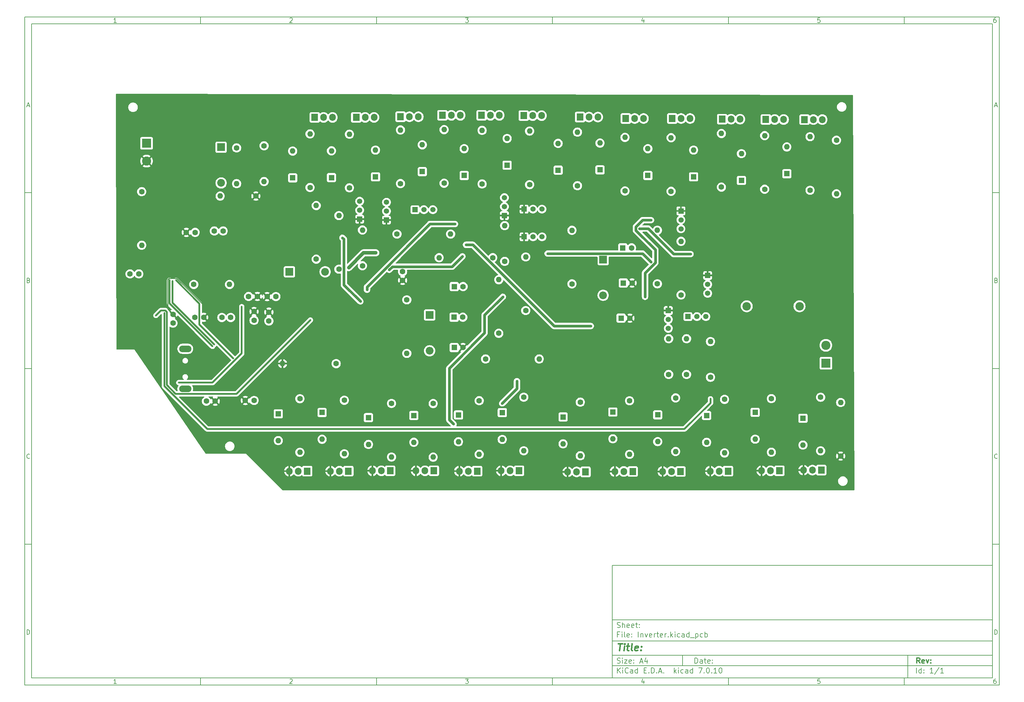
<source format=gbr>
%TF.GenerationSoftware,KiCad,Pcbnew,7.0.10*%
%TF.CreationDate,2024-05-18T17:59:00+03:00*%
%TF.ProjectId,Inverter,496e7665-7274-4657-922e-6b696361645f,rev?*%
%TF.SameCoordinates,Original*%
%TF.FileFunction,Copper,L2,Bot*%
%TF.FilePolarity,Positive*%
%FSLAX46Y46*%
G04 Gerber Fmt 4.6, Leading zero omitted, Abs format (unit mm)*
G04 Created by KiCad (PCBNEW 7.0.10) date 2024-05-18 17:59:00*
%MOMM*%
%LPD*%
G01*
G04 APERTURE LIST*
%ADD10C,0.100000*%
%ADD11C,0.150000*%
%ADD12C,0.300000*%
%ADD13C,0.400000*%
%TA.AperFunction,ComponentPad*%
%ADD14R,2.600000X2.600000*%
%TD*%
%TA.AperFunction,ComponentPad*%
%ADD15C,2.600000*%
%TD*%
%TA.AperFunction,ComponentPad*%
%ADD16R,1.500000X1.500000*%
%TD*%
%TA.AperFunction,ComponentPad*%
%ADD17C,1.500000*%
%TD*%
%TA.AperFunction,ComponentPad*%
%ADD18O,1.600000X1.600000*%
%TD*%
%TA.AperFunction,ComponentPad*%
%ADD19C,1.600000*%
%TD*%
%TA.AperFunction,ComponentPad*%
%ADD20R,1.600000X1.600000*%
%TD*%
%TA.AperFunction,ComponentPad*%
%ADD21R,1.905000X2.000000*%
%TD*%
%TA.AperFunction,ComponentPad*%
%ADD22O,1.905000X2.000000*%
%TD*%
%TA.AperFunction,ComponentPad*%
%ADD23C,2.400000*%
%TD*%
%TA.AperFunction,ComponentPad*%
%ADD24R,2.200000X2.200000*%
%TD*%
%TA.AperFunction,ComponentPad*%
%ADD25O,2.200000X2.200000*%
%TD*%
%TA.AperFunction,ComponentPad*%
%ADD26O,3.500000X1.900000*%
%TD*%
%TA.AperFunction,ViaPad*%
%ADD27C,0.800000*%
%TD*%
%TA.AperFunction,ViaPad*%
%ADD28C,0.500000*%
%TD*%
%TA.AperFunction,Conductor*%
%ADD29C,0.500000*%
%TD*%
%TA.AperFunction,Conductor*%
%ADD30C,0.250000*%
%TD*%
%TA.AperFunction,Conductor*%
%ADD31C,0.300000*%
%TD*%
%TA.AperFunction,Conductor*%
%ADD32C,0.800000*%
%TD*%
%TA.AperFunction,Conductor*%
%ADD33C,1.000000*%
%TD*%
G04 APERTURE END LIST*
D10*
D11*
X177002200Y-166007200D02*
X285002200Y-166007200D01*
X285002200Y-198007200D01*
X177002200Y-198007200D01*
X177002200Y-166007200D01*
D10*
D11*
X10000000Y-10000000D02*
X287002200Y-10000000D01*
X287002200Y-200007200D01*
X10000000Y-200007200D01*
X10000000Y-10000000D01*
D10*
D11*
X12000000Y-12000000D02*
X285002200Y-12000000D01*
X285002200Y-198007200D01*
X12000000Y-198007200D01*
X12000000Y-12000000D01*
D10*
D11*
X60000000Y-12000000D02*
X60000000Y-10000000D01*
D10*
D11*
X110000000Y-12000000D02*
X110000000Y-10000000D01*
D10*
D11*
X160000000Y-12000000D02*
X160000000Y-10000000D01*
D10*
D11*
X210000000Y-12000000D02*
X210000000Y-10000000D01*
D10*
D11*
X260000000Y-12000000D02*
X260000000Y-10000000D01*
D10*
D11*
X36089160Y-11593604D02*
X35346303Y-11593604D01*
X35717731Y-11593604D02*
X35717731Y-10293604D01*
X35717731Y-10293604D02*
X35593922Y-10479319D01*
X35593922Y-10479319D02*
X35470112Y-10603128D01*
X35470112Y-10603128D02*
X35346303Y-10665033D01*
D10*
D11*
X85346303Y-10417414D02*
X85408207Y-10355509D01*
X85408207Y-10355509D02*
X85532017Y-10293604D01*
X85532017Y-10293604D02*
X85841541Y-10293604D01*
X85841541Y-10293604D02*
X85965350Y-10355509D01*
X85965350Y-10355509D02*
X86027255Y-10417414D01*
X86027255Y-10417414D02*
X86089160Y-10541223D01*
X86089160Y-10541223D02*
X86089160Y-10665033D01*
X86089160Y-10665033D02*
X86027255Y-10850747D01*
X86027255Y-10850747D02*
X85284398Y-11593604D01*
X85284398Y-11593604D02*
X86089160Y-11593604D01*
D10*
D11*
X135284398Y-10293604D02*
X136089160Y-10293604D01*
X136089160Y-10293604D02*
X135655826Y-10788842D01*
X135655826Y-10788842D02*
X135841541Y-10788842D01*
X135841541Y-10788842D02*
X135965350Y-10850747D01*
X135965350Y-10850747D02*
X136027255Y-10912652D01*
X136027255Y-10912652D02*
X136089160Y-11036461D01*
X136089160Y-11036461D02*
X136089160Y-11345985D01*
X136089160Y-11345985D02*
X136027255Y-11469795D01*
X136027255Y-11469795D02*
X135965350Y-11531700D01*
X135965350Y-11531700D02*
X135841541Y-11593604D01*
X135841541Y-11593604D02*
X135470112Y-11593604D01*
X135470112Y-11593604D02*
X135346303Y-11531700D01*
X135346303Y-11531700D02*
X135284398Y-11469795D01*
D10*
D11*
X185965350Y-10726938D02*
X185965350Y-11593604D01*
X185655826Y-10231700D02*
X185346303Y-11160271D01*
X185346303Y-11160271D02*
X186151064Y-11160271D01*
D10*
D11*
X236027255Y-10293604D02*
X235408207Y-10293604D01*
X235408207Y-10293604D02*
X235346303Y-10912652D01*
X235346303Y-10912652D02*
X235408207Y-10850747D01*
X235408207Y-10850747D02*
X235532017Y-10788842D01*
X235532017Y-10788842D02*
X235841541Y-10788842D01*
X235841541Y-10788842D02*
X235965350Y-10850747D01*
X235965350Y-10850747D02*
X236027255Y-10912652D01*
X236027255Y-10912652D02*
X236089160Y-11036461D01*
X236089160Y-11036461D02*
X236089160Y-11345985D01*
X236089160Y-11345985D02*
X236027255Y-11469795D01*
X236027255Y-11469795D02*
X235965350Y-11531700D01*
X235965350Y-11531700D02*
X235841541Y-11593604D01*
X235841541Y-11593604D02*
X235532017Y-11593604D01*
X235532017Y-11593604D02*
X235408207Y-11531700D01*
X235408207Y-11531700D02*
X235346303Y-11469795D01*
D10*
D11*
X285965350Y-10293604D02*
X285717731Y-10293604D01*
X285717731Y-10293604D02*
X285593922Y-10355509D01*
X285593922Y-10355509D02*
X285532017Y-10417414D01*
X285532017Y-10417414D02*
X285408207Y-10603128D01*
X285408207Y-10603128D02*
X285346303Y-10850747D01*
X285346303Y-10850747D02*
X285346303Y-11345985D01*
X285346303Y-11345985D02*
X285408207Y-11469795D01*
X285408207Y-11469795D02*
X285470112Y-11531700D01*
X285470112Y-11531700D02*
X285593922Y-11593604D01*
X285593922Y-11593604D02*
X285841541Y-11593604D01*
X285841541Y-11593604D02*
X285965350Y-11531700D01*
X285965350Y-11531700D02*
X286027255Y-11469795D01*
X286027255Y-11469795D02*
X286089160Y-11345985D01*
X286089160Y-11345985D02*
X286089160Y-11036461D01*
X286089160Y-11036461D02*
X286027255Y-10912652D01*
X286027255Y-10912652D02*
X285965350Y-10850747D01*
X285965350Y-10850747D02*
X285841541Y-10788842D01*
X285841541Y-10788842D02*
X285593922Y-10788842D01*
X285593922Y-10788842D02*
X285470112Y-10850747D01*
X285470112Y-10850747D02*
X285408207Y-10912652D01*
X285408207Y-10912652D02*
X285346303Y-11036461D01*
D10*
D11*
X60000000Y-198007200D02*
X60000000Y-200007200D01*
D10*
D11*
X110000000Y-198007200D02*
X110000000Y-200007200D01*
D10*
D11*
X160000000Y-198007200D02*
X160000000Y-200007200D01*
D10*
D11*
X210000000Y-198007200D02*
X210000000Y-200007200D01*
D10*
D11*
X260000000Y-198007200D02*
X260000000Y-200007200D01*
D10*
D11*
X36089160Y-199600804D02*
X35346303Y-199600804D01*
X35717731Y-199600804D02*
X35717731Y-198300804D01*
X35717731Y-198300804D02*
X35593922Y-198486519D01*
X35593922Y-198486519D02*
X35470112Y-198610328D01*
X35470112Y-198610328D02*
X35346303Y-198672233D01*
D10*
D11*
X85346303Y-198424614D02*
X85408207Y-198362709D01*
X85408207Y-198362709D02*
X85532017Y-198300804D01*
X85532017Y-198300804D02*
X85841541Y-198300804D01*
X85841541Y-198300804D02*
X85965350Y-198362709D01*
X85965350Y-198362709D02*
X86027255Y-198424614D01*
X86027255Y-198424614D02*
X86089160Y-198548423D01*
X86089160Y-198548423D02*
X86089160Y-198672233D01*
X86089160Y-198672233D02*
X86027255Y-198857947D01*
X86027255Y-198857947D02*
X85284398Y-199600804D01*
X85284398Y-199600804D02*
X86089160Y-199600804D01*
D10*
D11*
X135284398Y-198300804D02*
X136089160Y-198300804D01*
X136089160Y-198300804D02*
X135655826Y-198796042D01*
X135655826Y-198796042D02*
X135841541Y-198796042D01*
X135841541Y-198796042D02*
X135965350Y-198857947D01*
X135965350Y-198857947D02*
X136027255Y-198919852D01*
X136027255Y-198919852D02*
X136089160Y-199043661D01*
X136089160Y-199043661D02*
X136089160Y-199353185D01*
X136089160Y-199353185D02*
X136027255Y-199476995D01*
X136027255Y-199476995D02*
X135965350Y-199538900D01*
X135965350Y-199538900D02*
X135841541Y-199600804D01*
X135841541Y-199600804D02*
X135470112Y-199600804D01*
X135470112Y-199600804D02*
X135346303Y-199538900D01*
X135346303Y-199538900D02*
X135284398Y-199476995D01*
D10*
D11*
X185965350Y-198734138D02*
X185965350Y-199600804D01*
X185655826Y-198238900D02*
X185346303Y-199167471D01*
X185346303Y-199167471D02*
X186151064Y-199167471D01*
D10*
D11*
X236027255Y-198300804D02*
X235408207Y-198300804D01*
X235408207Y-198300804D02*
X235346303Y-198919852D01*
X235346303Y-198919852D02*
X235408207Y-198857947D01*
X235408207Y-198857947D02*
X235532017Y-198796042D01*
X235532017Y-198796042D02*
X235841541Y-198796042D01*
X235841541Y-198796042D02*
X235965350Y-198857947D01*
X235965350Y-198857947D02*
X236027255Y-198919852D01*
X236027255Y-198919852D02*
X236089160Y-199043661D01*
X236089160Y-199043661D02*
X236089160Y-199353185D01*
X236089160Y-199353185D02*
X236027255Y-199476995D01*
X236027255Y-199476995D02*
X235965350Y-199538900D01*
X235965350Y-199538900D02*
X235841541Y-199600804D01*
X235841541Y-199600804D02*
X235532017Y-199600804D01*
X235532017Y-199600804D02*
X235408207Y-199538900D01*
X235408207Y-199538900D02*
X235346303Y-199476995D01*
D10*
D11*
X285965350Y-198300804D02*
X285717731Y-198300804D01*
X285717731Y-198300804D02*
X285593922Y-198362709D01*
X285593922Y-198362709D02*
X285532017Y-198424614D01*
X285532017Y-198424614D02*
X285408207Y-198610328D01*
X285408207Y-198610328D02*
X285346303Y-198857947D01*
X285346303Y-198857947D02*
X285346303Y-199353185D01*
X285346303Y-199353185D02*
X285408207Y-199476995D01*
X285408207Y-199476995D02*
X285470112Y-199538900D01*
X285470112Y-199538900D02*
X285593922Y-199600804D01*
X285593922Y-199600804D02*
X285841541Y-199600804D01*
X285841541Y-199600804D02*
X285965350Y-199538900D01*
X285965350Y-199538900D02*
X286027255Y-199476995D01*
X286027255Y-199476995D02*
X286089160Y-199353185D01*
X286089160Y-199353185D02*
X286089160Y-199043661D01*
X286089160Y-199043661D02*
X286027255Y-198919852D01*
X286027255Y-198919852D02*
X285965350Y-198857947D01*
X285965350Y-198857947D02*
X285841541Y-198796042D01*
X285841541Y-198796042D02*
X285593922Y-198796042D01*
X285593922Y-198796042D02*
X285470112Y-198857947D01*
X285470112Y-198857947D02*
X285408207Y-198919852D01*
X285408207Y-198919852D02*
X285346303Y-199043661D01*
D10*
D11*
X10000000Y-60000000D02*
X12000000Y-60000000D01*
D10*
D11*
X10000000Y-110000000D02*
X12000000Y-110000000D01*
D10*
D11*
X10000000Y-160000000D02*
X12000000Y-160000000D01*
D10*
D11*
X10690476Y-35222176D02*
X11309523Y-35222176D01*
X10566666Y-35593604D02*
X10999999Y-34293604D01*
X10999999Y-34293604D02*
X11433333Y-35593604D01*
D10*
D11*
X11092857Y-84912652D02*
X11278571Y-84974557D01*
X11278571Y-84974557D02*
X11340476Y-85036461D01*
X11340476Y-85036461D02*
X11402380Y-85160271D01*
X11402380Y-85160271D02*
X11402380Y-85345985D01*
X11402380Y-85345985D02*
X11340476Y-85469795D01*
X11340476Y-85469795D02*
X11278571Y-85531700D01*
X11278571Y-85531700D02*
X11154761Y-85593604D01*
X11154761Y-85593604D02*
X10659523Y-85593604D01*
X10659523Y-85593604D02*
X10659523Y-84293604D01*
X10659523Y-84293604D02*
X11092857Y-84293604D01*
X11092857Y-84293604D02*
X11216666Y-84355509D01*
X11216666Y-84355509D02*
X11278571Y-84417414D01*
X11278571Y-84417414D02*
X11340476Y-84541223D01*
X11340476Y-84541223D02*
X11340476Y-84665033D01*
X11340476Y-84665033D02*
X11278571Y-84788842D01*
X11278571Y-84788842D02*
X11216666Y-84850747D01*
X11216666Y-84850747D02*
X11092857Y-84912652D01*
X11092857Y-84912652D02*
X10659523Y-84912652D01*
D10*
D11*
X11402380Y-135469795D02*
X11340476Y-135531700D01*
X11340476Y-135531700D02*
X11154761Y-135593604D01*
X11154761Y-135593604D02*
X11030952Y-135593604D01*
X11030952Y-135593604D02*
X10845238Y-135531700D01*
X10845238Y-135531700D02*
X10721428Y-135407890D01*
X10721428Y-135407890D02*
X10659523Y-135284080D01*
X10659523Y-135284080D02*
X10597619Y-135036461D01*
X10597619Y-135036461D02*
X10597619Y-134850747D01*
X10597619Y-134850747D02*
X10659523Y-134603128D01*
X10659523Y-134603128D02*
X10721428Y-134479319D01*
X10721428Y-134479319D02*
X10845238Y-134355509D01*
X10845238Y-134355509D02*
X11030952Y-134293604D01*
X11030952Y-134293604D02*
X11154761Y-134293604D01*
X11154761Y-134293604D02*
X11340476Y-134355509D01*
X11340476Y-134355509D02*
X11402380Y-134417414D01*
D10*
D11*
X10659523Y-185593604D02*
X10659523Y-184293604D01*
X10659523Y-184293604D02*
X10969047Y-184293604D01*
X10969047Y-184293604D02*
X11154761Y-184355509D01*
X11154761Y-184355509D02*
X11278571Y-184479319D01*
X11278571Y-184479319D02*
X11340476Y-184603128D01*
X11340476Y-184603128D02*
X11402380Y-184850747D01*
X11402380Y-184850747D02*
X11402380Y-185036461D01*
X11402380Y-185036461D02*
X11340476Y-185284080D01*
X11340476Y-185284080D02*
X11278571Y-185407890D01*
X11278571Y-185407890D02*
X11154761Y-185531700D01*
X11154761Y-185531700D02*
X10969047Y-185593604D01*
X10969047Y-185593604D02*
X10659523Y-185593604D01*
D10*
D11*
X287002200Y-60000000D02*
X285002200Y-60000000D01*
D10*
D11*
X287002200Y-110000000D02*
X285002200Y-110000000D01*
D10*
D11*
X287002200Y-160000000D02*
X285002200Y-160000000D01*
D10*
D11*
X285692676Y-35222176D02*
X286311723Y-35222176D01*
X285568866Y-35593604D02*
X286002199Y-34293604D01*
X286002199Y-34293604D02*
X286435533Y-35593604D01*
D10*
D11*
X286095057Y-84912652D02*
X286280771Y-84974557D01*
X286280771Y-84974557D02*
X286342676Y-85036461D01*
X286342676Y-85036461D02*
X286404580Y-85160271D01*
X286404580Y-85160271D02*
X286404580Y-85345985D01*
X286404580Y-85345985D02*
X286342676Y-85469795D01*
X286342676Y-85469795D02*
X286280771Y-85531700D01*
X286280771Y-85531700D02*
X286156961Y-85593604D01*
X286156961Y-85593604D02*
X285661723Y-85593604D01*
X285661723Y-85593604D02*
X285661723Y-84293604D01*
X285661723Y-84293604D02*
X286095057Y-84293604D01*
X286095057Y-84293604D02*
X286218866Y-84355509D01*
X286218866Y-84355509D02*
X286280771Y-84417414D01*
X286280771Y-84417414D02*
X286342676Y-84541223D01*
X286342676Y-84541223D02*
X286342676Y-84665033D01*
X286342676Y-84665033D02*
X286280771Y-84788842D01*
X286280771Y-84788842D02*
X286218866Y-84850747D01*
X286218866Y-84850747D02*
X286095057Y-84912652D01*
X286095057Y-84912652D02*
X285661723Y-84912652D01*
D10*
D11*
X286404580Y-135469795D02*
X286342676Y-135531700D01*
X286342676Y-135531700D02*
X286156961Y-135593604D01*
X286156961Y-135593604D02*
X286033152Y-135593604D01*
X286033152Y-135593604D02*
X285847438Y-135531700D01*
X285847438Y-135531700D02*
X285723628Y-135407890D01*
X285723628Y-135407890D02*
X285661723Y-135284080D01*
X285661723Y-135284080D02*
X285599819Y-135036461D01*
X285599819Y-135036461D02*
X285599819Y-134850747D01*
X285599819Y-134850747D02*
X285661723Y-134603128D01*
X285661723Y-134603128D02*
X285723628Y-134479319D01*
X285723628Y-134479319D02*
X285847438Y-134355509D01*
X285847438Y-134355509D02*
X286033152Y-134293604D01*
X286033152Y-134293604D02*
X286156961Y-134293604D01*
X286156961Y-134293604D02*
X286342676Y-134355509D01*
X286342676Y-134355509D02*
X286404580Y-134417414D01*
D10*
D11*
X285661723Y-185593604D02*
X285661723Y-184293604D01*
X285661723Y-184293604D02*
X285971247Y-184293604D01*
X285971247Y-184293604D02*
X286156961Y-184355509D01*
X286156961Y-184355509D02*
X286280771Y-184479319D01*
X286280771Y-184479319D02*
X286342676Y-184603128D01*
X286342676Y-184603128D02*
X286404580Y-184850747D01*
X286404580Y-184850747D02*
X286404580Y-185036461D01*
X286404580Y-185036461D02*
X286342676Y-185284080D01*
X286342676Y-185284080D02*
X286280771Y-185407890D01*
X286280771Y-185407890D02*
X286156961Y-185531700D01*
X286156961Y-185531700D02*
X285971247Y-185593604D01*
X285971247Y-185593604D02*
X285661723Y-185593604D01*
D10*
D11*
X200458026Y-193793328D02*
X200458026Y-192293328D01*
X200458026Y-192293328D02*
X200815169Y-192293328D01*
X200815169Y-192293328D02*
X201029455Y-192364757D01*
X201029455Y-192364757D02*
X201172312Y-192507614D01*
X201172312Y-192507614D02*
X201243741Y-192650471D01*
X201243741Y-192650471D02*
X201315169Y-192936185D01*
X201315169Y-192936185D02*
X201315169Y-193150471D01*
X201315169Y-193150471D02*
X201243741Y-193436185D01*
X201243741Y-193436185D02*
X201172312Y-193579042D01*
X201172312Y-193579042D02*
X201029455Y-193721900D01*
X201029455Y-193721900D02*
X200815169Y-193793328D01*
X200815169Y-193793328D02*
X200458026Y-193793328D01*
X202600884Y-193793328D02*
X202600884Y-193007614D01*
X202600884Y-193007614D02*
X202529455Y-192864757D01*
X202529455Y-192864757D02*
X202386598Y-192793328D01*
X202386598Y-192793328D02*
X202100884Y-192793328D01*
X202100884Y-192793328D02*
X201958026Y-192864757D01*
X202600884Y-193721900D02*
X202458026Y-193793328D01*
X202458026Y-193793328D02*
X202100884Y-193793328D01*
X202100884Y-193793328D02*
X201958026Y-193721900D01*
X201958026Y-193721900D02*
X201886598Y-193579042D01*
X201886598Y-193579042D02*
X201886598Y-193436185D01*
X201886598Y-193436185D02*
X201958026Y-193293328D01*
X201958026Y-193293328D02*
X202100884Y-193221900D01*
X202100884Y-193221900D02*
X202458026Y-193221900D01*
X202458026Y-193221900D02*
X202600884Y-193150471D01*
X203100884Y-192793328D02*
X203672312Y-192793328D01*
X203315169Y-192293328D02*
X203315169Y-193579042D01*
X203315169Y-193579042D02*
X203386598Y-193721900D01*
X203386598Y-193721900D02*
X203529455Y-193793328D01*
X203529455Y-193793328D02*
X203672312Y-193793328D01*
X204743741Y-193721900D02*
X204600884Y-193793328D01*
X204600884Y-193793328D02*
X204315170Y-193793328D01*
X204315170Y-193793328D02*
X204172312Y-193721900D01*
X204172312Y-193721900D02*
X204100884Y-193579042D01*
X204100884Y-193579042D02*
X204100884Y-193007614D01*
X204100884Y-193007614D02*
X204172312Y-192864757D01*
X204172312Y-192864757D02*
X204315170Y-192793328D01*
X204315170Y-192793328D02*
X204600884Y-192793328D01*
X204600884Y-192793328D02*
X204743741Y-192864757D01*
X204743741Y-192864757D02*
X204815170Y-193007614D01*
X204815170Y-193007614D02*
X204815170Y-193150471D01*
X204815170Y-193150471D02*
X204100884Y-193293328D01*
X205458026Y-193650471D02*
X205529455Y-193721900D01*
X205529455Y-193721900D02*
X205458026Y-193793328D01*
X205458026Y-193793328D02*
X205386598Y-193721900D01*
X205386598Y-193721900D02*
X205458026Y-193650471D01*
X205458026Y-193650471D02*
X205458026Y-193793328D01*
X205458026Y-192864757D02*
X205529455Y-192936185D01*
X205529455Y-192936185D02*
X205458026Y-193007614D01*
X205458026Y-193007614D02*
X205386598Y-192936185D01*
X205386598Y-192936185D02*
X205458026Y-192864757D01*
X205458026Y-192864757D02*
X205458026Y-193007614D01*
D10*
D11*
X177002200Y-194507200D02*
X285002200Y-194507200D01*
D10*
D11*
X178458026Y-196593328D02*
X178458026Y-195093328D01*
X179315169Y-196593328D02*
X178672312Y-195736185D01*
X179315169Y-195093328D02*
X178458026Y-195950471D01*
X179958026Y-196593328D02*
X179958026Y-195593328D01*
X179958026Y-195093328D02*
X179886598Y-195164757D01*
X179886598Y-195164757D02*
X179958026Y-195236185D01*
X179958026Y-195236185D02*
X180029455Y-195164757D01*
X180029455Y-195164757D02*
X179958026Y-195093328D01*
X179958026Y-195093328D02*
X179958026Y-195236185D01*
X181529455Y-196450471D02*
X181458027Y-196521900D01*
X181458027Y-196521900D02*
X181243741Y-196593328D01*
X181243741Y-196593328D02*
X181100884Y-196593328D01*
X181100884Y-196593328D02*
X180886598Y-196521900D01*
X180886598Y-196521900D02*
X180743741Y-196379042D01*
X180743741Y-196379042D02*
X180672312Y-196236185D01*
X180672312Y-196236185D02*
X180600884Y-195950471D01*
X180600884Y-195950471D02*
X180600884Y-195736185D01*
X180600884Y-195736185D02*
X180672312Y-195450471D01*
X180672312Y-195450471D02*
X180743741Y-195307614D01*
X180743741Y-195307614D02*
X180886598Y-195164757D01*
X180886598Y-195164757D02*
X181100884Y-195093328D01*
X181100884Y-195093328D02*
X181243741Y-195093328D01*
X181243741Y-195093328D02*
X181458027Y-195164757D01*
X181458027Y-195164757D02*
X181529455Y-195236185D01*
X182815170Y-196593328D02*
X182815170Y-195807614D01*
X182815170Y-195807614D02*
X182743741Y-195664757D01*
X182743741Y-195664757D02*
X182600884Y-195593328D01*
X182600884Y-195593328D02*
X182315170Y-195593328D01*
X182315170Y-195593328D02*
X182172312Y-195664757D01*
X182815170Y-196521900D02*
X182672312Y-196593328D01*
X182672312Y-196593328D02*
X182315170Y-196593328D01*
X182315170Y-196593328D02*
X182172312Y-196521900D01*
X182172312Y-196521900D02*
X182100884Y-196379042D01*
X182100884Y-196379042D02*
X182100884Y-196236185D01*
X182100884Y-196236185D02*
X182172312Y-196093328D01*
X182172312Y-196093328D02*
X182315170Y-196021900D01*
X182315170Y-196021900D02*
X182672312Y-196021900D01*
X182672312Y-196021900D02*
X182815170Y-195950471D01*
X184172313Y-196593328D02*
X184172313Y-195093328D01*
X184172313Y-196521900D02*
X184029455Y-196593328D01*
X184029455Y-196593328D02*
X183743741Y-196593328D01*
X183743741Y-196593328D02*
X183600884Y-196521900D01*
X183600884Y-196521900D02*
X183529455Y-196450471D01*
X183529455Y-196450471D02*
X183458027Y-196307614D01*
X183458027Y-196307614D02*
X183458027Y-195879042D01*
X183458027Y-195879042D02*
X183529455Y-195736185D01*
X183529455Y-195736185D02*
X183600884Y-195664757D01*
X183600884Y-195664757D02*
X183743741Y-195593328D01*
X183743741Y-195593328D02*
X184029455Y-195593328D01*
X184029455Y-195593328D02*
X184172313Y-195664757D01*
X186029455Y-195807614D02*
X186529455Y-195807614D01*
X186743741Y-196593328D02*
X186029455Y-196593328D01*
X186029455Y-196593328D02*
X186029455Y-195093328D01*
X186029455Y-195093328D02*
X186743741Y-195093328D01*
X187386598Y-196450471D02*
X187458027Y-196521900D01*
X187458027Y-196521900D02*
X187386598Y-196593328D01*
X187386598Y-196593328D02*
X187315170Y-196521900D01*
X187315170Y-196521900D02*
X187386598Y-196450471D01*
X187386598Y-196450471D02*
X187386598Y-196593328D01*
X188100884Y-196593328D02*
X188100884Y-195093328D01*
X188100884Y-195093328D02*
X188458027Y-195093328D01*
X188458027Y-195093328D02*
X188672313Y-195164757D01*
X188672313Y-195164757D02*
X188815170Y-195307614D01*
X188815170Y-195307614D02*
X188886599Y-195450471D01*
X188886599Y-195450471D02*
X188958027Y-195736185D01*
X188958027Y-195736185D02*
X188958027Y-195950471D01*
X188958027Y-195950471D02*
X188886599Y-196236185D01*
X188886599Y-196236185D02*
X188815170Y-196379042D01*
X188815170Y-196379042D02*
X188672313Y-196521900D01*
X188672313Y-196521900D02*
X188458027Y-196593328D01*
X188458027Y-196593328D02*
X188100884Y-196593328D01*
X189600884Y-196450471D02*
X189672313Y-196521900D01*
X189672313Y-196521900D02*
X189600884Y-196593328D01*
X189600884Y-196593328D02*
X189529456Y-196521900D01*
X189529456Y-196521900D02*
X189600884Y-196450471D01*
X189600884Y-196450471D02*
X189600884Y-196593328D01*
X190243742Y-196164757D02*
X190958028Y-196164757D01*
X190100885Y-196593328D02*
X190600885Y-195093328D01*
X190600885Y-195093328D02*
X191100885Y-196593328D01*
X191600884Y-196450471D02*
X191672313Y-196521900D01*
X191672313Y-196521900D02*
X191600884Y-196593328D01*
X191600884Y-196593328D02*
X191529456Y-196521900D01*
X191529456Y-196521900D02*
X191600884Y-196450471D01*
X191600884Y-196450471D02*
X191600884Y-196593328D01*
X194600884Y-196593328D02*
X194600884Y-195093328D01*
X194743742Y-196021900D02*
X195172313Y-196593328D01*
X195172313Y-195593328D02*
X194600884Y-196164757D01*
X195815170Y-196593328D02*
X195815170Y-195593328D01*
X195815170Y-195093328D02*
X195743742Y-195164757D01*
X195743742Y-195164757D02*
X195815170Y-195236185D01*
X195815170Y-195236185D02*
X195886599Y-195164757D01*
X195886599Y-195164757D02*
X195815170Y-195093328D01*
X195815170Y-195093328D02*
X195815170Y-195236185D01*
X197172314Y-196521900D02*
X197029456Y-196593328D01*
X197029456Y-196593328D02*
X196743742Y-196593328D01*
X196743742Y-196593328D02*
X196600885Y-196521900D01*
X196600885Y-196521900D02*
X196529456Y-196450471D01*
X196529456Y-196450471D02*
X196458028Y-196307614D01*
X196458028Y-196307614D02*
X196458028Y-195879042D01*
X196458028Y-195879042D02*
X196529456Y-195736185D01*
X196529456Y-195736185D02*
X196600885Y-195664757D01*
X196600885Y-195664757D02*
X196743742Y-195593328D01*
X196743742Y-195593328D02*
X197029456Y-195593328D01*
X197029456Y-195593328D02*
X197172314Y-195664757D01*
X198458028Y-196593328D02*
X198458028Y-195807614D01*
X198458028Y-195807614D02*
X198386599Y-195664757D01*
X198386599Y-195664757D02*
X198243742Y-195593328D01*
X198243742Y-195593328D02*
X197958028Y-195593328D01*
X197958028Y-195593328D02*
X197815170Y-195664757D01*
X198458028Y-196521900D02*
X198315170Y-196593328D01*
X198315170Y-196593328D02*
X197958028Y-196593328D01*
X197958028Y-196593328D02*
X197815170Y-196521900D01*
X197815170Y-196521900D02*
X197743742Y-196379042D01*
X197743742Y-196379042D02*
X197743742Y-196236185D01*
X197743742Y-196236185D02*
X197815170Y-196093328D01*
X197815170Y-196093328D02*
X197958028Y-196021900D01*
X197958028Y-196021900D02*
X198315170Y-196021900D01*
X198315170Y-196021900D02*
X198458028Y-195950471D01*
X199815171Y-196593328D02*
X199815171Y-195093328D01*
X199815171Y-196521900D02*
X199672313Y-196593328D01*
X199672313Y-196593328D02*
X199386599Y-196593328D01*
X199386599Y-196593328D02*
X199243742Y-196521900D01*
X199243742Y-196521900D02*
X199172313Y-196450471D01*
X199172313Y-196450471D02*
X199100885Y-196307614D01*
X199100885Y-196307614D02*
X199100885Y-195879042D01*
X199100885Y-195879042D02*
X199172313Y-195736185D01*
X199172313Y-195736185D02*
X199243742Y-195664757D01*
X199243742Y-195664757D02*
X199386599Y-195593328D01*
X199386599Y-195593328D02*
X199672313Y-195593328D01*
X199672313Y-195593328D02*
X199815171Y-195664757D01*
X201529456Y-195093328D02*
X202529456Y-195093328D01*
X202529456Y-195093328D02*
X201886599Y-196593328D01*
X203100884Y-196450471D02*
X203172313Y-196521900D01*
X203172313Y-196521900D02*
X203100884Y-196593328D01*
X203100884Y-196593328D02*
X203029456Y-196521900D01*
X203029456Y-196521900D02*
X203100884Y-196450471D01*
X203100884Y-196450471D02*
X203100884Y-196593328D01*
X204100885Y-195093328D02*
X204243742Y-195093328D01*
X204243742Y-195093328D02*
X204386599Y-195164757D01*
X204386599Y-195164757D02*
X204458028Y-195236185D01*
X204458028Y-195236185D02*
X204529456Y-195379042D01*
X204529456Y-195379042D02*
X204600885Y-195664757D01*
X204600885Y-195664757D02*
X204600885Y-196021900D01*
X204600885Y-196021900D02*
X204529456Y-196307614D01*
X204529456Y-196307614D02*
X204458028Y-196450471D01*
X204458028Y-196450471D02*
X204386599Y-196521900D01*
X204386599Y-196521900D02*
X204243742Y-196593328D01*
X204243742Y-196593328D02*
X204100885Y-196593328D01*
X204100885Y-196593328D02*
X203958028Y-196521900D01*
X203958028Y-196521900D02*
X203886599Y-196450471D01*
X203886599Y-196450471D02*
X203815170Y-196307614D01*
X203815170Y-196307614D02*
X203743742Y-196021900D01*
X203743742Y-196021900D02*
X203743742Y-195664757D01*
X203743742Y-195664757D02*
X203815170Y-195379042D01*
X203815170Y-195379042D02*
X203886599Y-195236185D01*
X203886599Y-195236185D02*
X203958028Y-195164757D01*
X203958028Y-195164757D02*
X204100885Y-195093328D01*
X205243741Y-196450471D02*
X205315170Y-196521900D01*
X205315170Y-196521900D02*
X205243741Y-196593328D01*
X205243741Y-196593328D02*
X205172313Y-196521900D01*
X205172313Y-196521900D02*
X205243741Y-196450471D01*
X205243741Y-196450471D02*
X205243741Y-196593328D01*
X206743742Y-196593328D02*
X205886599Y-196593328D01*
X206315170Y-196593328D02*
X206315170Y-195093328D01*
X206315170Y-195093328D02*
X206172313Y-195307614D01*
X206172313Y-195307614D02*
X206029456Y-195450471D01*
X206029456Y-195450471D02*
X205886599Y-195521900D01*
X207672313Y-195093328D02*
X207815170Y-195093328D01*
X207815170Y-195093328D02*
X207958027Y-195164757D01*
X207958027Y-195164757D02*
X208029456Y-195236185D01*
X208029456Y-195236185D02*
X208100884Y-195379042D01*
X208100884Y-195379042D02*
X208172313Y-195664757D01*
X208172313Y-195664757D02*
X208172313Y-196021900D01*
X208172313Y-196021900D02*
X208100884Y-196307614D01*
X208100884Y-196307614D02*
X208029456Y-196450471D01*
X208029456Y-196450471D02*
X207958027Y-196521900D01*
X207958027Y-196521900D02*
X207815170Y-196593328D01*
X207815170Y-196593328D02*
X207672313Y-196593328D01*
X207672313Y-196593328D02*
X207529456Y-196521900D01*
X207529456Y-196521900D02*
X207458027Y-196450471D01*
X207458027Y-196450471D02*
X207386598Y-196307614D01*
X207386598Y-196307614D02*
X207315170Y-196021900D01*
X207315170Y-196021900D02*
X207315170Y-195664757D01*
X207315170Y-195664757D02*
X207386598Y-195379042D01*
X207386598Y-195379042D02*
X207458027Y-195236185D01*
X207458027Y-195236185D02*
X207529456Y-195164757D01*
X207529456Y-195164757D02*
X207672313Y-195093328D01*
D10*
D11*
X177002200Y-191507200D02*
X285002200Y-191507200D01*
D10*
D12*
X264413853Y-193785528D02*
X263913853Y-193071242D01*
X263556710Y-193785528D02*
X263556710Y-192285528D01*
X263556710Y-192285528D02*
X264128139Y-192285528D01*
X264128139Y-192285528D02*
X264270996Y-192356957D01*
X264270996Y-192356957D02*
X264342425Y-192428385D01*
X264342425Y-192428385D02*
X264413853Y-192571242D01*
X264413853Y-192571242D02*
X264413853Y-192785528D01*
X264413853Y-192785528D02*
X264342425Y-192928385D01*
X264342425Y-192928385D02*
X264270996Y-192999814D01*
X264270996Y-192999814D02*
X264128139Y-193071242D01*
X264128139Y-193071242D02*
X263556710Y-193071242D01*
X265628139Y-193714100D02*
X265485282Y-193785528D01*
X265485282Y-193785528D02*
X265199568Y-193785528D01*
X265199568Y-193785528D02*
X265056710Y-193714100D01*
X265056710Y-193714100D02*
X264985282Y-193571242D01*
X264985282Y-193571242D02*
X264985282Y-192999814D01*
X264985282Y-192999814D02*
X265056710Y-192856957D01*
X265056710Y-192856957D02*
X265199568Y-192785528D01*
X265199568Y-192785528D02*
X265485282Y-192785528D01*
X265485282Y-192785528D02*
X265628139Y-192856957D01*
X265628139Y-192856957D02*
X265699568Y-192999814D01*
X265699568Y-192999814D02*
X265699568Y-193142671D01*
X265699568Y-193142671D02*
X264985282Y-193285528D01*
X266199567Y-192785528D02*
X266556710Y-193785528D01*
X266556710Y-193785528D02*
X266913853Y-192785528D01*
X267485281Y-193642671D02*
X267556710Y-193714100D01*
X267556710Y-193714100D02*
X267485281Y-193785528D01*
X267485281Y-193785528D02*
X267413853Y-193714100D01*
X267413853Y-193714100D02*
X267485281Y-193642671D01*
X267485281Y-193642671D02*
X267485281Y-193785528D01*
X267485281Y-192856957D02*
X267556710Y-192928385D01*
X267556710Y-192928385D02*
X267485281Y-192999814D01*
X267485281Y-192999814D02*
X267413853Y-192928385D01*
X267413853Y-192928385D02*
X267485281Y-192856957D01*
X267485281Y-192856957D02*
X267485281Y-192999814D01*
D10*
D11*
X178386598Y-193721900D02*
X178600884Y-193793328D01*
X178600884Y-193793328D02*
X178958026Y-193793328D01*
X178958026Y-193793328D02*
X179100884Y-193721900D01*
X179100884Y-193721900D02*
X179172312Y-193650471D01*
X179172312Y-193650471D02*
X179243741Y-193507614D01*
X179243741Y-193507614D02*
X179243741Y-193364757D01*
X179243741Y-193364757D02*
X179172312Y-193221900D01*
X179172312Y-193221900D02*
X179100884Y-193150471D01*
X179100884Y-193150471D02*
X178958026Y-193079042D01*
X178958026Y-193079042D02*
X178672312Y-193007614D01*
X178672312Y-193007614D02*
X178529455Y-192936185D01*
X178529455Y-192936185D02*
X178458026Y-192864757D01*
X178458026Y-192864757D02*
X178386598Y-192721900D01*
X178386598Y-192721900D02*
X178386598Y-192579042D01*
X178386598Y-192579042D02*
X178458026Y-192436185D01*
X178458026Y-192436185D02*
X178529455Y-192364757D01*
X178529455Y-192364757D02*
X178672312Y-192293328D01*
X178672312Y-192293328D02*
X179029455Y-192293328D01*
X179029455Y-192293328D02*
X179243741Y-192364757D01*
X179886597Y-193793328D02*
X179886597Y-192793328D01*
X179886597Y-192293328D02*
X179815169Y-192364757D01*
X179815169Y-192364757D02*
X179886597Y-192436185D01*
X179886597Y-192436185D02*
X179958026Y-192364757D01*
X179958026Y-192364757D02*
X179886597Y-192293328D01*
X179886597Y-192293328D02*
X179886597Y-192436185D01*
X180458026Y-192793328D02*
X181243741Y-192793328D01*
X181243741Y-192793328D02*
X180458026Y-193793328D01*
X180458026Y-193793328D02*
X181243741Y-193793328D01*
X182386598Y-193721900D02*
X182243741Y-193793328D01*
X182243741Y-193793328D02*
X181958027Y-193793328D01*
X181958027Y-193793328D02*
X181815169Y-193721900D01*
X181815169Y-193721900D02*
X181743741Y-193579042D01*
X181743741Y-193579042D02*
X181743741Y-193007614D01*
X181743741Y-193007614D02*
X181815169Y-192864757D01*
X181815169Y-192864757D02*
X181958027Y-192793328D01*
X181958027Y-192793328D02*
X182243741Y-192793328D01*
X182243741Y-192793328D02*
X182386598Y-192864757D01*
X182386598Y-192864757D02*
X182458027Y-193007614D01*
X182458027Y-193007614D02*
X182458027Y-193150471D01*
X182458027Y-193150471D02*
X181743741Y-193293328D01*
X183100883Y-193650471D02*
X183172312Y-193721900D01*
X183172312Y-193721900D02*
X183100883Y-193793328D01*
X183100883Y-193793328D02*
X183029455Y-193721900D01*
X183029455Y-193721900D02*
X183100883Y-193650471D01*
X183100883Y-193650471D02*
X183100883Y-193793328D01*
X183100883Y-192864757D02*
X183172312Y-192936185D01*
X183172312Y-192936185D02*
X183100883Y-193007614D01*
X183100883Y-193007614D02*
X183029455Y-192936185D01*
X183029455Y-192936185D02*
X183100883Y-192864757D01*
X183100883Y-192864757D02*
X183100883Y-193007614D01*
X184886598Y-193364757D02*
X185600884Y-193364757D01*
X184743741Y-193793328D02*
X185243741Y-192293328D01*
X185243741Y-192293328D02*
X185743741Y-193793328D01*
X186886598Y-192793328D02*
X186886598Y-193793328D01*
X186529455Y-192221900D02*
X186172312Y-193293328D01*
X186172312Y-193293328D02*
X187100883Y-193293328D01*
D10*
D11*
X263458026Y-196593328D02*
X263458026Y-195093328D01*
X264815170Y-196593328D02*
X264815170Y-195093328D01*
X264815170Y-196521900D02*
X264672312Y-196593328D01*
X264672312Y-196593328D02*
X264386598Y-196593328D01*
X264386598Y-196593328D02*
X264243741Y-196521900D01*
X264243741Y-196521900D02*
X264172312Y-196450471D01*
X264172312Y-196450471D02*
X264100884Y-196307614D01*
X264100884Y-196307614D02*
X264100884Y-195879042D01*
X264100884Y-195879042D02*
X264172312Y-195736185D01*
X264172312Y-195736185D02*
X264243741Y-195664757D01*
X264243741Y-195664757D02*
X264386598Y-195593328D01*
X264386598Y-195593328D02*
X264672312Y-195593328D01*
X264672312Y-195593328D02*
X264815170Y-195664757D01*
X265529455Y-196450471D02*
X265600884Y-196521900D01*
X265600884Y-196521900D02*
X265529455Y-196593328D01*
X265529455Y-196593328D02*
X265458027Y-196521900D01*
X265458027Y-196521900D02*
X265529455Y-196450471D01*
X265529455Y-196450471D02*
X265529455Y-196593328D01*
X265529455Y-195664757D02*
X265600884Y-195736185D01*
X265600884Y-195736185D02*
X265529455Y-195807614D01*
X265529455Y-195807614D02*
X265458027Y-195736185D01*
X265458027Y-195736185D02*
X265529455Y-195664757D01*
X265529455Y-195664757D02*
X265529455Y-195807614D01*
X268172313Y-196593328D02*
X267315170Y-196593328D01*
X267743741Y-196593328D02*
X267743741Y-195093328D01*
X267743741Y-195093328D02*
X267600884Y-195307614D01*
X267600884Y-195307614D02*
X267458027Y-195450471D01*
X267458027Y-195450471D02*
X267315170Y-195521900D01*
X269886598Y-195021900D02*
X268600884Y-196950471D01*
X271172313Y-196593328D02*
X270315170Y-196593328D01*
X270743741Y-196593328D02*
X270743741Y-195093328D01*
X270743741Y-195093328D02*
X270600884Y-195307614D01*
X270600884Y-195307614D02*
X270458027Y-195450471D01*
X270458027Y-195450471D02*
X270315170Y-195521900D01*
D10*
D11*
X177002200Y-187507200D02*
X285002200Y-187507200D01*
D10*
D13*
X178693928Y-188211638D02*
X179836785Y-188211638D01*
X179015357Y-190211638D02*
X179265357Y-188211638D01*
X180253452Y-190211638D02*
X180420119Y-188878304D01*
X180503452Y-188211638D02*
X180396309Y-188306876D01*
X180396309Y-188306876D02*
X180479643Y-188402114D01*
X180479643Y-188402114D02*
X180586786Y-188306876D01*
X180586786Y-188306876D02*
X180503452Y-188211638D01*
X180503452Y-188211638D02*
X180479643Y-188402114D01*
X181086786Y-188878304D02*
X181848690Y-188878304D01*
X181455833Y-188211638D02*
X181241548Y-189925923D01*
X181241548Y-189925923D02*
X181312976Y-190116400D01*
X181312976Y-190116400D02*
X181491548Y-190211638D01*
X181491548Y-190211638D02*
X181682024Y-190211638D01*
X182634405Y-190211638D02*
X182455833Y-190116400D01*
X182455833Y-190116400D02*
X182384405Y-189925923D01*
X182384405Y-189925923D02*
X182598690Y-188211638D01*
X184170119Y-190116400D02*
X183967738Y-190211638D01*
X183967738Y-190211638D02*
X183586785Y-190211638D01*
X183586785Y-190211638D02*
X183408214Y-190116400D01*
X183408214Y-190116400D02*
X183336785Y-189925923D01*
X183336785Y-189925923D02*
X183432024Y-189164019D01*
X183432024Y-189164019D02*
X183551071Y-188973542D01*
X183551071Y-188973542D02*
X183753452Y-188878304D01*
X183753452Y-188878304D02*
X184134404Y-188878304D01*
X184134404Y-188878304D02*
X184312976Y-188973542D01*
X184312976Y-188973542D02*
X184384404Y-189164019D01*
X184384404Y-189164019D02*
X184360595Y-189354495D01*
X184360595Y-189354495D02*
X183384404Y-189544971D01*
X185134405Y-190021161D02*
X185217738Y-190116400D01*
X185217738Y-190116400D02*
X185110595Y-190211638D01*
X185110595Y-190211638D02*
X185027262Y-190116400D01*
X185027262Y-190116400D02*
X185134405Y-190021161D01*
X185134405Y-190021161D02*
X185110595Y-190211638D01*
X185265357Y-188973542D02*
X185348690Y-189068780D01*
X185348690Y-189068780D02*
X185241548Y-189164019D01*
X185241548Y-189164019D02*
X185158214Y-189068780D01*
X185158214Y-189068780D02*
X185265357Y-188973542D01*
X185265357Y-188973542D02*
X185241548Y-189164019D01*
D10*
D11*
X178958026Y-185607614D02*
X178458026Y-185607614D01*
X178458026Y-186393328D02*
X178458026Y-184893328D01*
X178458026Y-184893328D02*
X179172312Y-184893328D01*
X179743740Y-186393328D02*
X179743740Y-185393328D01*
X179743740Y-184893328D02*
X179672312Y-184964757D01*
X179672312Y-184964757D02*
X179743740Y-185036185D01*
X179743740Y-185036185D02*
X179815169Y-184964757D01*
X179815169Y-184964757D02*
X179743740Y-184893328D01*
X179743740Y-184893328D02*
X179743740Y-185036185D01*
X180672312Y-186393328D02*
X180529455Y-186321900D01*
X180529455Y-186321900D02*
X180458026Y-186179042D01*
X180458026Y-186179042D02*
X180458026Y-184893328D01*
X181815169Y-186321900D02*
X181672312Y-186393328D01*
X181672312Y-186393328D02*
X181386598Y-186393328D01*
X181386598Y-186393328D02*
X181243740Y-186321900D01*
X181243740Y-186321900D02*
X181172312Y-186179042D01*
X181172312Y-186179042D02*
X181172312Y-185607614D01*
X181172312Y-185607614D02*
X181243740Y-185464757D01*
X181243740Y-185464757D02*
X181386598Y-185393328D01*
X181386598Y-185393328D02*
X181672312Y-185393328D01*
X181672312Y-185393328D02*
X181815169Y-185464757D01*
X181815169Y-185464757D02*
X181886598Y-185607614D01*
X181886598Y-185607614D02*
X181886598Y-185750471D01*
X181886598Y-185750471D02*
X181172312Y-185893328D01*
X182529454Y-186250471D02*
X182600883Y-186321900D01*
X182600883Y-186321900D02*
X182529454Y-186393328D01*
X182529454Y-186393328D02*
X182458026Y-186321900D01*
X182458026Y-186321900D02*
X182529454Y-186250471D01*
X182529454Y-186250471D02*
X182529454Y-186393328D01*
X182529454Y-185464757D02*
X182600883Y-185536185D01*
X182600883Y-185536185D02*
X182529454Y-185607614D01*
X182529454Y-185607614D02*
X182458026Y-185536185D01*
X182458026Y-185536185D02*
X182529454Y-185464757D01*
X182529454Y-185464757D02*
X182529454Y-185607614D01*
X184386597Y-186393328D02*
X184386597Y-184893328D01*
X185100883Y-185393328D02*
X185100883Y-186393328D01*
X185100883Y-185536185D02*
X185172312Y-185464757D01*
X185172312Y-185464757D02*
X185315169Y-185393328D01*
X185315169Y-185393328D02*
X185529455Y-185393328D01*
X185529455Y-185393328D02*
X185672312Y-185464757D01*
X185672312Y-185464757D02*
X185743741Y-185607614D01*
X185743741Y-185607614D02*
X185743741Y-186393328D01*
X186315169Y-185393328D02*
X186672312Y-186393328D01*
X186672312Y-186393328D02*
X187029455Y-185393328D01*
X188172312Y-186321900D02*
X188029455Y-186393328D01*
X188029455Y-186393328D02*
X187743741Y-186393328D01*
X187743741Y-186393328D02*
X187600883Y-186321900D01*
X187600883Y-186321900D02*
X187529455Y-186179042D01*
X187529455Y-186179042D02*
X187529455Y-185607614D01*
X187529455Y-185607614D02*
X187600883Y-185464757D01*
X187600883Y-185464757D02*
X187743741Y-185393328D01*
X187743741Y-185393328D02*
X188029455Y-185393328D01*
X188029455Y-185393328D02*
X188172312Y-185464757D01*
X188172312Y-185464757D02*
X188243741Y-185607614D01*
X188243741Y-185607614D02*
X188243741Y-185750471D01*
X188243741Y-185750471D02*
X187529455Y-185893328D01*
X188886597Y-186393328D02*
X188886597Y-185393328D01*
X188886597Y-185679042D02*
X188958026Y-185536185D01*
X188958026Y-185536185D02*
X189029455Y-185464757D01*
X189029455Y-185464757D02*
X189172312Y-185393328D01*
X189172312Y-185393328D02*
X189315169Y-185393328D01*
X189600883Y-185393328D02*
X190172311Y-185393328D01*
X189815168Y-184893328D02*
X189815168Y-186179042D01*
X189815168Y-186179042D02*
X189886597Y-186321900D01*
X189886597Y-186321900D02*
X190029454Y-186393328D01*
X190029454Y-186393328D02*
X190172311Y-186393328D01*
X191243740Y-186321900D02*
X191100883Y-186393328D01*
X191100883Y-186393328D02*
X190815169Y-186393328D01*
X190815169Y-186393328D02*
X190672311Y-186321900D01*
X190672311Y-186321900D02*
X190600883Y-186179042D01*
X190600883Y-186179042D02*
X190600883Y-185607614D01*
X190600883Y-185607614D02*
X190672311Y-185464757D01*
X190672311Y-185464757D02*
X190815169Y-185393328D01*
X190815169Y-185393328D02*
X191100883Y-185393328D01*
X191100883Y-185393328D02*
X191243740Y-185464757D01*
X191243740Y-185464757D02*
X191315169Y-185607614D01*
X191315169Y-185607614D02*
X191315169Y-185750471D01*
X191315169Y-185750471D02*
X190600883Y-185893328D01*
X191958025Y-186393328D02*
X191958025Y-185393328D01*
X191958025Y-185679042D02*
X192029454Y-185536185D01*
X192029454Y-185536185D02*
X192100883Y-185464757D01*
X192100883Y-185464757D02*
X192243740Y-185393328D01*
X192243740Y-185393328D02*
X192386597Y-185393328D01*
X192886596Y-186250471D02*
X192958025Y-186321900D01*
X192958025Y-186321900D02*
X192886596Y-186393328D01*
X192886596Y-186393328D02*
X192815168Y-186321900D01*
X192815168Y-186321900D02*
X192886596Y-186250471D01*
X192886596Y-186250471D02*
X192886596Y-186393328D01*
X193600882Y-186393328D02*
X193600882Y-184893328D01*
X193743740Y-185821900D02*
X194172311Y-186393328D01*
X194172311Y-185393328D02*
X193600882Y-185964757D01*
X194815168Y-186393328D02*
X194815168Y-185393328D01*
X194815168Y-184893328D02*
X194743740Y-184964757D01*
X194743740Y-184964757D02*
X194815168Y-185036185D01*
X194815168Y-185036185D02*
X194886597Y-184964757D01*
X194886597Y-184964757D02*
X194815168Y-184893328D01*
X194815168Y-184893328D02*
X194815168Y-185036185D01*
X196172312Y-186321900D02*
X196029454Y-186393328D01*
X196029454Y-186393328D02*
X195743740Y-186393328D01*
X195743740Y-186393328D02*
X195600883Y-186321900D01*
X195600883Y-186321900D02*
X195529454Y-186250471D01*
X195529454Y-186250471D02*
X195458026Y-186107614D01*
X195458026Y-186107614D02*
X195458026Y-185679042D01*
X195458026Y-185679042D02*
X195529454Y-185536185D01*
X195529454Y-185536185D02*
X195600883Y-185464757D01*
X195600883Y-185464757D02*
X195743740Y-185393328D01*
X195743740Y-185393328D02*
X196029454Y-185393328D01*
X196029454Y-185393328D02*
X196172312Y-185464757D01*
X197458026Y-186393328D02*
X197458026Y-185607614D01*
X197458026Y-185607614D02*
X197386597Y-185464757D01*
X197386597Y-185464757D02*
X197243740Y-185393328D01*
X197243740Y-185393328D02*
X196958026Y-185393328D01*
X196958026Y-185393328D02*
X196815168Y-185464757D01*
X197458026Y-186321900D02*
X197315168Y-186393328D01*
X197315168Y-186393328D02*
X196958026Y-186393328D01*
X196958026Y-186393328D02*
X196815168Y-186321900D01*
X196815168Y-186321900D02*
X196743740Y-186179042D01*
X196743740Y-186179042D02*
X196743740Y-186036185D01*
X196743740Y-186036185D02*
X196815168Y-185893328D01*
X196815168Y-185893328D02*
X196958026Y-185821900D01*
X196958026Y-185821900D02*
X197315168Y-185821900D01*
X197315168Y-185821900D02*
X197458026Y-185750471D01*
X198815169Y-186393328D02*
X198815169Y-184893328D01*
X198815169Y-186321900D02*
X198672311Y-186393328D01*
X198672311Y-186393328D02*
X198386597Y-186393328D01*
X198386597Y-186393328D02*
X198243740Y-186321900D01*
X198243740Y-186321900D02*
X198172311Y-186250471D01*
X198172311Y-186250471D02*
X198100883Y-186107614D01*
X198100883Y-186107614D02*
X198100883Y-185679042D01*
X198100883Y-185679042D02*
X198172311Y-185536185D01*
X198172311Y-185536185D02*
X198243740Y-185464757D01*
X198243740Y-185464757D02*
X198386597Y-185393328D01*
X198386597Y-185393328D02*
X198672311Y-185393328D01*
X198672311Y-185393328D02*
X198815169Y-185464757D01*
X199172312Y-186536185D02*
X200315169Y-186536185D01*
X200672311Y-185393328D02*
X200672311Y-186893328D01*
X200672311Y-185464757D02*
X200815169Y-185393328D01*
X200815169Y-185393328D02*
X201100883Y-185393328D01*
X201100883Y-185393328D02*
X201243740Y-185464757D01*
X201243740Y-185464757D02*
X201315169Y-185536185D01*
X201315169Y-185536185D02*
X201386597Y-185679042D01*
X201386597Y-185679042D02*
X201386597Y-186107614D01*
X201386597Y-186107614D02*
X201315169Y-186250471D01*
X201315169Y-186250471D02*
X201243740Y-186321900D01*
X201243740Y-186321900D02*
X201100883Y-186393328D01*
X201100883Y-186393328D02*
X200815169Y-186393328D01*
X200815169Y-186393328D02*
X200672311Y-186321900D01*
X202672312Y-186321900D02*
X202529454Y-186393328D01*
X202529454Y-186393328D02*
X202243740Y-186393328D01*
X202243740Y-186393328D02*
X202100883Y-186321900D01*
X202100883Y-186321900D02*
X202029454Y-186250471D01*
X202029454Y-186250471D02*
X201958026Y-186107614D01*
X201958026Y-186107614D02*
X201958026Y-185679042D01*
X201958026Y-185679042D02*
X202029454Y-185536185D01*
X202029454Y-185536185D02*
X202100883Y-185464757D01*
X202100883Y-185464757D02*
X202243740Y-185393328D01*
X202243740Y-185393328D02*
X202529454Y-185393328D01*
X202529454Y-185393328D02*
X202672312Y-185464757D01*
X203315168Y-186393328D02*
X203315168Y-184893328D01*
X203315168Y-185464757D02*
X203458026Y-185393328D01*
X203458026Y-185393328D02*
X203743740Y-185393328D01*
X203743740Y-185393328D02*
X203886597Y-185464757D01*
X203886597Y-185464757D02*
X203958026Y-185536185D01*
X203958026Y-185536185D02*
X204029454Y-185679042D01*
X204029454Y-185679042D02*
X204029454Y-186107614D01*
X204029454Y-186107614D02*
X203958026Y-186250471D01*
X203958026Y-186250471D02*
X203886597Y-186321900D01*
X203886597Y-186321900D02*
X203743740Y-186393328D01*
X203743740Y-186393328D02*
X203458026Y-186393328D01*
X203458026Y-186393328D02*
X203315168Y-186321900D01*
D10*
D11*
X177002200Y-181507200D02*
X285002200Y-181507200D01*
D10*
D11*
X178386598Y-183621900D02*
X178600884Y-183693328D01*
X178600884Y-183693328D02*
X178958026Y-183693328D01*
X178958026Y-183693328D02*
X179100884Y-183621900D01*
X179100884Y-183621900D02*
X179172312Y-183550471D01*
X179172312Y-183550471D02*
X179243741Y-183407614D01*
X179243741Y-183407614D02*
X179243741Y-183264757D01*
X179243741Y-183264757D02*
X179172312Y-183121900D01*
X179172312Y-183121900D02*
X179100884Y-183050471D01*
X179100884Y-183050471D02*
X178958026Y-182979042D01*
X178958026Y-182979042D02*
X178672312Y-182907614D01*
X178672312Y-182907614D02*
X178529455Y-182836185D01*
X178529455Y-182836185D02*
X178458026Y-182764757D01*
X178458026Y-182764757D02*
X178386598Y-182621900D01*
X178386598Y-182621900D02*
X178386598Y-182479042D01*
X178386598Y-182479042D02*
X178458026Y-182336185D01*
X178458026Y-182336185D02*
X178529455Y-182264757D01*
X178529455Y-182264757D02*
X178672312Y-182193328D01*
X178672312Y-182193328D02*
X179029455Y-182193328D01*
X179029455Y-182193328D02*
X179243741Y-182264757D01*
X179886597Y-183693328D02*
X179886597Y-182193328D01*
X180529455Y-183693328D02*
X180529455Y-182907614D01*
X180529455Y-182907614D02*
X180458026Y-182764757D01*
X180458026Y-182764757D02*
X180315169Y-182693328D01*
X180315169Y-182693328D02*
X180100883Y-182693328D01*
X180100883Y-182693328D02*
X179958026Y-182764757D01*
X179958026Y-182764757D02*
X179886597Y-182836185D01*
X181815169Y-183621900D02*
X181672312Y-183693328D01*
X181672312Y-183693328D02*
X181386598Y-183693328D01*
X181386598Y-183693328D02*
X181243740Y-183621900D01*
X181243740Y-183621900D02*
X181172312Y-183479042D01*
X181172312Y-183479042D02*
X181172312Y-182907614D01*
X181172312Y-182907614D02*
X181243740Y-182764757D01*
X181243740Y-182764757D02*
X181386598Y-182693328D01*
X181386598Y-182693328D02*
X181672312Y-182693328D01*
X181672312Y-182693328D02*
X181815169Y-182764757D01*
X181815169Y-182764757D02*
X181886598Y-182907614D01*
X181886598Y-182907614D02*
X181886598Y-183050471D01*
X181886598Y-183050471D02*
X181172312Y-183193328D01*
X183100883Y-183621900D02*
X182958026Y-183693328D01*
X182958026Y-183693328D02*
X182672312Y-183693328D01*
X182672312Y-183693328D02*
X182529454Y-183621900D01*
X182529454Y-183621900D02*
X182458026Y-183479042D01*
X182458026Y-183479042D02*
X182458026Y-182907614D01*
X182458026Y-182907614D02*
X182529454Y-182764757D01*
X182529454Y-182764757D02*
X182672312Y-182693328D01*
X182672312Y-182693328D02*
X182958026Y-182693328D01*
X182958026Y-182693328D02*
X183100883Y-182764757D01*
X183100883Y-182764757D02*
X183172312Y-182907614D01*
X183172312Y-182907614D02*
X183172312Y-183050471D01*
X183172312Y-183050471D02*
X182458026Y-183193328D01*
X183600883Y-182693328D02*
X184172311Y-182693328D01*
X183815168Y-182193328D02*
X183815168Y-183479042D01*
X183815168Y-183479042D02*
X183886597Y-183621900D01*
X183886597Y-183621900D02*
X184029454Y-183693328D01*
X184029454Y-183693328D02*
X184172311Y-183693328D01*
X184672311Y-183550471D02*
X184743740Y-183621900D01*
X184743740Y-183621900D02*
X184672311Y-183693328D01*
X184672311Y-183693328D02*
X184600883Y-183621900D01*
X184600883Y-183621900D02*
X184672311Y-183550471D01*
X184672311Y-183550471D02*
X184672311Y-183693328D01*
X184672311Y-182764757D02*
X184743740Y-182836185D01*
X184743740Y-182836185D02*
X184672311Y-182907614D01*
X184672311Y-182907614D02*
X184600883Y-182836185D01*
X184600883Y-182836185D02*
X184672311Y-182764757D01*
X184672311Y-182764757D02*
X184672311Y-182907614D01*
D10*
D12*
D10*
D11*
D10*
D11*
D10*
D11*
D10*
D11*
D10*
D11*
X197002200Y-191507200D02*
X197002200Y-194507200D01*
D10*
D11*
X261002200Y-191507200D02*
X261002200Y-198007200D01*
D14*
%TO.P,J3,1,Pin_1*%
%TO.N,Net-(J3-Pin_1)*%
X237700000Y-108480000D03*
D15*
%TO.P,J3,2,Pin_2*%
%TO.N,Net-(J3-Pin_2)*%
X237700000Y-103400000D03*
%TD*%
D16*
%TO.P,Q27,1,E*%
%TO.N,GND*%
X146337400Y-66495200D03*
D17*
%TO.P,Q27,2,B*%
%TO.N,Net-(Q27-B)*%
X146337400Y-63955200D03*
%TO.P,Q27,3,C*%
%TO.N,Net-(Q27-C)*%
X146337400Y-61415200D03*
%TD*%
D18*
%TO.P,R1,2*%
%TO.N,Net-(Q1-B)*%
X198100000Y-101520000D03*
D19*
%TO.P,R1,1*%
%TO.N,11*%
X198100000Y-111680000D03*
%TD*%
D20*
%TO.P,D17,1,K*%
%TO.N,Net-(D10-K)*%
X82077400Y-122872800D03*
D18*
%TO.P,D17,2,A*%
%TO.N,Net-(D17-A)*%
X82077400Y-130492800D03*
%TD*%
D21*
%TO.P,Q6,1,G*%
%TO.N,Net-(D19-A)*%
X104220000Y-38580000D03*
D22*
%TO.P,Q6,2,D*%
%TO.N,+48V*%
X106760000Y-38580000D03*
%TO.P,Q6,3,S*%
%TO.N,Trn+*%
X109300000Y-38580000D03*
%TD*%
D20*
%TO.P,C2,1*%
%TO.N,Net-(D1-K)*%
X132018821Y-95400400D03*
D19*
%TO.P,C2,2*%
%TO.N,Trn+*%
X134518821Y-95400400D03*
%TD*%
%TO.P,R15,1*%
%TO.N,Net-(D13-K)*%
X220300000Y-59000000D03*
D18*
%TO.P,R15,2*%
%TO.N,Net-(D34-A)*%
X220300000Y-43760000D03*
%TD*%
D19*
%TO.P,R29,1*%
%TO.N,Net-(D11-K)*%
X167900000Y-119560000D03*
D18*
%TO.P,R29,2*%
%TO.N,Net-(D11-A)*%
X167900000Y-134800000D03*
%TD*%
D19*
%TO.P,R21,1*%
%TO.N,Net-(D13-K)*%
X180600000Y-59500000D03*
D18*
%TO.P,R21,2*%
%TO.N,Net-(D13-A)*%
X180600000Y-44260000D03*
%TD*%
D16*
%TO.P,Q29,1,E*%
%TO.N,GND*%
X105214800Y-67511200D03*
D17*
%TO.P,Q29,2,B*%
%TO.N,Net-(Q29-B)*%
X105214800Y-64971200D03*
%TO.P,Q29,3,C*%
%TO.N,Net-(D11-K)*%
X105214800Y-62431200D03*
%TD*%
D20*
%TO.P,D10,1,K*%
%TO.N,Net-(D10-K)*%
X120609200Y-123355400D03*
D18*
%TO.P,D10,2,A*%
%TO.N,Net-(D10-A)*%
X120609200Y-130975400D03*
%TD*%
D19*
%TO.P,R13,1*%
%TO.N,Net-(D18-K)*%
X129200000Y-57300000D03*
D18*
%TO.P,R13,2*%
%TO.N,Net-(D7-A)*%
X129200000Y-42060000D03*
%TD*%
D20*
%TO.P,D32,1,K*%
%TO.N,Net-(D13-K)*%
X161600000Y-53590000D03*
D18*
%TO.P,D32,2,A*%
%TO.N,Net-(D32-A)*%
X161600000Y-45970000D03*
%TD*%
D21*
%TO.P,Q20,1,G*%
%TO.N,Net-(D35-A)*%
X231600000Y-39200000D03*
D22*
%TO.P,Q20,2,D*%
%TO.N,+48V*%
X234140000Y-39200000D03*
%TO.P,Q20,3,S*%
%TO.N,Trn-*%
X236680000Y-39200000D03*
%TD*%
D20*
%TO.P,D9,1,K*%
%TO.N,Net-(D10-K)*%
X133283800Y-123203000D03*
D18*
%TO.P,D9,2,A*%
%TO.N,Net-(D9-A)*%
X133283800Y-130823000D03*
%TD*%
D19*
%TO.P,R48,1*%
%TO.N,11*%
X204900000Y-112480000D03*
D18*
%TO.P,R48,2*%
%TO.N,Net-(Q34-B)*%
X204900000Y-102320000D03*
%TD*%
D20*
%TO.P,C3,1*%
%TO.N,+48V*%
X132072800Y-104036400D03*
D19*
%TO.P,C3,2*%
%TO.N,GND*%
X134572800Y-104036400D03*
%TD*%
%TO.P,C19,1*%
%TO.N,Net-(U2-AREF)*%
X58450000Y-71280000D03*
%TO.P,C19,2*%
%TO.N,GND*%
X55950000Y-71280000D03*
%TD*%
D21*
%TO.P,Q22,1,G*%
%TO.N,Net-(D12-A)*%
X182800000Y-139280000D03*
D22*
%TO.P,Q22,2,D*%
%TO.N,Trn-*%
X180260000Y-139280000D03*
%TO.P,Q22,3,S*%
%TO.N,GND*%
X177720000Y-139280000D03*
%TD*%
D17*
%TO.P,Q32,3,C*%
%TO.N,Net-(Q31-B)*%
X192918400Y-98573600D03*
%TO.P,Q32,2,B*%
%TO.N,Net-(Q32-B)*%
X192918400Y-96033600D03*
D16*
%TO.P,Q32,1,E*%
%TO.N,GND*%
X192918400Y-93493600D03*
%TD*%
D20*
%TO.P,D8,1,K*%
%TO.N,Net-(D10-K)*%
X145729800Y-122542600D03*
D18*
%TO.P,D8,2,A*%
%TO.N,Net-(D8-A)*%
X145729800Y-130162600D03*
%TD*%
D21*
%TO.P,Q17,1,G*%
%TO.N,Net-(D15-A)*%
X113900000Y-139080000D03*
D22*
%TO.P,Q17,2,D*%
%TO.N,Trn+*%
X111360000Y-139080000D03*
%TO.P,Q17,3,S*%
%TO.N,GND*%
X108820000Y-139080000D03*
%TD*%
D19*
%TO.P,R47,1*%
%TO.N,+5V*%
X152400000Y-93500000D03*
D18*
%TO.P,R47,2*%
%TO.N,Net-(Q33-B)*%
X152400000Y-78260000D03*
%TD*%
D19*
%TO.P,R22,1*%
%TO.N,Net-(D13-K)*%
X193700000Y-59600000D03*
D18*
%TO.P,R22,2*%
%TO.N,Net-(D31-A)*%
X193700000Y-44360000D03*
%TD*%
D19*
%TO.P,R37,1*%
%TO.N,9*%
X106000000Y-80760000D03*
D18*
%TO.P,R37,2*%
%TO.N,Net-(Q30-B)*%
X106000000Y-70600000D03*
%TD*%
D19*
%TO.P,C21,1*%
%TO.N,Net-(J1-GND)*%
X75200000Y-119080000D03*
%TO.P,C21,2*%
%TO.N,GND*%
X72700000Y-119080000D03*
%TD*%
D20*
%TO.P,D15,1,K*%
%TO.N,Net-(D10-K)*%
X107706000Y-123965000D03*
D18*
%TO.P,D15,2,A*%
%TO.N,Net-(D15-A)*%
X107706000Y-131585000D03*
%TD*%
D19*
%TO.P,C16,1*%
%TO.N,GND*%
X52150000Y-94580000D03*
%TO.P,C16,2*%
%TO.N,Net-(U3-V3)*%
X52150000Y-97080000D03*
%TD*%
D20*
%TO.P,D18,1,K*%
%TO.N,Net-(D18-K)*%
X109700000Y-55490000D03*
D18*
%TO.P,D18,2,A*%
%TO.N,Net-(D18-A)*%
X109700000Y-47870000D03*
%TD*%
D16*
%TO.P,Q30,1,E*%
%TO.N,GND*%
X112834800Y-67790600D03*
D17*
%TO.P,Q30,2,B*%
%TO.N,Net-(Q30-B)*%
X112834800Y-65250600D03*
%TO.P,Q30,3,C*%
%TO.N,Net-(Q29-B)*%
X112834800Y-62710600D03*
%TD*%
D19*
%TO.P,C13,1*%
%TO.N,Net-(U3-XO)*%
X79400000Y-96480000D03*
%TO.P,C13,2*%
%TO.N,GND*%
X79400000Y-93980000D03*
%TD*%
D20*
%TO.P,D16,1,K*%
%TO.N,Net-(D10-K)*%
X94523400Y-122491800D03*
D18*
%TO.P,D16,2,A*%
%TO.N,Net-(D16-A)*%
X94523400Y-130111800D03*
%TD*%
D19*
%TO.P,R32,1*%
%TO.N,9*%
X146409200Y-79525400D03*
D18*
%TO.P,R32,2*%
%TO.N,Net-(Q27-B)*%
X146409200Y-69365400D03*
%TD*%
%TO.P,R40,2*%
%TO.N,Net-(Q32-B)*%
X193020000Y-101520000D03*
D19*
%TO.P,R40,1*%
%TO.N,11*%
X193020000Y-111680000D03*
%TD*%
D20*
%TO.P,D12,1,K*%
%TO.N,Net-(D11-K)*%
X177158400Y-122364800D03*
D18*
%TO.P,D12,2,A*%
%TO.N,Net-(D12-A)*%
X177158400Y-129984800D03*
%TD*%
D20*
%TO.P,C1,1*%
%TO.N,+48V*%
X132095021Y-86688200D03*
D19*
%TO.P,C1,2*%
%TO.N,+5V*%
X134595021Y-86688200D03*
%TD*%
D21*
%TO.P,Q16,1,G*%
%TO.N,Net-(D31-A)*%
X194020000Y-38880000D03*
D22*
%TO.P,Q16,2,D*%
%TO.N,+48V*%
X196560000Y-38880000D03*
%TO.P,Q16,3,S*%
%TO.N,Trn-*%
X199100000Y-38880000D03*
%TD*%
D20*
%TO.P,D21,1,K*%
%TO.N,Net-(D11-K)*%
X203800000Y-123370000D03*
D18*
%TO.P,D21,2,A*%
%TO.N,Net-(D21-A)*%
X203800000Y-130990000D03*
%TD*%
D19*
%TO.P,R28,1*%
%TO.N,Trn-*%
X240700000Y-45060000D03*
D18*
%TO.P,R28,2*%
%TO.N,Net-(D13-K)*%
X240700000Y-60300000D03*
%TD*%
%TO.P,R38,2*%
%TO.N,Net-(D13-K)*%
X196533000Y-73818800D03*
D19*
%TO.P,R38,1*%
%TO.N,Net-(D26-K)*%
X196533000Y-89058800D03*
%TD*%
%TO.P,R34,1*%
%TO.N,Net-(D1-K)*%
X144732800Y-99972400D03*
D18*
%TO.P,R34,2*%
%TO.N,Net-(D18-K)*%
X144732800Y-84732400D03*
%TD*%
D21*
%TO.P,Q12,1,G*%
%TO.N,Net-(D22-A)*%
X224500000Y-139080000D03*
D22*
%TO.P,Q12,2,D*%
%TO.N,Trn-*%
X221960000Y-139080000D03*
%TO.P,Q12,3,S*%
%TO.N,GND*%
X219420000Y-139080000D03*
%TD*%
D20*
%TO.P,D19,1,K*%
%TO.N,Net-(D18-K)*%
X97200000Y-55700000D03*
D18*
%TO.P,D19,2,A*%
%TO.N,Net-(D19-A)*%
X97200000Y-48080000D03*
%TD*%
D20*
%TO.P,D33,1,K*%
%TO.N,Net-(D13-K)*%
X200100000Y-55490000D03*
D18*
%TO.P,D33,2,A*%
%TO.N,Net-(D33-A)*%
X200100000Y-47870000D03*
%TD*%
D19*
%TO.P,R2,1*%
%TO.N,Net-(D10-K)*%
X88224200Y-118580200D03*
D18*
%TO.P,R2,2*%
%TO.N,Net-(D17-A)*%
X88224200Y-133820200D03*
%TD*%
D20*
%TO.P,D7,1,K*%
%TO.N,Net-(D18-K)*%
X123000000Y-53990000D03*
D18*
%TO.P,D7,2,A*%
%TO.N,Net-(D7-A)*%
X123000000Y-46370000D03*
%TD*%
D19*
%TO.P,R16,1*%
%TO.N,Net-(D13-K)*%
X233200000Y-59300000D03*
D18*
%TO.P,R16,2*%
%TO.N,Net-(D35-A)*%
X233200000Y-44060000D03*
%TD*%
D19*
%TO.P,C15,1*%
%TO.N,GND*%
X64150000Y-119280000D03*
%TO.P,C15,2*%
%TO.N,Net-(J1-VBUS)*%
X61650000Y-119280000D03*
%TD*%
D20*
%TO.P,D14,1,K*%
%TO.N,Net-(D11-K)*%
X189900000Y-123160000D03*
D18*
%TO.P,D14,2,A*%
%TO.N,Net-(D14-A)*%
X189900000Y-130780000D03*
%TD*%
D16*
%TO.P,Q28,1,E*%
%TO.N,GND*%
X151921000Y-64666400D03*
D17*
%TO.P,Q28,2,B*%
%TO.N,Net-(Q27-C)*%
X154461000Y-64666400D03*
%TO.P,Q28,3,C*%
%TO.N,Net-(D18-K)*%
X157001000Y-64666400D03*
%TD*%
D21*
%TO.P,Q10,1,G*%
%TO.N,Net-(D8-A)*%
X150500000Y-139080000D03*
D22*
%TO.P,Q10,2,D*%
%TO.N,Trn+*%
X147960000Y-139080000D03*
%TO.P,Q10,3,S*%
%TO.N,GND*%
X145420000Y-139080000D03*
%TD*%
D23*
%TO.P,C20,2*%
%TO.N,Net-(J3-Pin_1)*%
X215200000Y-92280000D03*
%TO.P,C20,1*%
%TO.N,Net-(J3-Pin_2)*%
X230200000Y-92280000D03*
%TD*%
D21*
%TO.P,Q4,1,G*%
%TO.N,Net-(D16-A)*%
X102000000Y-139180000D03*
D22*
%TO.P,Q4,2,D*%
%TO.N,Trn+*%
X99460000Y-139180000D03*
%TO.P,Q4,3,S*%
%TO.N,GND*%
X96920000Y-139180000D03*
%TD*%
D19*
%TO.P,R8,1*%
%TO.N,Net-(D18-K)*%
X102300000Y-58600000D03*
D18*
%TO.P,R8,2*%
%TO.N,Net-(D19-A)*%
X102300000Y-43360000D03*
%TD*%
D17*
%TO.P,Q34,3,C*%
%TO.N,Net-(Q33-B)*%
X204100000Y-88620000D03*
%TO.P,Q34,2,B*%
%TO.N,Net-(Q34-B)*%
X204100000Y-86080000D03*
D16*
%TO.P,Q34,1,E*%
%TO.N,GND*%
X204100000Y-83540000D03*
%TD*%
D19*
%TO.P,R9,1*%
%TO.N,Net-(D18-K)*%
X116800000Y-57400000D03*
D18*
%TO.P,R9,2*%
%TO.N,Net-(D18-A)*%
X116800000Y-42160000D03*
%TD*%
D19*
%TO.P,R17,1*%
%TO.N,Net-(D11-K)*%
X208900000Y-118760000D03*
D18*
%TO.P,R17,2*%
%TO.N,Net-(D21-A)*%
X208900000Y-134000000D03*
%TD*%
D20*
%TO.P,C9,1*%
%TO.N,+5V*%
X180126421Y-85680000D03*
D19*
%TO.P,C9,2*%
%TO.N,GND*%
X182626421Y-85680000D03*
%TD*%
%TO.P,R19,1*%
%TO.N,Net-(D11-K)*%
X236200000Y-118160000D03*
D18*
%TO.P,R19,2*%
%TO.N,Net-(D36-A)*%
X236200000Y-133400000D03*
%TD*%
D21*
%TO.P,Q13,1,G*%
%TO.N,Net-(D36-A)*%
X236400000Y-138880000D03*
D22*
%TO.P,Q13,2,D*%
%TO.N,Trn-*%
X233860000Y-138880000D03*
%TO.P,Q13,3,S*%
%TO.N,GND*%
X231320000Y-138880000D03*
%TD*%
D19*
%TO.P,R18,1*%
%TO.N,Net-(D11-K)*%
X222200000Y-118560000D03*
D18*
%TO.P,R18,2*%
%TO.N,Net-(D22-A)*%
X222200000Y-133800000D03*
%TD*%
D16*
%TO.P,Q3,1,E*%
%TO.N,+5V*%
X120933000Y-64823200D03*
D17*
%TO.P,Q3,2,B*%
%TO.N,Net-(Q1-C)*%
X123473000Y-64823200D03*
%TO.P,Q3,3,C*%
%TO.N,Net-(D10-K)*%
X126013000Y-64823200D03*
%TD*%
D19*
%TO.P,R45,1*%
%TO.N,+5V*%
X43266600Y-59699000D03*
D18*
%TO.P,R45,2*%
%TO.N,Net-(U2-~{RESET}{slash}PC6)*%
X43266600Y-74939000D03*
%TD*%
D19*
%TO.P,R33,1*%
%TO.N,+5V*%
X165535400Y-85926200D03*
D18*
%TO.P,R33,2*%
%TO.N,Net-(Q27-C)*%
X165535400Y-70686200D03*
%TD*%
D21*
%TO.P,Q14,1,G*%
%TO.N,Net-(D32-A)*%
X167820000Y-38480000D03*
D22*
%TO.P,Q14,2,D*%
%TO.N,+48V*%
X170360000Y-38480000D03*
%TO.P,Q14,3,S*%
%TO.N,Trn-*%
X172900000Y-38480000D03*
%TD*%
D19*
%TO.P,R25,1*%
%TO.N,Net-(D10-K)*%
X98520000Y-108600000D03*
D18*
%TO.P,R25,2*%
%TO.N,GND*%
X83280000Y-108600000D03*
%TD*%
D24*
%TO.P,D26,1,K*%
%TO.N,Net-(D26-K)*%
X174400000Y-79000000D03*
D25*
%TO.P,D26,2,A*%
%TO.N,+48V*%
X174400000Y-89160000D03*
%TD*%
D24*
%TO.P,D27,1,K*%
%TO.N,+48V*%
X85240000Y-82480000D03*
D25*
%TO.P,D27,2,A*%
%TO.N,+5V*%
X95400000Y-82480000D03*
%TD*%
D18*
%TO.P,R26,2*%
%TO.N,Net-(D11-K)*%
X241900000Y-119660000D03*
D19*
%TO.P,R26,1*%
%TO.N,GND*%
X241900000Y-134900000D03*
%TD*%
%TO.P,R36,1*%
%TO.N,+5V*%
X99317600Y-81735200D03*
D18*
%TO.P,R36,2*%
%TO.N,Net-(Q29-B)*%
X99317600Y-66495200D03*
%TD*%
D19*
%TO.P,R7,1*%
%TO.N,Net-(D18-K)*%
X91100000Y-58513600D03*
D18*
%TO.P,R7,2*%
%TO.N,Net-(D20-A)*%
X91100000Y-43273600D03*
%TD*%
D21*
%TO.P,Q9,1,G*%
%TO.N,Net-(D9-A)*%
X138600000Y-139180000D03*
D22*
%TO.P,Q9,2,D*%
%TO.N,Trn+*%
X136060000Y-139180000D03*
%TO.P,Q9,3,S*%
%TO.N,GND*%
X133520000Y-139180000D03*
%TD*%
D19*
%TO.P,R46,1*%
%TO.N,+48V*%
X140980000Y-107280000D03*
D18*
%TO.P,R46,2*%
%TO.N,Net-(D10-K)*%
X156220000Y-107280000D03*
%TD*%
D19*
%TO.P,C8,1*%
%TO.N,+48V*%
X117400000Y-82430000D03*
%TO.P,C8,2*%
%TO.N,GND*%
X117400000Y-84930000D03*
%TD*%
%TO.P,R12,1*%
%TO.N,Net-(D10-K)*%
X151851200Y-118148400D03*
D18*
%TO.P,R12,2*%
%TO.N,Net-(D8-A)*%
X151851200Y-133388400D03*
%TD*%
D19*
%TO.P,R30,1*%
%TO.N,Net-(D11-K)*%
X181900000Y-119160000D03*
D18*
%TO.P,R30,2*%
%TO.N,Net-(D12-A)*%
X181900000Y-134400000D03*
%TD*%
D19*
%TO.P,R6,1*%
%TO.N,Net-(D10-K)*%
X114259200Y-119926400D03*
D18*
%TO.P,R6,2*%
%TO.N,Net-(D15-A)*%
X114259200Y-135166400D03*
%TD*%
D19*
%TO.P,R4,1*%
%TO.N,Net-(D10-K)*%
X100848000Y-119012000D03*
D18*
%TO.P,R4,2*%
%TO.N,Net-(D16-A)*%
X100848000Y-134252000D03*
%TD*%
D16*
%TO.P,Q33,1,E*%
%TO.N,GND*%
X151946400Y-72544800D03*
D17*
%TO.P,Q33,2,B*%
%TO.N,Net-(Q33-B)*%
X154486400Y-72544800D03*
%TO.P,Q33,3,C*%
%TO.N,Net-(D10-K)*%
X157026400Y-72544800D03*
%TD*%
D20*
%TO.P,D36,1,K*%
%TO.N,Net-(D11-K)*%
X231184200Y-124142800D03*
D18*
%TO.P,D36,2,A*%
%TO.N,Net-(D36-A)*%
X231184200Y-131762800D03*
%TD*%
D21*
%TO.P,Q26,1,G*%
%TO.N,Net-(D5-A)*%
X151820000Y-38080000D03*
D22*
%TO.P,Q26,2,D*%
%TO.N,+48V*%
X154360000Y-38080000D03*
%TO.P,Q26,3,S*%
%TO.N,Trn+*%
X156900000Y-38080000D03*
%TD*%
D21*
%TO.P,Q8,1,G*%
%TO.N,Net-(D10-A)*%
X126300000Y-139080000D03*
D22*
%TO.P,Q8,2,D*%
%TO.N,Trn+*%
X123760000Y-139080000D03*
%TO.P,Q8,3,S*%
%TO.N,GND*%
X121220000Y-139080000D03*
%TD*%
D26*
%TO.P,J1,5,Shield*%
%TO.N,unconnected-(J1-Shield-Pad5)*%
X55650000Y-115780000D03*
X55650000Y-104380000D03*
%TD*%
D19*
%TO.P,R35,1*%
%TO.N,+48V*%
X92866000Y-78890400D03*
D18*
%TO.P,R35,2*%
%TO.N,Net-(D11-K)*%
X92866000Y-63650400D03*
%TD*%
D24*
%TO.P,D1,1,K*%
%TO.N,Net-(D1-K)*%
X125073200Y-94790800D03*
D25*
%TO.P,D1,2,A*%
%TO.N,+48V*%
X125073200Y-104950800D03*
%TD*%
D19*
%TO.P,C10,1*%
%TO.N,Net-(U2-XTAL1{slash}PB6)*%
X73649000Y-89503000D03*
%TO.P,C10,2*%
%TO.N,GND*%
X76149000Y-89503000D03*
%TD*%
D20*
%TO.P,D13,1,K*%
%TO.N,Net-(D13-K)*%
X173500000Y-53490000D03*
D18*
%TO.P,D13,2,A*%
%TO.N,Net-(D13-A)*%
X173500000Y-45870000D03*
%TD*%
D17*
%TO.P,Q31,3,C*%
%TO.N,Net-(D13-K)*%
X196503200Y-70262800D03*
%TO.P,Q31,2,B*%
%TO.N,Net-(Q31-B)*%
X196503200Y-67722800D03*
D16*
%TO.P,Q31,1,E*%
%TO.N,GND*%
X196503200Y-65182800D03*
%TD*%
D21*
%TO.P,Q5,1,G*%
%TO.N,Net-(D20-A)*%
X92420000Y-38580000D03*
D22*
%TO.P,Q5,2,D*%
%TO.N,+48V*%
X94960000Y-38580000D03*
%TO.P,Q5,3,S*%
%TO.N,Trn+*%
X97500000Y-38580000D03*
%TD*%
D19*
%TO.P,C11,1*%
%TO.N,Net-(U3-XI)*%
X81400000Y-89530000D03*
%TO.P,C11,2*%
%TO.N,GND*%
X78900000Y-89530000D03*
%TD*%
D21*
%TO.P,Q24,1,G*%
%TO.N,Net-(D7-A)*%
X128720000Y-37980000D03*
D22*
%TO.P,Q24,2,D*%
%TO.N,+48V*%
X131260000Y-37980000D03*
%TO.P,Q24,3,S*%
%TO.N,Trn+*%
X133800000Y-37980000D03*
%TD*%
D19*
%TO.P,C12,1*%
%TO.N,Net-(U2-XTAL2{slash}PB7)*%
X75200000Y-96280000D03*
%TO.P,C12,2*%
%TO.N,GND*%
X75200000Y-93780000D03*
%TD*%
D20*
%TO.P,D5,1,K*%
%TO.N,Net-(D18-K)*%
X147100000Y-52190000D03*
D18*
%TO.P,D5,2,A*%
%TO.N,Net-(D5-A)*%
X147100000Y-44570000D03*
%TD*%
D19*
%TO.P,R23,1*%
%TO.N,Net-(D18-K)*%
X140000000Y-57500000D03*
D18*
%TO.P,R23,2*%
%TO.N,Net-(D6-A)*%
X140000000Y-42260000D03*
%TD*%
D19*
%TO.P,R27,1*%
%TO.N,Net-(D18-K)*%
X143020000Y-78480000D03*
D18*
%TO.P,R27,2*%
%TO.N,Trn+*%
X127780000Y-78480000D03*
%TD*%
D19*
%TO.P,C18,1*%
%TO.N,+5V*%
X39950000Y-83080000D03*
%TO.P,C18,2*%
%TO.N,Net-(U2-VCC)*%
X42450000Y-83080000D03*
%TD*%
%TO.P,R11,1*%
%TO.N,Net-(D10-K)*%
X139176600Y-119139000D03*
D18*
%TO.P,R11,2*%
%TO.N,Net-(D9-A)*%
X139176600Y-134379000D03*
%TD*%
D19*
%TO.P,R5,1*%
%TO.N,+48V*%
X118600000Y-90460000D03*
D18*
%TO.P,R5,2*%
%TO.N,Net-(D10-K)*%
X118600000Y-105700000D03*
%TD*%
D19*
%TO.P,R10,1*%
%TO.N,Net-(D10-K)*%
X126095600Y-119951800D03*
D18*
%TO.P,R10,2*%
%TO.N,Net-(D10-A)*%
X126095600Y-135191800D03*
%TD*%
D21*
%TO.P,Q2,1,G*%
%TO.N,Net-(D17-A)*%
X90300000Y-139180000D03*
D22*
%TO.P,Q2,2,D*%
%TO.N,Trn+*%
X87760000Y-139180000D03*
%TO.P,Q2,3,S*%
%TO.N,GND*%
X85220000Y-139180000D03*
%TD*%
D19*
%TO.P,R41,1*%
%TO.N,GND*%
X75719000Y-60939400D03*
D18*
%TO.P,R41,2*%
%TO.N,Net-(D28-A)*%
X65559000Y-60939400D03*
%TD*%
D19*
%TO.P,R44,1*%
%TO.N,Net-(U2-PB5)*%
X58070000Y-86080000D03*
D18*
%TO.P,R44,2*%
%TO.N,Net-(D30-A)*%
X68230000Y-86080000D03*
%TD*%
D19*
%TO.P,R14,1*%
%TO.N,Net-(D13-K)*%
X208000000Y-58400000D03*
D18*
%TO.P,R14,2*%
%TO.N,Net-(D33-A)*%
X208000000Y-43160000D03*
%TD*%
%TO.P,R39,2*%
%TO.N,Net-(Q31-B)*%
X189800000Y-70660000D03*
D19*
%TO.P,R39,1*%
%TO.N,+5V*%
X189800000Y-85900000D03*
%TD*%
D20*
%TO.P,D20,1,K*%
%TO.N,Net-(D18-K)*%
X86161000Y-55770400D03*
D18*
%TO.P,D20,2,A*%
%TO.N,Net-(D20-A)*%
X86161000Y-48150400D03*
%TD*%
D21*
%TO.P,Q11,1,G*%
%TO.N,Net-(D21-A)*%
X209900000Y-139180000D03*
D22*
%TO.P,Q11,2,D*%
%TO.N,Trn-*%
X207360000Y-139180000D03*
%TO.P,Q11,3,S*%
%TO.N,GND*%
X204820000Y-139180000D03*
%TD*%
D21*
%TO.P,Q7,1,G*%
%TO.N,Net-(D18-A)*%
X116820000Y-38380000D03*
D22*
%TO.P,Q7,2,D*%
%TO.N,+48V*%
X119360000Y-38380000D03*
%TO.P,Q7,3,S*%
%TO.N,Trn+*%
X121900000Y-38380000D03*
%TD*%
D21*
%TO.P,Q15,1,G*%
%TO.N,Net-(D13-A)*%
X180820000Y-38880000D03*
D22*
%TO.P,Q15,2,D*%
%TO.N,+48V*%
X183360000Y-38880000D03*
%TO.P,Q15,3,S*%
%TO.N,Trn-*%
X185900000Y-38880000D03*
%TD*%
D19*
%TO.P,R20,1*%
%TO.N,Net-(D13-K)*%
X167100000Y-58000000D03*
D18*
%TO.P,R20,2*%
%TO.N,Net-(D32-A)*%
X167100000Y-42760000D03*
%TD*%
D14*
%TO.P,J2,1,Pin_1*%
%TO.N,+48V*%
X44650000Y-45935000D03*
D15*
%TO.P,J2,2,Pin_2*%
%TO.N,GND*%
X44650000Y-51015000D03*
%TD*%
D19*
%TO.P,R43,1*%
%TO.N,+5V*%
X78039000Y-46659400D03*
D18*
%TO.P,R43,2*%
%TO.N,Net-(D29-A)*%
X78039000Y-56819400D03*
%TD*%
D20*
%TO.P,C22,1*%
%TO.N,+48V*%
X179500000Y-95680000D03*
D19*
%TO.P,C22,2*%
%TO.N,GND*%
X182000000Y-95680000D03*
%TD*%
%TO.P,R42,1*%
%TO.N,+5V*%
X70239000Y-47259400D03*
D18*
%TO.P,R42,2*%
%TO.N,Net-(D28-A)*%
X70239000Y-57419400D03*
%TD*%
D20*
%TO.P,D6,1,K*%
%TO.N,Net-(D18-K)*%
X134900000Y-55090000D03*
D18*
%TO.P,D6,2,A*%
%TO.N,Net-(D6-A)*%
X134900000Y-47470000D03*
%TD*%
D20*
%TO.P,D31,1,K*%
%TO.N,Net-(D13-K)*%
X187100000Y-55090000D03*
D18*
%TO.P,D31,2,A*%
%TO.N,Net-(D31-A)*%
X187100000Y-47470000D03*
%TD*%
D20*
%TO.P,D35,1,K*%
%TO.N,Net-(D13-K)*%
X226600000Y-54590000D03*
D18*
%TO.P,D35,2,A*%
%TO.N,Net-(D35-A)*%
X226600000Y-46970000D03*
%TD*%
D21*
%TO.P,Q21,1,G*%
%TO.N,Net-(D11-A)*%
X169400000Y-139380000D03*
D22*
%TO.P,Q21,2,D*%
%TO.N,Trn-*%
X166860000Y-139380000D03*
%TO.P,Q21,3,S*%
%TO.N,GND*%
X164320000Y-139380000D03*
%TD*%
D19*
%TO.P,R24,1*%
%TO.N,Net-(D18-K)*%
X153500000Y-57700000D03*
D18*
%TO.P,R24,2*%
%TO.N,Net-(D5-A)*%
X153500000Y-42460000D03*
%TD*%
D21*
%TO.P,Q18,1,G*%
%TO.N,Net-(D33-A)*%
X208220000Y-39080000D03*
D22*
%TO.P,Q18,2,D*%
%TO.N,+48V*%
X210760000Y-39080000D03*
%TO.P,Q18,3,S*%
%TO.N,Trn-*%
X213300000Y-39080000D03*
%TD*%
D19*
%TO.P,C1,1*%
%TO.N,Net-(U3-GND)*%
X58408400Y-95436800D03*
%TO.P,C1,2*%
%TO.N,GND*%
X60908400Y-95436800D03*
%TD*%
D21*
%TO.P,Q23,1,G*%
%TO.N,Net-(D14-A)*%
X196380000Y-139280000D03*
D22*
%TO.P,Q23,2,D*%
%TO.N,Trn-*%
X193840000Y-139280000D03*
%TO.P,Q23,3,S*%
%TO.N,GND*%
X191300000Y-139280000D03*
%TD*%
D21*
%TO.P,Q19,1,G*%
%TO.N,Net-(D34-A)*%
X220620000Y-39180000D03*
D22*
%TO.P,Q19,2,D*%
%TO.N,+48V*%
X223160000Y-39180000D03*
%TO.P,Q19,3,S*%
%TO.N,Trn-*%
X225700000Y-39180000D03*
%TD*%
D20*
%TO.P,D34,1,K*%
%TO.N,Net-(D13-K)*%
X213700000Y-56500000D03*
D18*
%TO.P,D34,2,A*%
%TO.N,Net-(D34-A)*%
X213700000Y-48880000D03*
%TD*%
D19*
%TO.P,C14,1*%
%TO.N,+5V*%
X66050000Y-95480000D03*
%TO.P,C14,2*%
%TO.N,Net-(U3-VCC)*%
X68550000Y-95480000D03*
%TD*%
D20*
%TO.P,C4,1*%
%TO.N,Net-(D26-K)*%
X179974021Y-75680000D03*
D19*
%TO.P,C4,2*%
%TO.N,Trn-*%
X182474021Y-75680000D03*
%TD*%
%TO.P,R31,1*%
%TO.N,Net-(D11-K)*%
X195000000Y-118360000D03*
D18*
%TO.P,R31,2*%
%TO.N,Net-(D14-A)*%
X195000000Y-133600000D03*
%TD*%
D21*
%TO.P,Q25,1,G*%
%TO.N,Net-(D6-A)*%
X139820000Y-37980000D03*
D22*
%TO.P,Q25,2,D*%
%TO.N,+48V*%
X142360000Y-37980000D03*
%TO.P,Q25,3,S*%
%TO.N,Trn+*%
X144900000Y-37980000D03*
%TD*%
D24*
%TO.P,D28,1,K*%
%TO.N,+5V*%
X65839000Y-47059400D03*
D25*
%TO.P,D28,2,A*%
%TO.N,Net-(D28-A)*%
X65839000Y-57219400D03*
%TD*%
D17*
%TO.P,Q1,3,C*%
%TO.N,Net-(Q1-C)*%
X203586400Y-95220800D03*
%TO.P,Q1,2,B*%
%TO.N,Net-(Q1-B)*%
X201046400Y-95220800D03*
D16*
%TO.P,Q1,1,E*%
%TO.N,+5V*%
X198506400Y-95220800D03*
%TD*%
D19*
%TO.P,R3,1*%
%TO.N,+5V*%
X115802200Y-71753000D03*
D18*
%TO.P,R3,2*%
%TO.N,Net-(Q1-C)*%
X131042200Y-71753000D03*
%TD*%
D20*
%TO.P,D11,1,K*%
%TO.N,Net-(D11-K)*%
X163010600Y-123787200D03*
D18*
%TO.P,D11,2,A*%
%TO.N,Net-(D11-A)*%
X163010600Y-131407200D03*
%TD*%
D20*
%TO.P,D22,1,K*%
%TO.N,Net-(D11-K)*%
X217600000Y-122460000D03*
D18*
%TO.P,D22,2,A*%
%TO.N,Net-(D22-A)*%
X217600000Y-130080000D03*
%TD*%
D19*
%TO.P,C17,1*%
%TO.N,Net-(U2-AVCC)*%
X63900000Y-70880000D03*
%TO.P,C17,2*%
%TO.N,+5V*%
X66400000Y-70880000D03*
%TD*%
D27*
%TO.N,GND*%
X63100000Y-95500000D03*
X75900000Y-87300000D03*
X65500000Y-90700000D03*
X77600000Y-98300000D03*
X75100000Y-102700000D03*
X47600000Y-85900000D03*
X46000000Y-89500000D03*
D28*
X70600000Y-73000000D03*
X69000000Y-76500000D03*
X52600000Y-81500000D03*
X47900000Y-83600000D03*
%TO.N,Net-(Q31-B)*%
X188000000Y-67800000D03*
X186300000Y-89600000D03*
%TO.N,Trn+*%
X184700000Y-70200000D03*
X199240000Y-77440000D03*
%TO.N,Net-(D10-K)*%
X132300000Y-68900000D03*
X107300000Y-87600000D03*
%TO.N,Net-(Q33-B)*%
X158600000Y-77300000D03*
X188000000Y-79700000D03*
%TO.N,Net-(Q1-C)*%
X135400000Y-74800000D03*
X170900000Y-97900000D03*
%TO.N,Trn+*%
X131900000Y-125800000D03*
X145900000Y-89600000D03*
X140700000Y-94800000D03*
%TO.N,Net-(D10-K)*%
X145700000Y-119900000D03*
X149900000Y-113600000D03*
%TO.N,Net-(D11-K)*%
X105400000Y-90900000D03*
X100300000Y-72800000D03*
%TO.N,9*%
X113600000Y-81900000D03*
X134400000Y-78100000D03*
X91200000Y-96200000D03*
X47300000Y-94900000D03*
%TO.N,11*%
X204900000Y-118600000D03*
X49700000Y-94200000D03*
%TO.N,Net-(U2-XTAL1{slash}PB6)*%
X71700000Y-92400000D03*
X53800000Y-114000000D03*
%TO.N,Net-(U2-~{RESET}{slash}PC6)*%
X69300000Y-107100000D03*
X53000000Y-84900000D03*
%TO.N,Net-(U2-PD0)*%
X52000000Y-85100000D03*
X63844975Y-103155025D03*
%TO.N,Net-(U2-PD1)*%
X51200000Y-84900000D03*
X63400000Y-103700000D03*
%TO.N,+5V*%
X109800000Y-77100000D03*
X102100000Y-81300000D03*
%TD*%
D29*
%TO.N,11*%
X204900000Y-119800000D02*
X204900000Y-118600000D01*
X197510050Y-127189950D02*
X204900000Y-119800000D01*
X61900000Y-127189950D02*
X197510050Y-127189950D01*
X49700000Y-114989950D02*
X61900000Y-127189950D01*
X49700000Y-94200000D02*
X49700000Y-114989950D01*
D30*
%TO.N,GND*%
X63100000Y-94186828D02*
X63100000Y-95500000D01*
X53238172Y-84325000D02*
X63100000Y-94186828D01*
X50961827Y-84325000D02*
X53238172Y-84325000D01*
X50625000Y-84661827D02*
X50961827Y-84325000D01*
X50625000Y-93055000D02*
X50625000Y-84661827D01*
X52150000Y-94580000D02*
X50625000Y-93055000D01*
X68900000Y-87300000D02*
X75900000Y-87300000D01*
X65500000Y-90700000D02*
X68900000Y-87300000D01*
X75100000Y-100800000D02*
X77600000Y-98300000D01*
X75100000Y-102700000D02*
X75100000Y-100800000D01*
X46000000Y-87500000D02*
X47600000Y-85900000D01*
X46000000Y-89500000D02*
X46000000Y-87500000D01*
D31*
X70600000Y-74900000D02*
X70600000Y-73000000D01*
X69000000Y-76500000D02*
X70600000Y-74900000D01*
X50000000Y-81500000D02*
X52600000Y-81500000D01*
X47900000Y-83600000D02*
X50000000Y-81500000D01*
D32*
%TO.N,Net-(Q31-B)*%
X185600000Y-67800000D02*
X188000000Y-67800000D01*
X183700000Y-69700000D02*
X185600000Y-67800000D01*
X189242893Y-76242893D02*
X183700000Y-70700000D01*
X183700000Y-70700000D02*
X183700000Y-69700000D01*
X189242893Y-79871321D02*
X189242893Y-76242893D01*
X186300000Y-82814214D02*
X189242893Y-79871321D01*
X186300000Y-89600000D02*
X186300000Y-82814214D01*
%TO.N,Trn+*%
X187200000Y-70200000D02*
X184700000Y-70200000D01*
X194440000Y-77440000D02*
X187200000Y-70200000D01*
X199240000Y-77440000D02*
X194440000Y-77440000D01*
%TO.N,Net-(D10-K)*%
X125185786Y-68900000D02*
X132300000Y-68900000D01*
X107300000Y-86785786D02*
X125185786Y-68900000D01*
X107300000Y-87600000D02*
X107300000Y-86785786D01*
%TO.N,Net-(Q33-B)*%
X185600000Y-77300000D02*
X158600000Y-77300000D01*
X188000000Y-79700000D02*
X185600000Y-77300000D01*
%TO.N,Net-(Q1-C)*%
X137360101Y-74800000D02*
X135400000Y-74800000D01*
X160460101Y-97900000D02*
X137360101Y-74800000D01*
X170900000Y-97900000D02*
X160460101Y-97900000D01*
%TO.N,Trn+*%
X130672800Y-109916299D02*
X140700000Y-99889099D01*
X140700000Y-99889099D02*
X140700000Y-94800000D01*
X130672800Y-124572800D02*
X130672800Y-109916299D01*
X131900000Y-125800000D02*
X130672800Y-124572800D01*
X140700000Y-94800000D02*
X145900000Y-89600000D01*
%TO.N,Net-(D10-K)*%
X149900000Y-115700000D02*
X145700000Y-119900000D01*
X149900000Y-113600000D02*
X149900000Y-115700000D01*
%TO.N,Net-(D11-K)*%
X100717600Y-86217600D02*
X105400000Y-90900000D01*
X100717600Y-73217600D02*
X100717600Y-86217600D01*
X100300000Y-72800000D02*
X100717600Y-73217600D01*
%TO.N,9*%
X114470000Y-81030000D02*
X113600000Y-81900000D01*
X131470000Y-81030000D02*
X114470000Y-81030000D01*
X134400000Y-78100000D02*
X131470000Y-81030000D01*
D29*
X70220000Y-117180000D02*
X91200000Y-96200000D01*
X52880000Y-117180000D02*
X70220000Y-117180000D01*
X50400000Y-114700000D02*
X52880000Y-117180000D01*
X50400000Y-93910051D02*
X50400000Y-114700000D01*
X49989949Y-93500000D02*
X50400000Y-93910051D01*
X48700000Y-93500000D02*
X49989949Y-93500000D01*
X47300000Y-94900000D02*
X48700000Y-93500000D01*
%TO.N,Net-(U2-XTAL1{slash}PB6)*%
X71700000Y-105700000D02*
X71700000Y-92400000D01*
X63400000Y-114000000D02*
X71700000Y-105700000D01*
X53800000Y-114000000D02*
X63400000Y-114000000D01*
%TO.N,Net-(U2-~{RESET}{slash}PC6)*%
X59658400Y-97458400D02*
X69300000Y-107100000D01*
X59658400Y-91558400D02*
X59658400Y-97458400D01*
X53000000Y-84900000D02*
X59658400Y-91558400D01*
%TO.N,Net-(U2-PD0)*%
X52000000Y-91310050D02*
X52000000Y-85100000D01*
X63844975Y-103155025D02*
X52000000Y-91310050D01*
%TO.N,Net-(U2-PD1)*%
X51200000Y-91500000D02*
X51200000Y-84900000D01*
X63400000Y-103700000D02*
X51200000Y-91500000D01*
D33*
%TO.N,+5V*%
X106300000Y-77100000D02*
X109800000Y-77100000D01*
X102100000Y-81300000D02*
X106300000Y-77100000D01*
%TD*%
%TA.AperFunction,Conductor*%
%TO.N,GND*%
G36*
X63484565Y-117950185D02*
G01*
X63530320Y-118002989D01*
X63540264Y-118072147D01*
X63511239Y-118135703D01*
X63488649Y-118156075D01*
X63424526Y-118200973D01*
X63424526Y-118200974D01*
X64105599Y-118882046D01*
X64024852Y-118894835D01*
X63911955Y-118952359D01*
X63822359Y-119041955D01*
X63764835Y-119154852D01*
X63752046Y-119235598D01*
X63070974Y-118554526D01*
X63070973Y-118554526D01*
X63019868Y-118627512D01*
X63019867Y-118627514D01*
X63012656Y-118642979D01*
X62966482Y-118695417D01*
X62899288Y-118714567D01*
X62832407Y-118694350D01*
X62787893Y-118642976D01*
X62780568Y-118627266D01*
X62650047Y-118440861D01*
X62650045Y-118440858D01*
X62489141Y-118279954D01*
X62369451Y-118196147D01*
X62312220Y-118156074D01*
X62268596Y-118101499D01*
X62261402Y-118032000D01*
X62292924Y-117969645D01*
X62353154Y-117934231D01*
X62383344Y-117930500D01*
X63417526Y-117930500D01*
X63484565Y-117950185D01*
G37*
%TD.AperFunction*%
%TA.AperFunction,Conductor*%
G36*
X53229024Y-95305471D02*
G01*
X53280136Y-95232478D01*
X53376264Y-95026331D01*
X53376269Y-95026316D01*
X53381685Y-95006103D01*
X53418047Y-94946441D01*
X53480893Y-94915909D01*
X53550269Y-94924201D01*
X53589142Y-94950510D01*
X58299335Y-99660702D01*
X62809523Y-104170890D01*
X62929110Y-104290477D01*
X62958704Y-104309072D01*
X62960676Y-104310311D01*
X62971610Y-104318035D01*
X63003323Y-104343110D01*
X63033358Y-104357115D01*
X63046901Y-104364490D01*
X63072310Y-104380456D01*
X63099452Y-104389953D01*
X63110935Y-104393971D01*
X63122386Y-104398631D01*
X63130083Y-104402220D01*
X63162327Y-104417256D01*
X63178404Y-104420575D01*
X63191210Y-104423220D01*
X63207089Y-104427616D01*
X63231941Y-104436313D01*
X63231942Y-104436313D01*
X63231945Y-104436314D01*
X63276228Y-104441303D01*
X63287412Y-104443083D01*
X63334144Y-104452733D01*
X63359965Y-104451981D01*
X63377447Y-104452707D01*
X63400000Y-104455249D01*
X63447901Y-104449851D01*
X63458166Y-104449124D01*
X63509512Y-104447631D01*
X63530939Y-104441889D01*
X63549145Y-104438444D01*
X63568059Y-104436313D01*
X63617007Y-104419184D01*
X63625849Y-104416456D01*
X63678975Y-104402222D01*
X63695279Y-104393430D01*
X63713179Y-104385533D01*
X63727690Y-104380456D01*
X63774674Y-104350932D01*
X63781762Y-104346799D01*
X63833400Y-104318959D01*
X63844512Y-104309069D01*
X63860975Y-104296706D01*
X63870890Y-104290477D01*
X63912693Y-104248672D01*
X63917904Y-104243755D01*
X63964459Y-104202326D01*
X63970887Y-104193143D01*
X63984782Y-104176583D01*
X63990477Y-104170890D01*
X64023887Y-104117716D01*
X64027283Y-104112601D01*
X64065087Y-104058612D01*
X64067871Y-104051601D01*
X64078121Y-104031404D01*
X64080456Y-104027690D01*
X64102398Y-103964979D01*
X64104181Y-103960205D01*
X64129862Y-103895566D01*
X64129862Y-103895565D01*
X64132476Y-103888986D01*
X64175522Y-103833952D01*
X64181718Y-103829792D01*
X64219655Y-103805953D01*
X64226738Y-103801824D01*
X64278375Y-103773984D01*
X64289487Y-103764094D01*
X64305950Y-103751731D01*
X64315865Y-103745502D01*
X64357668Y-103703697D01*
X64362879Y-103698780D01*
X64409434Y-103657351D01*
X64415862Y-103648168D01*
X64429757Y-103631608D01*
X64435452Y-103625915D01*
X64468862Y-103572741D01*
X64472239Y-103567653D01*
X64483868Y-103551045D01*
X64538440Y-103507423D01*
X64607938Y-103500228D01*
X64670294Y-103531749D01*
X64673122Y-103534489D01*
X68650951Y-107512318D01*
X68684436Y-107573641D01*
X68679452Y-107643333D01*
X68650951Y-107687680D01*
X63125451Y-113213181D01*
X63064128Y-113246666D01*
X63037770Y-113249500D01*
X56201221Y-113249500D01*
X56134182Y-113229815D01*
X56088427Y-113177011D01*
X56078483Y-113107853D01*
X56107508Y-113044297D01*
X56135248Y-113020507D01*
X56140399Y-113017269D01*
X56152262Y-113009816D01*
X56279816Y-112882262D01*
X56375789Y-112729522D01*
X56435368Y-112559255D01*
X56455565Y-112380000D01*
X56450239Y-112332734D01*
X56435369Y-112200750D01*
X56435368Y-112200745D01*
X56375789Y-112030478D01*
X56279816Y-111877738D01*
X56152262Y-111750184D01*
X56040567Y-111680001D01*
X55999523Y-111654211D01*
X55829254Y-111594631D01*
X55829249Y-111594630D01*
X55694960Y-111579500D01*
X55694954Y-111579500D01*
X55605046Y-111579500D01*
X55605039Y-111579500D01*
X55470750Y-111594630D01*
X55470745Y-111594631D01*
X55300476Y-111654211D01*
X55147737Y-111750184D01*
X55020184Y-111877737D01*
X54924211Y-112030476D01*
X54864631Y-112200745D01*
X54864630Y-112200750D01*
X54844435Y-112379996D01*
X54844435Y-112380003D01*
X54864630Y-112559249D01*
X54864631Y-112559254D01*
X54924211Y-112729523D01*
X55020184Y-112882262D01*
X55147737Y-113009815D01*
X55147740Y-113009817D01*
X55164752Y-113020507D01*
X55211043Y-113072842D01*
X55221690Y-113141895D01*
X55193315Y-113205744D01*
X55134924Y-113244115D01*
X55098779Y-113249500D01*
X53849110Y-113249500D01*
X53835226Y-113248720D01*
X53800002Y-113244751D01*
X53799996Y-113244751D01*
X53762851Y-113248936D01*
X53756375Y-113249490D01*
X53714619Y-113254370D01*
X53714112Y-113254428D01*
X53628745Y-113264047D01*
X53625748Y-113264757D01*
X53548423Y-113292900D01*
X53546971Y-113293418D01*
X53472308Y-113319544D01*
X53468856Y-113321207D01*
X53463297Y-113323550D01*
X53460887Y-113324760D01*
X53395161Y-113367988D01*
X53392997Y-113369379D01*
X53329110Y-113409522D01*
X53323668Y-113413862D01*
X53323413Y-113413543D01*
X53319799Y-113416486D01*
X53319835Y-113416528D01*
X53314310Y-113421164D01*
X53262831Y-113475727D01*
X53260320Y-113478311D01*
X53209522Y-113529109D01*
X53205182Y-113534552D01*
X53205177Y-113534548D01*
X53195330Y-113547273D01*
X53193913Y-113548775D01*
X53193908Y-113548781D01*
X53158232Y-113610574D01*
X53155840Y-113614544D01*
X53119545Y-113672308D01*
X53119542Y-113672314D01*
X53118693Y-113674741D01*
X53109048Y-113695764D01*
X53106189Y-113700715D01*
X53106186Y-113700722D01*
X53086761Y-113765601D01*
X53085015Y-113770984D01*
X53063686Y-113831944D01*
X53062988Y-113838135D01*
X53058562Y-113859795D01*
X53055870Y-113868788D01*
X53052142Y-113932784D01*
X53051572Y-113939455D01*
X53044751Y-113999996D01*
X53044751Y-114000003D01*
X53045857Y-114009820D01*
X53046427Y-114030911D01*
X53045668Y-114043931D01*
X53045669Y-114043935D01*
X53056166Y-114103472D01*
X53057270Y-114111116D01*
X53063687Y-114168060D01*
X53063689Y-114168066D01*
X53068159Y-114180841D01*
X53073234Y-114200261D01*
X53076134Y-114216708D01*
X53076136Y-114216713D01*
X53098636Y-114268875D01*
X53101819Y-114277034D01*
X53119544Y-114327691D01*
X53128695Y-114342255D01*
X53137556Y-114359106D01*
X53145620Y-114377800D01*
X53145623Y-114377804D01*
X53177377Y-114420457D01*
X53182907Y-114428532D01*
X53209521Y-114470887D01*
X53209523Y-114470890D01*
X53224267Y-114485634D01*
X53236048Y-114499266D01*
X53250390Y-114518530D01*
X53288354Y-114550385D01*
X53296314Y-114557681D01*
X53329107Y-114590475D01*
X53349858Y-114603514D01*
X53363592Y-114613519D01*
X53384780Y-114631298D01*
X53384783Y-114631300D01*
X53384784Y-114631300D01*
X53384786Y-114631302D01*
X53425810Y-114651904D01*
X53436122Y-114657717D01*
X53472310Y-114680456D01*
X53498891Y-114689757D01*
X53513581Y-114695985D01*
X53541567Y-114710040D01*
X53582684Y-114719784D01*
X53595036Y-114723399D01*
X53620184Y-114732199D01*
X53676960Y-114772919D01*
X53702708Y-114837871D01*
X53689252Y-114906433D01*
X53677084Y-114925402D01*
X53631529Y-114983931D01*
X53517118Y-115195342D01*
X53517116Y-115195347D01*
X53439066Y-115422699D01*
X53407413Y-115612387D01*
X53399500Y-115659808D01*
X53399500Y-115900192D01*
X53408787Y-115955843D01*
X53439066Y-116137300D01*
X53482987Y-116265237D01*
X53486137Y-116335036D01*
X53451051Y-116395457D01*
X53388868Y-116427318D01*
X53365706Y-116429500D01*
X53242229Y-116429500D01*
X53175190Y-116409815D01*
X53154548Y-116393181D01*
X51186819Y-114425451D01*
X51153334Y-114364128D01*
X51150500Y-114337770D01*
X51150500Y-107780003D01*
X54844435Y-107780003D01*
X54864630Y-107959249D01*
X54864631Y-107959254D01*
X54924211Y-108129523D01*
X55018791Y-108280045D01*
X55020184Y-108282262D01*
X55147738Y-108409816D01*
X55300478Y-108505789D01*
X55470745Y-108565368D01*
X55470750Y-108565369D01*
X55561246Y-108575565D01*
X55605040Y-108580499D01*
X55605043Y-108580500D01*
X55605046Y-108580500D01*
X55694957Y-108580500D01*
X55694958Y-108580499D01*
X55762104Y-108572934D01*
X55829249Y-108565369D01*
X55829252Y-108565368D01*
X55829255Y-108565368D01*
X55999522Y-108505789D01*
X56152262Y-108409816D01*
X56279816Y-108282262D01*
X56375789Y-108129522D01*
X56435368Y-107959255D01*
X56438356Y-107932734D01*
X56455565Y-107780003D01*
X56455565Y-107779996D01*
X56435369Y-107600750D01*
X56435368Y-107600745D01*
X56389571Y-107469865D01*
X56375789Y-107430478D01*
X56279816Y-107277738D01*
X56152262Y-107150184D01*
X56123526Y-107132128D01*
X55999523Y-107054211D01*
X55829254Y-106994631D01*
X55829249Y-106994630D01*
X55694960Y-106979500D01*
X55694954Y-106979500D01*
X55605046Y-106979500D01*
X55605039Y-106979500D01*
X55470750Y-106994630D01*
X55470745Y-106994631D01*
X55300476Y-107054211D01*
X55147737Y-107150184D01*
X55020184Y-107277737D01*
X54924211Y-107430476D01*
X54864631Y-107600745D01*
X54864630Y-107600750D01*
X54844435Y-107779996D01*
X54844435Y-107780003D01*
X51150500Y-107780003D01*
X51150500Y-104500190D01*
X53399500Y-104500190D01*
X53439066Y-104737300D01*
X53517116Y-104964652D01*
X53517118Y-104964657D01*
X53631529Y-105176069D01*
X53631533Y-105176075D01*
X53779169Y-105365757D01*
X53779171Y-105365759D01*
X53779175Y-105365764D01*
X53956031Y-105528571D01*
X54157272Y-105660049D01*
X54377409Y-105756610D01*
X54610437Y-105815620D01*
X54790010Y-105830500D01*
X54790014Y-105830500D01*
X56509986Y-105830500D01*
X56509990Y-105830500D01*
X56689563Y-105815620D01*
X56922591Y-105756610D01*
X57142728Y-105660049D01*
X57343969Y-105528571D01*
X57520825Y-105365764D01*
X57649456Y-105200499D01*
X57668466Y-105176075D01*
X57668470Y-105176069D01*
X57668472Y-105176067D01*
X57782882Y-104964656D01*
X57860934Y-104737297D01*
X57900500Y-104500192D01*
X57900500Y-104259808D01*
X57860934Y-104022703D01*
X57855593Y-104007146D01*
X57782883Y-103795347D01*
X57782881Y-103795342D01*
X57755908Y-103745500D01*
X57668472Y-103583933D01*
X57668470Y-103583930D01*
X57668466Y-103583924D01*
X57520830Y-103394242D01*
X57520827Y-103394239D01*
X57520825Y-103394236D01*
X57343969Y-103231429D01*
X57283357Y-103191829D01*
X57142729Y-103099951D01*
X57014757Y-103043817D01*
X56922591Y-103003390D01*
X56922589Y-103003389D01*
X56689559Y-102944379D01*
X56510000Y-102929500D01*
X56509990Y-102929500D01*
X54790010Y-102929500D01*
X54789999Y-102929500D01*
X54610440Y-102944379D01*
X54377410Y-103003389D01*
X54157270Y-103099951D01*
X53956033Y-103231427D01*
X53956029Y-103231430D01*
X53869674Y-103310926D01*
X53785625Y-103388299D01*
X53779172Y-103394239D01*
X53779169Y-103394242D01*
X53631533Y-103583924D01*
X53631529Y-103583930D01*
X53517118Y-103795342D01*
X53517116Y-103795347D01*
X53439066Y-104022699D01*
X53433073Y-104058614D01*
X53401783Y-104246130D01*
X53399500Y-104259809D01*
X53399500Y-104500190D01*
X51150500Y-104500190D01*
X51150500Y-98205962D01*
X51170185Y-98138923D01*
X51222989Y-98093168D01*
X51292147Y-98083224D01*
X51345621Y-98104386D01*
X51497266Y-98210568D01*
X51703504Y-98306739D01*
X51923308Y-98365635D01*
X52085230Y-98379801D01*
X52149998Y-98385468D01*
X52150000Y-98385468D01*
X52150002Y-98385468D01*
X52206673Y-98380509D01*
X52376692Y-98365635D01*
X52596496Y-98306739D01*
X52802734Y-98210568D01*
X52989139Y-98080047D01*
X53150047Y-97919139D01*
X53280568Y-97732734D01*
X53376739Y-97526496D01*
X53435635Y-97306692D01*
X53455468Y-97080000D01*
X53435635Y-96853308D01*
X53390814Y-96686033D01*
X53376741Y-96633511D01*
X53376738Y-96633502D01*
X53355279Y-96587483D01*
X53280568Y-96427266D01*
X53150047Y-96240861D01*
X53150045Y-96240858D01*
X52989141Y-96079954D01*
X52802734Y-95949432D01*
X52802730Y-95949430D01*
X52787022Y-95942105D01*
X52734583Y-95895931D01*
X52715433Y-95828737D01*
X52735650Y-95761857D01*
X52787028Y-95717340D01*
X52802481Y-95710134D01*
X52875471Y-95659024D01*
X52194400Y-94977953D01*
X52275148Y-94965165D01*
X52388045Y-94907641D01*
X52477641Y-94818045D01*
X52535165Y-94705148D01*
X52547953Y-94624400D01*
X53229024Y-95305471D01*
G37*
%TD.AperFunction*%
%TA.AperFunction,Conductor*%
G36*
X245276619Y-32199823D02*
G01*
X245343629Y-32219604D01*
X245389308Y-32272473D01*
X245400439Y-32323382D01*
X245799557Y-144475559D01*
X245780111Y-144542668D01*
X245727471Y-144588610D01*
X245675558Y-144600000D01*
X83351362Y-144600000D01*
X83284323Y-144580315D01*
X83263681Y-144563681D01*
X80700000Y-142000000D01*
X241144341Y-142000000D01*
X241164936Y-142235403D01*
X241164938Y-142235413D01*
X241226094Y-142463655D01*
X241226096Y-142463659D01*
X241226097Y-142463663D01*
X241276031Y-142570746D01*
X241325964Y-142677828D01*
X241325965Y-142677830D01*
X241461505Y-142871402D01*
X241628597Y-143038494D01*
X241822169Y-143174034D01*
X241822171Y-143174035D01*
X242036337Y-143273903D01*
X242264592Y-143335063D01*
X242441032Y-143350499D01*
X242441033Y-143350500D01*
X242441034Y-143350500D01*
X242558967Y-143350500D01*
X242558967Y-143350499D01*
X242735408Y-143335063D01*
X242963663Y-143273903D01*
X243177829Y-143174035D01*
X243371401Y-143038495D01*
X243538495Y-142871401D01*
X243674035Y-142677830D01*
X243773903Y-142463663D01*
X243835063Y-142235408D01*
X243855659Y-142000000D01*
X243835063Y-141764592D01*
X243773903Y-141536337D01*
X243674035Y-141322171D01*
X243674034Y-141322169D01*
X243538494Y-141128597D01*
X243371402Y-140961505D01*
X243177830Y-140825965D01*
X243177828Y-140825964D01*
X243042117Y-140762681D01*
X242963663Y-140726097D01*
X242963659Y-140726096D01*
X242963655Y-140726094D01*
X242735413Y-140664938D01*
X242735403Y-140664936D01*
X242558967Y-140649500D01*
X242558966Y-140649500D01*
X242441034Y-140649500D01*
X242441033Y-140649500D01*
X242264596Y-140664936D01*
X242264586Y-140664938D01*
X242036344Y-140726094D01*
X242036335Y-140726098D01*
X241822171Y-140825964D01*
X241822169Y-140825965D01*
X241628597Y-140961505D01*
X241461506Y-141128597D01*
X241461501Y-141128604D01*
X241325967Y-141322165D01*
X241325965Y-141322169D01*
X241226098Y-141536335D01*
X241226094Y-141536344D01*
X241164938Y-141764586D01*
X241164936Y-141764596D01*
X241144341Y-141999999D01*
X241144341Y-142000000D01*
X80700000Y-142000000D01*
X77630000Y-138930000D01*
X83779302Y-138930000D01*
X84725148Y-138930000D01*
X84676441Y-139067047D01*
X84666123Y-139217886D01*
X84696884Y-139365915D01*
X84730090Y-139430000D01*
X83779303Y-139430000D01*
X83782400Y-139467394D01*
X83782400Y-139467395D01*
X83841491Y-139700740D01*
X83938186Y-139921184D01*
X84069843Y-140122699D01*
X84069851Y-140122710D01*
X84232873Y-140299797D01*
X84232883Y-140299806D01*
X84422831Y-140447649D01*
X84422840Y-140447655D01*
X84634531Y-140562215D01*
X84634545Y-140562221D01*
X84862207Y-140640379D01*
X84970000Y-140658366D01*
X84970000Y-139671683D01*
X84998819Y-139689209D01*
X85144404Y-139730000D01*
X85257622Y-139730000D01*
X85369783Y-139714584D01*
X85470000Y-139671053D01*
X85470000Y-140658365D01*
X85577792Y-140640379D01*
X85805454Y-140562221D01*
X85805468Y-140562215D01*
X86017159Y-140447655D01*
X86017168Y-140447649D01*
X86207116Y-140299806D01*
X86207126Y-140299797D01*
X86370154Y-140122702D01*
X86370155Y-140122701D01*
X86385891Y-140098616D01*
X86439036Y-140053258D01*
X86508267Y-140043833D01*
X86571604Y-140073333D01*
X86593510Y-140098614D01*
X86609446Y-140123007D01*
X86613935Y-140127883D01*
X86772537Y-140300171D01*
X86901018Y-140400171D01*
X86962017Y-140447649D01*
X86962561Y-140448072D01*
X87104878Y-140525090D01*
X87173478Y-140562215D01*
X87174336Y-140562679D01*
X87292598Y-140603278D01*
X87402083Y-140640865D01*
X87402085Y-140640865D01*
X87402087Y-140640866D01*
X87639601Y-140680500D01*
X87639602Y-140680500D01*
X87880398Y-140680500D01*
X87880399Y-140680500D01*
X88117913Y-140640866D01*
X88345664Y-140562679D01*
X88557439Y-140448072D01*
X88699931Y-140337165D01*
X88764923Y-140311524D01*
X88833463Y-140325090D01*
X88883788Y-140373558D01*
X88892274Y-140391687D01*
X88903702Y-140422328D01*
X88903706Y-140422335D01*
X88989952Y-140537544D01*
X88989955Y-140537547D01*
X89105164Y-140623793D01*
X89105171Y-140623797D01*
X89240017Y-140674091D01*
X89240016Y-140674091D01*
X89246944Y-140674835D01*
X89299627Y-140680500D01*
X91300372Y-140680499D01*
X91359983Y-140674091D01*
X91494831Y-140623796D01*
X91610046Y-140537546D01*
X91696296Y-140422331D01*
X91746591Y-140287483D01*
X91753000Y-140227873D01*
X91752999Y-138930000D01*
X95479302Y-138930000D01*
X96425148Y-138930000D01*
X96376441Y-139067047D01*
X96366123Y-139217886D01*
X96396884Y-139365915D01*
X96430090Y-139430000D01*
X95479303Y-139430000D01*
X95482400Y-139467394D01*
X95482400Y-139467395D01*
X95541491Y-139700740D01*
X95638186Y-139921184D01*
X95769843Y-140122699D01*
X95769851Y-140122710D01*
X95932873Y-140299797D01*
X95932883Y-140299806D01*
X96122831Y-140447649D01*
X96122840Y-140447655D01*
X96334531Y-140562215D01*
X96334545Y-140562221D01*
X96562207Y-140640379D01*
X96670000Y-140658366D01*
X96670000Y-139671683D01*
X96698819Y-139689209D01*
X96844404Y-139730000D01*
X96957622Y-139730000D01*
X97069783Y-139714584D01*
X97170000Y-139671053D01*
X97170000Y-140658365D01*
X97277792Y-140640379D01*
X97505454Y-140562221D01*
X97505468Y-140562215D01*
X97717159Y-140447655D01*
X97717168Y-140447649D01*
X97907116Y-140299806D01*
X97907126Y-140299797D01*
X98070154Y-140122702D01*
X98070155Y-140122701D01*
X98085891Y-140098616D01*
X98139036Y-140053258D01*
X98208267Y-140043833D01*
X98271604Y-140073333D01*
X98293510Y-140098614D01*
X98309446Y-140123007D01*
X98313935Y-140127883D01*
X98472537Y-140300171D01*
X98601018Y-140400171D01*
X98662017Y-140447649D01*
X98662561Y-140448072D01*
X98804878Y-140525090D01*
X98873478Y-140562215D01*
X98874336Y-140562679D01*
X98992598Y-140603278D01*
X99102083Y-140640865D01*
X99102085Y-140640865D01*
X99102087Y-140640866D01*
X99339601Y-140680500D01*
X99339602Y-140680500D01*
X99580398Y-140680500D01*
X99580399Y-140680500D01*
X99817913Y-140640866D01*
X100045664Y-140562679D01*
X100257439Y-140448072D01*
X100399931Y-140337165D01*
X100464923Y-140311524D01*
X100533463Y-140325090D01*
X100583788Y-140373558D01*
X100592274Y-140391687D01*
X100603702Y-140422328D01*
X100603706Y-140422335D01*
X100689952Y-140537544D01*
X100689955Y-140537547D01*
X100805164Y-140623793D01*
X100805171Y-140623797D01*
X100940017Y-140674091D01*
X100940016Y-140674091D01*
X100946944Y-140674835D01*
X100999627Y-140680500D01*
X103000372Y-140680499D01*
X103059983Y-140674091D01*
X103194831Y-140623796D01*
X103310046Y-140537546D01*
X103396296Y-140422331D01*
X103446591Y-140287483D01*
X103453000Y-140227873D01*
X103452999Y-138830000D01*
X107379302Y-138830000D01*
X108325148Y-138830000D01*
X108276441Y-138967047D01*
X108266123Y-139117886D01*
X108296884Y-139265915D01*
X108330090Y-139330000D01*
X107379303Y-139330000D01*
X107382400Y-139367394D01*
X107382400Y-139367395D01*
X107441491Y-139600740D01*
X107538186Y-139821184D01*
X107669843Y-140022699D01*
X107669851Y-140022710D01*
X107832873Y-140199797D01*
X107832883Y-140199806D01*
X108022831Y-140347649D01*
X108022840Y-140347655D01*
X108234531Y-140462215D01*
X108234545Y-140462221D01*
X108462207Y-140540379D01*
X108570000Y-140558366D01*
X108570000Y-139571683D01*
X108598819Y-139589209D01*
X108744404Y-139630000D01*
X108857622Y-139630000D01*
X108969783Y-139614584D01*
X109070000Y-139571053D01*
X109070000Y-140558365D01*
X109177792Y-140540379D01*
X109405454Y-140462221D01*
X109405468Y-140462215D01*
X109617159Y-140347655D01*
X109617168Y-140347649D01*
X109807116Y-140199806D01*
X109807126Y-140199797D01*
X109970154Y-140022702D01*
X109970155Y-140022701D01*
X109985891Y-139998616D01*
X110039036Y-139953258D01*
X110108267Y-139943833D01*
X110171604Y-139973333D01*
X110193510Y-139998614D01*
X110209446Y-140023007D01*
X110209449Y-140023010D01*
X110372537Y-140200171D01*
X110501018Y-140300171D01*
X110562017Y-140347649D01*
X110562561Y-140348072D01*
X110699787Y-140422335D01*
X110773478Y-140462215D01*
X110774336Y-140462679D01*
X110892598Y-140503278D01*
X111002083Y-140540865D01*
X111002085Y-140540865D01*
X111002087Y-140540866D01*
X111239601Y-140580500D01*
X111239602Y-140580500D01*
X111480398Y-140580500D01*
X111480399Y-140580500D01*
X111717913Y-140540866D01*
X111945664Y-140462679D01*
X112157439Y-140348072D01*
X112299931Y-140237165D01*
X112364923Y-140211524D01*
X112433463Y-140225090D01*
X112483788Y-140273558D01*
X112492274Y-140291687D01*
X112503702Y-140322328D01*
X112503706Y-140322335D01*
X112589952Y-140437544D01*
X112589955Y-140437547D01*
X112705164Y-140523793D01*
X112705171Y-140523797D01*
X112840017Y-140574091D01*
X112840016Y-140574091D01*
X112846944Y-140574835D01*
X112899627Y-140580500D01*
X114900372Y-140580499D01*
X114959983Y-140574091D01*
X115094831Y-140523796D01*
X115210046Y-140437546D01*
X115296296Y-140322331D01*
X115346591Y-140187483D01*
X115353000Y-140127873D01*
X115352999Y-138830000D01*
X119779302Y-138830000D01*
X120725148Y-138830000D01*
X120676441Y-138967047D01*
X120666123Y-139117886D01*
X120696884Y-139265915D01*
X120730090Y-139330000D01*
X119779303Y-139330000D01*
X119782400Y-139367394D01*
X119782400Y-139367395D01*
X119841491Y-139600740D01*
X119938186Y-139821184D01*
X120069843Y-140022699D01*
X120069851Y-140022710D01*
X120232873Y-140199797D01*
X120232883Y-140199806D01*
X120422831Y-140347649D01*
X120422840Y-140347655D01*
X120634531Y-140462215D01*
X120634545Y-140462221D01*
X120862207Y-140540379D01*
X120970000Y-140558366D01*
X120970000Y-139571683D01*
X120998819Y-139589209D01*
X121144404Y-139630000D01*
X121257622Y-139630000D01*
X121369783Y-139614584D01*
X121470000Y-139571053D01*
X121470000Y-140558365D01*
X121577792Y-140540379D01*
X121805454Y-140462221D01*
X121805468Y-140462215D01*
X122017159Y-140347655D01*
X122017168Y-140347649D01*
X122207116Y-140199806D01*
X122207126Y-140199797D01*
X122370154Y-140022702D01*
X122370155Y-140022701D01*
X122385891Y-139998616D01*
X122439036Y-139953258D01*
X122508267Y-139943833D01*
X122571604Y-139973333D01*
X122593510Y-139998614D01*
X122609446Y-140023007D01*
X122609449Y-140023010D01*
X122772537Y-140200171D01*
X122901018Y-140300171D01*
X122962017Y-140347649D01*
X122962561Y-140348072D01*
X123099787Y-140422335D01*
X123173478Y-140462215D01*
X123174336Y-140462679D01*
X123292598Y-140503278D01*
X123402083Y-140540865D01*
X123402085Y-140540865D01*
X123402087Y-140540866D01*
X123639601Y-140580500D01*
X123639602Y-140580500D01*
X123880398Y-140580500D01*
X123880399Y-140580500D01*
X124117913Y-140540866D01*
X124345664Y-140462679D01*
X124557439Y-140348072D01*
X124699931Y-140237165D01*
X124764923Y-140211524D01*
X124833463Y-140225090D01*
X124883788Y-140273558D01*
X124892274Y-140291687D01*
X124903702Y-140322328D01*
X124903706Y-140322335D01*
X124989952Y-140437544D01*
X124989955Y-140437547D01*
X125105164Y-140523793D01*
X125105171Y-140523797D01*
X125240017Y-140574091D01*
X125240016Y-140574091D01*
X125246944Y-140574835D01*
X125299627Y-140580500D01*
X127300372Y-140580499D01*
X127359983Y-140574091D01*
X127494831Y-140523796D01*
X127610046Y-140437546D01*
X127696296Y-140322331D01*
X127746591Y-140187483D01*
X127753000Y-140127873D01*
X127752999Y-138930000D01*
X132079302Y-138930000D01*
X133025148Y-138930000D01*
X132976441Y-139067047D01*
X132966123Y-139217886D01*
X132996884Y-139365915D01*
X133030090Y-139430000D01*
X132079303Y-139430000D01*
X132082400Y-139467394D01*
X132082400Y-139467395D01*
X132141491Y-139700740D01*
X132238186Y-139921184D01*
X132369843Y-140122699D01*
X132369851Y-140122710D01*
X132532873Y-140299797D01*
X132532883Y-140299806D01*
X132722831Y-140447649D01*
X132722840Y-140447655D01*
X132934531Y-140562215D01*
X132934545Y-140562221D01*
X133162207Y-140640379D01*
X133270000Y-140658366D01*
X133270000Y-139671683D01*
X133298819Y-139689209D01*
X133444404Y-139730000D01*
X133557622Y-139730000D01*
X133669783Y-139714584D01*
X133770000Y-139671053D01*
X133770000Y-140658365D01*
X133877792Y-140640379D01*
X134105454Y-140562221D01*
X134105468Y-140562215D01*
X134317159Y-140447655D01*
X134317168Y-140447649D01*
X134507116Y-140299806D01*
X134507126Y-140299797D01*
X134670154Y-140122702D01*
X134670155Y-140122701D01*
X134685891Y-140098616D01*
X134739036Y-140053258D01*
X134808267Y-140043833D01*
X134871604Y-140073333D01*
X134893510Y-140098614D01*
X134909446Y-140123007D01*
X134913935Y-140127883D01*
X135072537Y-140300171D01*
X135201018Y-140400171D01*
X135262017Y-140447649D01*
X135262561Y-140448072D01*
X135404878Y-140525090D01*
X135473478Y-140562215D01*
X135474336Y-140562679D01*
X135592598Y-140603278D01*
X135702083Y-140640865D01*
X135702085Y-140640865D01*
X135702087Y-140640866D01*
X135939601Y-140680500D01*
X135939602Y-140680500D01*
X136180398Y-140680500D01*
X136180399Y-140680500D01*
X136417913Y-140640866D01*
X136645664Y-140562679D01*
X136857439Y-140448072D01*
X136999931Y-140337165D01*
X137064923Y-140311524D01*
X137133463Y-140325090D01*
X137183788Y-140373558D01*
X137192274Y-140391687D01*
X137203702Y-140422328D01*
X137203706Y-140422335D01*
X137289952Y-140537544D01*
X137289955Y-140537547D01*
X137405164Y-140623793D01*
X137405171Y-140623797D01*
X137540017Y-140674091D01*
X137540016Y-140674091D01*
X137546944Y-140674835D01*
X137599627Y-140680500D01*
X139600372Y-140680499D01*
X139659983Y-140674091D01*
X139794831Y-140623796D01*
X139910046Y-140537546D01*
X139996296Y-140422331D01*
X140046591Y-140287483D01*
X140053000Y-140227873D01*
X140052999Y-138830000D01*
X143979302Y-138830000D01*
X144925148Y-138830000D01*
X144876441Y-138967047D01*
X144866123Y-139117886D01*
X144896884Y-139265915D01*
X144930090Y-139330000D01*
X143979303Y-139330000D01*
X143982400Y-139367394D01*
X143982400Y-139367395D01*
X144041491Y-139600740D01*
X144138186Y-139821184D01*
X144269843Y-140022699D01*
X144269851Y-140022710D01*
X144432873Y-140199797D01*
X144432883Y-140199806D01*
X144622831Y-140347649D01*
X144622840Y-140347655D01*
X144834531Y-140462215D01*
X144834545Y-140462221D01*
X145062207Y-140540379D01*
X145170000Y-140558366D01*
X145170000Y-139571683D01*
X145198819Y-139589209D01*
X145344404Y-139630000D01*
X145457622Y-139630000D01*
X145569783Y-139614584D01*
X145670000Y-139571053D01*
X145670000Y-140558365D01*
X145777792Y-140540379D01*
X146005454Y-140462221D01*
X146005468Y-140462215D01*
X146217159Y-140347655D01*
X146217168Y-140347649D01*
X146407116Y-140199806D01*
X146407126Y-140199797D01*
X146570154Y-140022702D01*
X146570155Y-140022701D01*
X146585891Y-139998616D01*
X146639036Y-139953258D01*
X146708267Y-139943833D01*
X146771604Y-139973333D01*
X146793510Y-139998614D01*
X146809446Y-140023007D01*
X146809449Y-140023010D01*
X146972537Y-140200171D01*
X147101018Y-140300171D01*
X147162017Y-140347649D01*
X147162561Y-140348072D01*
X147299787Y-140422335D01*
X147373478Y-140462215D01*
X147374336Y-140462679D01*
X147492598Y-140503278D01*
X147602083Y-140540865D01*
X147602085Y-140540865D01*
X147602087Y-140540866D01*
X147839601Y-140580500D01*
X147839602Y-140580500D01*
X148080398Y-140580500D01*
X148080399Y-140580500D01*
X148317913Y-140540866D01*
X148545664Y-140462679D01*
X148757439Y-140348072D01*
X148899931Y-140237165D01*
X148964923Y-140211524D01*
X149033463Y-140225090D01*
X149083788Y-140273558D01*
X149092274Y-140291687D01*
X149103702Y-140322328D01*
X149103706Y-140322335D01*
X149189952Y-140437544D01*
X149189955Y-140437547D01*
X149305164Y-140523793D01*
X149305171Y-140523797D01*
X149440017Y-140574091D01*
X149440016Y-140574091D01*
X149446944Y-140574835D01*
X149499627Y-140580500D01*
X151500372Y-140580499D01*
X151559983Y-140574091D01*
X151694831Y-140523796D01*
X151810046Y-140437546D01*
X151896296Y-140322331D01*
X151946591Y-140187483D01*
X151953000Y-140127873D01*
X151953000Y-139130000D01*
X162879302Y-139130000D01*
X163825148Y-139130000D01*
X163776441Y-139267047D01*
X163766123Y-139417886D01*
X163796884Y-139565915D01*
X163830090Y-139630000D01*
X162879303Y-139630000D01*
X162882400Y-139667394D01*
X162882400Y-139667395D01*
X162941491Y-139900740D01*
X163038186Y-140121184D01*
X163169843Y-140322699D01*
X163169851Y-140322710D01*
X163332873Y-140499797D01*
X163332883Y-140499806D01*
X163522831Y-140647649D01*
X163522840Y-140647655D01*
X163734531Y-140762215D01*
X163734545Y-140762221D01*
X163962207Y-140840379D01*
X164070000Y-140858366D01*
X164070000Y-139871683D01*
X164098819Y-139889209D01*
X164244404Y-139930000D01*
X164357622Y-139930000D01*
X164469783Y-139914584D01*
X164570000Y-139871053D01*
X164570000Y-140858365D01*
X164677792Y-140840379D01*
X164905454Y-140762221D01*
X164905468Y-140762215D01*
X165117159Y-140647655D01*
X165117168Y-140647649D01*
X165307116Y-140499806D01*
X165307126Y-140499797D01*
X165470154Y-140322702D01*
X165470155Y-140322701D01*
X165485891Y-140298616D01*
X165539036Y-140253258D01*
X165608267Y-140243833D01*
X165671604Y-140273333D01*
X165693510Y-140298614D01*
X165709446Y-140323007D01*
X165741996Y-140358366D01*
X165872537Y-140500171D01*
X166028908Y-140621879D01*
X166062017Y-140647649D01*
X166062561Y-140648072D01*
X166206740Y-140726098D01*
X166273478Y-140762215D01*
X166274336Y-140762679D01*
X166326247Y-140780500D01*
X166502083Y-140840865D01*
X166502085Y-140840865D01*
X166502087Y-140840866D01*
X166739601Y-140880500D01*
X166739602Y-140880500D01*
X166980398Y-140880500D01*
X166980399Y-140880500D01*
X167217913Y-140840866D01*
X167445664Y-140762679D01*
X167657439Y-140648072D01*
X167799931Y-140537165D01*
X167864923Y-140511524D01*
X167933463Y-140525090D01*
X167983788Y-140573558D01*
X167992274Y-140591687D01*
X168003702Y-140622328D01*
X168003706Y-140622335D01*
X168089952Y-140737544D01*
X168089955Y-140737547D01*
X168205164Y-140823793D01*
X168205171Y-140823797D01*
X168340017Y-140874091D01*
X168340016Y-140874091D01*
X168346944Y-140874835D01*
X168399627Y-140880500D01*
X170400372Y-140880499D01*
X170459983Y-140874091D01*
X170594831Y-140823796D01*
X170710046Y-140737546D01*
X170796296Y-140622331D01*
X170846591Y-140487483D01*
X170853000Y-140427873D01*
X170852999Y-139030000D01*
X176279302Y-139030000D01*
X177225148Y-139030000D01*
X177176441Y-139167047D01*
X177166123Y-139317886D01*
X177196884Y-139465915D01*
X177230090Y-139530000D01*
X176279303Y-139530000D01*
X176282400Y-139567394D01*
X176282400Y-139567395D01*
X176341491Y-139800740D01*
X176438186Y-140021184D01*
X176569843Y-140222699D01*
X176569851Y-140222710D01*
X176732873Y-140399797D01*
X176732883Y-140399806D01*
X176922831Y-140547649D01*
X176922840Y-140547655D01*
X177134531Y-140662215D01*
X177134545Y-140662221D01*
X177362207Y-140740379D01*
X177470000Y-140758366D01*
X177470000Y-139771683D01*
X177498819Y-139789209D01*
X177644404Y-139830000D01*
X177757622Y-139830000D01*
X177869783Y-139814584D01*
X177970000Y-139771053D01*
X177970000Y-140758365D01*
X178077792Y-140740379D01*
X178305454Y-140662221D01*
X178305468Y-140662215D01*
X178517159Y-140547655D01*
X178517168Y-140547649D01*
X178707116Y-140399806D01*
X178707126Y-140399797D01*
X178870154Y-140222702D01*
X178870155Y-140222701D01*
X178885891Y-140198616D01*
X178939036Y-140153258D01*
X179008267Y-140143833D01*
X179071604Y-140173333D01*
X179093510Y-140198614D01*
X179109446Y-140223007D01*
X179113935Y-140227883D01*
X179272537Y-140400171D01*
X179401018Y-140500171D01*
X179462017Y-140547649D01*
X179462561Y-140548072D01*
X179627891Y-140637544D01*
X179673478Y-140662215D01*
X179674336Y-140662679D01*
X179726247Y-140680500D01*
X179902083Y-140740865D01*
X179902085Y-140740865D01*
X179902087Y-140740866D01*
X180139601Y-140780500D01*
X180139602Y-140780500D01*
X180380398Y-140780500D01*
X180380399Y-140780500D01*
X180617913Y-140740866D01*
X180845664Y-140662679D01*
X181057439Y-140548072D01*
X181199931Y-140437165D01*
X181264923Y-140411524D01*
X181333463Y-140425090D01*
X181383788Y-140473558D01*
X181392274Y-140491687D01*
X181403702Y-140522328D01*
X181403706Y-140522335D01*
X181489952Y-140637544D01*
X181489955Y-140637547D01*
X181605164Y-140723793D01*
X181605171Y-140723797D01*
X181740017Y-140774091D01*
X181740016Y-140774091D01*
X181746944Y-140774835D01*
X181799627Y-140780500D01*
X183800372Y-140780499D01*
X183859983Y-140774091D01*
X183994831Y-140723796D01*
X184110046Y-140637546D01*
X184196296Y-140522331D01*
X184246591Y-140387483D01*
X184253000Y-140327873D01*
X184252999Y-139030000D01*
X189859302Y-139030000D01*
X190805148Y-139030000D01*
X190756441Y-139167047D01*
X190746123Y-139317886D01*
X190776884Y-139465915D01*
X190810090Y-139530000D01*
X189859303Y-139530000D01*
X189862400Y-139567394D01*
X189862400Y-139567395D01*
X189921491Y-139800740D01*
X190018186Y-140021184D01*
X190149843Y-140222699D01*
X190149851Y-140222710D01*
X190312873Y-140399797D01*
X190312883Y-140399806D01*
X190502831Y-140547649D01*
X190502840Y-140547655D01*
X190714531Y-140662215D01*
X190714545Y-140662221D01*
X190942207Y-140740379D01*
X191050000Y-140758366D01*
X191050000Y-139771683D01*
X191078819Y-139789209D01*
X191224404Y-139830000D01*
X191337622Y-139830000D01*
X191449783Y-139814584D01*
X191550000Y-139771053D01*
X191550000Y-140758365D01*
X191657792Y-140740379D01*
X191885454Y-140662221D01*
X191885468Y-140662215D01*
X192097159Y-140547655D01*
X192097168Y-140547649D01*
X192287116Y-140399806D01*
X192287126Y-140399797D01*
X192450154Y-140222702D01*
X192450155Y-140222701D01*
X192465891Y-140198616D01*
X192519036Y-140153258D01*
X192588267Y-140143833D01*
X192651604Y-140173333D01*
X192673510Y-140198614D01*
X192689446Y-140223007D01*
X192693935Y-140227883D01*
X192852537Y-140400171D01*
X192981018Y-140500171D01*
X193042017Y-140547649D01*
X193042561Y-140548072D01*
X193207891Y-140637544D01*
X193253478Y-140662215D01*
X193254336Y-140662679D01*
X193306247Y-140680500D01*
X193482083Y-140740865D01*
X193482085Y-140740865D01*
X193482087Y-140740866D01*
X193719601Y-140780500D01*
X193719602Y-140780500D01*
X193960398Y-140780500D01*
X193960399Y-140780500D01*
X194197913Y-140740866D01*
X194425664Y-140662679D01*
X194637439Y-140548072D01*
X194779931Y-140437165D01*
X194844923Y-140411524D01*
X194913463Y-140425090D01*
X194963788Y-140473558D01*
X194972274Y-140491687D01*
X194983702Y-140522328D01*
X194983706Y-140522335D01*
X195069952Y-140637544D01*
X195069955Y-140637547D01*
X195185164Y-140723793D01*
X195185171Y-140723797D01*
X195320017Y-140774091D01*
X195320016Y-140774091D01*
X195326944Y-140774835D01*
X195379627Y-140780500D01*
X197380372Y-140780499D01*
X197439983Y-140774091D01*
X197574831Y-140723796D01*
X197690046Y-140637546D01*
X197776296Y-140522331D01*
X197826591Y-140387483D01*
X197833000Y-140327873D01*
X197832999Y-138930000D01*
X203379302Y-138930000D01*
X204325148Y-138930000D01*
X204276441Y-139067047D01*
X204266123Y-139217886D01*
X204296884Y-139365915D01*
X204330090Y-139430000D01*
X203379303Y-139430000D01*
X203382400Y-139467394D01*
X203382400Y-139467395D01*
X203441491Y-139700740D01*
X203538186Y-139921184D01*
X203669843Y-140122699D01*
X203669851Y-140122710D01*
X203832873Y-140299797D01*
X203832883Y-140299806D01*
X204022831Y-140447649D01*
X204022840Y-140447655D01*
X204234531Y-140562215D01*
X204234545Y-140562221D01*
X204462207Y-140640379D01*
X204570000Y-140658366D01*
X204570000Y-139671683D01*
X204598819Y-139689209D01*
X204744404Y-139730000D01*
X204857622Y-139730000D01*
X204969783Y-139714584D01*
X205070000Y-139671053D01*
X205070000Y-140658365D01*
X205177792Y-140640379D01*
X205405454Y-140562221D01*
X205405468Y-140562215D01*
X205617159Y-140447655D01*
X205617168Y-140447649D01*
X205807116Y-140299806D01*
X205807126Y-140299797D01*
X205970154Y-140122702D01*
X205970155Y-140122701D01*
X205985891Y-140098616D01*
X206039036Y-140053258D01*
X206108267Y-140043833D01*
X206171604Y-140073333D01*
X206193510Y-140098614D01*
X206209446Y-140123007D01*
X206213935Y-140127883D01*
X206372537Y-140300171D01*
X206501018Y-140400171D01*
X206562017Y-140447649D01*
X206562561Y-140448072D01*
X206704878Y-140525090D01*
X206773478Y-140562215D01*
X206774336Y-140562679D01*
X206892598Y-140603278D01*
X207002083Y-140640865D01*
X207002085Y-140640865D01*
X207002087Y-140640866D01*
X207239601Y-140680500D01*
X207239602Y-140680500D01*
X207480398Y-140680500D01*
X207480399Y-140680500D01*
X207717913Y-140640866D01*
X207945664Y-140562679D01*
X208157439Y-140448072D01*
X208299931Y-140337165D01*
X208364923Y-140311524D01*
X208433463Y-140325090D01*
X208483788Y-140373558D01*
X208492274Y-140391687D01*
X208503702Y-140422328D01*
X208503706Y-140422335D01*
X208589952Y-140537544D01*
X208589955Y-140537547D01*
X208705164Y-140623793D01*
X208705171Y-140623797D01*
X208840017Y-140674091D01*
X208840016Y-140674091D01*
X208846944Y-140674835D01*
X208899627Y-140680500D01*
X210900372Y-140680499D01*
X210959983Y-140674091D01*
X211094831Y-140623796D01*
X211210046Y-140537546D01*
X211296296Y-140422331D01*
X211346591Y-140287483D01*
X211353000Y-140227873D01*
X211352999Y-138830000D01*
X217979302Y-138830000D01*
X218925148Y-138830000D01*
X218876441Y-138967047D01*
X218866123Y-139117886D01*
X218896884Y-139265915D01*
X218930090Y-139330000D01*
X217979303Y-139330000D01*
X217982400Y-139367394D01*
X217982400Y-139367395D01*
X218041491Y-139600740D01*
X218138186Y-139821184D01*
X218269843Y-140022699D01*
X218269851Y-140022710D01*
X218432873Y-140199797D01*
X218432883Y-140199806D01*
X218622831Y-140347649D01*
X218622840Y-140347655D01*
X218834531Y-140462215D01*
X218834545Y-140462221D01*
X219062207Y-140540379D01*
X219170000Y-140558366D01*
X219170000Y-139571683D01*
X219198819Y-139589209D01*
X219344404Y-139630000D01*
X219457622Y-139630000D01*
X219569783Y-139614584D01*
X219670000Y-139571053D01*
X219670000Y-140558365D01*
X219777792Y-140540379D01*
X220005454Y-140462221D01*
X220005468Y-140462215D01*
X220217159Y-140347655D01*
X220217168Y-140347649D01*
X220407116Y-140199806D01*
X220407126Y-140199797D01*
X220570154Y-140022702D01*
X220570155Y-140022701D01*
X220585891Y-139998616D01*
X220639036Y-139953258D01*
X220708267Y-139943833D01*
X220771604Y-139973333D01*
X220793510Y-139998614D01*
X220809446Y-140023007D01*
X220809449Y-140023010D01*
X220972537Y-140200171D01*
X221101018Y-140300171D01*
X221162017Y-140347649D01*
X221162561Y-140348072D01*
X221299787Y-140422335D01*
X221373478Y-140462215D01*
X221374336Y-140462679D01*
X221492598Y-140503278D01*
X221602083Y-140540865D01*
X221602085Y-140540865D01*
X221602087Y-140540866D01*
X221839601Y-140580500D01*
X221839602Y-140580500D01*
X222080398Y-140580500D01*
X222080399Y-140580500D01*
X222317913Y-140540866D01*
X222545664Y-140462679D01*
X222757439Y-140348072D01*
X222899931Y-140237165D01*
X222964923Y-140211524D01*
X223033463Y-140225090D01*
X223083788Y-140273558D01*
X223092274Y-140291687D01*
X223103702Y-140322328D01*
X223103706Y-140322335D01*
X223189952Y-140437544D01*
X223189955Y-140437547D01*
X223305164Y-140523793D01*
X223305171Y-140523797D01*
X223440017Y-140574091D01*
X223440016Y-140574091D01*
X223446944Y-140574835D01*
X223499627Y-140580500D01*
X225500372Y-140580499D01*
X225559983Y-140574091D01*
X225694831Y-140523796D01*
X225810046Y-140437546D01*
X225896296Y-140322331D01*
X225946591Y-140187483D01*
X225953000Y-140127873D01*
X225952999Y-138630000D01*
X229879302Y-138630000D01*
X230825148Y-138630000D01*
X230776441Y-138767047D01*
X230766123Y-138917886D01*
X230796884Y-139065915D01*
X230830090Y-139130000D01*
X229879303Y-139130000D01*
X229882400Y-139167394D01*
X229882400Y-139167395D01*
X229941491Y-139400740D01*
X230038186Y-139621184D01*
X230169843Y-139822699D01*
X230169851Y-139822710D01*
X230332873Y-139999797D01*
X230332883Y-139999806D01*
X230522831Y-140147649D01*
X230522840Y-140147655D01*
X230734531Y-140262215D01*
X230734545Y-140262221D01*
X230962207Y-140340379D01*
X231070000Y-140358366D01*
X231070000Y-139371683D01*
X231098819Y-139389209D01*
X231244404Y-139430000D01*
X231357622Y-139430000D01*
X231469783Y-139414584D01*
X231570000Y-139371053D01*
X231570000Y-140358365D01*
X231677792Y-140340379D01*
X231905454Y-140262221D01*
X231905468Y-140262215D01*
X232117159Y-140147655D01*
X232117168Y-140147649D01*
X232307116Y-139999806D01*
X232307126Y-139999797D01*
X232470154Y-139822702D01*
X232470155Y-139822701D01*
X232485891Y-139798616D01*
X232539036Y-139753258D01*
X232608267Y-139743833D01*
X232671604Y-139773333D01*
X232693510Y-139798614D01*
X232709446Y-139823007D01*
X232751665Y-139868868D01*
X232872537Y-140000171D01*
X232990575Y-140092043D01*
X233062017Y-140147649D01*
X233062561Y-140148072D01*
X233200463Y-140222701D01*
X233273478Y-140262215D01*
X233274336Y-140262679D01*
X233392598Y-140303278D01*
X233502083Y-140340865D01*
X233502085Y-140340865D01*
X233502087Y-140340866D01*
X233739601Y-140380500D01*
X233739602Y-140380500D01*
X233980398Y-140380500D01*
X233980399Y-140380500D01*
X234217913Y-140340866D01*
X234445664Y-140262679D01*
X234657439Y-140148072D01*
X234799931Y-140037165D01*
X234864923Y-140011524D01*
X234933463Y-140025090D01*
X234983788Y-140073558D01*
X234992274Y-140091687D01*
X235003702Y-140122328D01*
X235003706Y-140122335D01*
X235089952Y-140237544D01*
X235089955Y-140237547D01*
X235205164Y-140323793D01*
X235205171Y-140323797D01*
X235340017Y-140374091D01*
X235340016Y-140374091D01*
X235346944Y-140374835D01*
X235399627Y-140380500D01*
X237400372Y-140380499D01*
X237459983Y-140374091D01*
X237594831Y-140323796D01*
X237710046Y-140237546D01*
X237796296Y-140122331D01*
X237846591Y-139987483D01*
X237853000Y-139927873D01*
X237852999Y-137832128D01*
X237846591Y-137772517D01*
X237841994Y-137760193D01*
X237796297Y-137637671D01*
X237796293Y-137637664D01*
X237710047Y-137522455D01*
X237710044Y-137522452D01*
X237594835Y-137436206D01*
X237594828Y-137436202D01*
X237459982Y-137385908D01*
X237459983Y-137385908D01*
X237400383Y-137379501D01*
X237400381Y-137379500D01*
X237400373Y-137379500D01*
X237400364Y-137379500D01*
X235399629Y-137379500D01*
X235399623Y-137379501D01*
X235340016Y-137385908D01*
X235205171Y-137436202D01*
X235205164Y-137436206D01*
X235089955Y-137522452D01*
X235089952Y-137522455D01*
X235003706Y-137637664D01*
X235003700Y-137637675D01*
X234992273Y-137668313D01*
X234950402Y-137724247D01*
X234884937Y-137748663D01*
X234816664Y-137733811D01*
X234799930Y-137722832D01*
X234657447Y-137611933D01*
X234657441Y-137611929D01*
X234445665Y-137497321D01*
X234445656Y-137497318D01*
X234217916Y-137419134D01*
X234018800Y-137385908D01*
X233980399Y-137379500D01*
X233739601Y-137379500D01*
X233701200Y-137385908D01*
X233502083Y-137419134D01*
X233274343Y-137497318D01*
X233274334Y-137497321D01*
X233062558Y-137611929D01*
X232928456Y-137716305D01*
X232872537Y-137759829D01*
X232872534Y-137759831D01*
X232872534Y-137759832D01*
X232709450Y-137936988D01*
X232709446Y-137936994D01*
X232693507Y-137961389D01*
X232640359Y-138006744D01*
X232571127Y-138016165D01*
X232507793Y-137986661D01*
X232485892Y-137961385D01*
X232470154Y-137937296D01*
X232307126Y-137760202D01*
X232307116Y-137760193D01*
X232117168Y-137612350D01*
X232117159Y-137612344D01*
X231905468Y-137497784D01*
X231905454Y-137497778D01*
X231677791Y-137419619D01*
X231570000Y-137401633D01*
X231570000Y-138388316D01*
X231541181Y-138370791D01*
X231395596Y-138330000D01*
X231282378Y-138330000D01*
X231170217Y-138345416D01*
X231070000Y-138388946D01*
X231070000Y-137401633D01*
X231069999Y-137401633D01*
X230962208Y-137419619D01*
X230734545Y-137497778D01*
X230734531Y-137497784D01*
X230522840Y-137612344D01*
X230522831Y-137612350D01*
X230332883Y-137760193D01*
X230332873Y-137760202D01*
X230169851Y-137937289D01*
X230169843Y-137937300D01*
X230038186Y-138138815D01*
X229941491Y-138359259D01*
X229882400Y-138592604D01*
X229882400Y-138592605D01*
X229879302Y-138630000D01*
X225952999Y-138630000D01*
X225952999Y-138032128D01*
X225946591Y-137972517D01*
X225941994Y-137960193D01*
X225896297Y-137837671D01*
X225896293Y-137837664D01*
X225810047Y-137722455D01*
X225810044Y-137722452D01*
X225694835Y-137636206D01*
X225694828Y-137636202D01*
X225559982Y-137585908D01*
X225559983Y-137585908D01*
X225500383Y-137579501D01*
X225500381Y-137579500D01*
X225500373Y-137579500D01*
X225500364Y-137579500D01*
X223499629Y-137579500D01*
X223499623Y-137579501D01*
X223440016Y-137585908D01*
X223305171Y-137636202D01*
X223305164Y-137636206D01*
X223189955Y-137722452D01*
X223189952Y-137722455D01*
X223103706Y-137837664D01*
X223103700Y-137837675D01*
X223092273Y-137868313D01*
X223050402Y-137924247D01*
X222984937Y-137948663D01*
X222916664Y-137933811D01*
X222899930Y-137922832D01*
X222757447Y-137811933D01*
X222757441Y-137811929D01*
X222545665Y-137697321D01*
X222545656Y-137697318D01*
X222317916Y-137619134D01*
X222118800Y-137585908D01*
X222080399Y-137579500D01*
X221839601Y-137579500D01*
X221801200Y-137585908D01*
X221602083Y-137619134D01*
X221374343Y-137697318D01*
X221374334Y-137697321D01*
X221162558Y-137811929D01*
X221034080Y-137911928D01*
X220972537Y-137959829D01*
X220972534Y-137959831D01*
X220972534Y-137959832D01*
X220809450Y-138136988D01*
X220809446Y-138136994D01*
X220793507Y-138161389D01*
X220740359Y-138206744D01*
X220671127Y-138216165D01*
X220607793Y-138186661D01*
X220585892Y-138161385D01*
X220570154Y-138137296D01*
X220407126Y-137960202D01*
X220407116Y-137960193D01*
X220217168Y-137812350D01*
X220217159Y-137812344D01*
X220005468Y-137697784D01*
X220005454Y-137697778D01*
X219777791Y-137619619D01*
X219670000Y-137601633D01*
X219670000Y-138588316D01*
X219641181Y-138570791D01*
X219495596Y-138530000D01*
X219382378Y-138530000D01*
X219270217Y-138545416D01*
X219170000Y-138588946D01*
X219170000Y-137601633D01*
X219169999Y-137601633D01*
X219062208Y-137619619D01*
X218834545Y-137697778D01*
X218834531Y-137697784D01*
X218622840Y-137812344D01*
X218622831Y-137812350D01*
X218432883Y-137960193D01*
X218432873Y-137960202D01*
X218269851Y-138137289D01*
X218269843Y-138137300D01*
X218138186Y-138338815D01*
X218041491Y-138559259D01*
X217982400Y-138792604D01*
X217982400Y-138792605D01*
X217979302Y-138830000D01*
X211352999Y-138830000D01*
X211352999Y-138132128D01*
X211346591Y-138072517D01*
X211344889Y-138067955D01*
X211296297Y-137937671D01*
X211296293Y-137937664D01*
X211210047Y-137822455D01*
X211210044Y-137822452D01*
X211094835Y-137736206D01*
X211094828Y-137736202D01*
X210959982Y-137685908D01*
X210959983Y-137685908D01*
X210900383Y-137679501D01*
X210900381Y-137679500D01*
X210900373Y-137679500D01*
X210900364Y-137679500D01*
X208899629Y-137679500D01*
X208899623Y-137679501D01*
X208840016Y-137685908D01*
X208705171Y-137736202D01*
X208705164Y-137736206D01*
X208589955Y-137822452D01*
X208589952Y-137822455D01*
X208503706Y-137937664D01*
X208503700Y-137937675D01*
X208492273Y-137968313D01*
X208450402Y-138024247D01*
X208384937Y-138048663D01*
X208316664Y-138033811D01*
X208299930Y-138022832D01*
X208157447Y-137911933D01*
X208157441Y-137911929D01*
X207945665Y-137797321D01*
X207945656Y-137797318D01*
X207717916Y-137719134D01*
X207518800Y-137685908D01*
X207480399Y-137679500D01*
X207239601Y-137679500D01*
X207201200Y-137685908D01*
X207002083Y-137719134D01*
X206774343Y-137797318D01*
X206774334Y-137797321D01*
X206562558Y-137911929D01*
X206440741Y-138006744D01*
X206372537Y-138059829D01*
X206372534Y-138059831D01*
X206372534Y-138059832D01*
X206209450Y-138236988D01*
X206209446Y-138236994D01*
X206193507Y-138261389D01*
X206140359Y-138306744D01*
X206071127Y-138316165D01*
X206007793Y-138286661D01*
X205985892Y-138261385D01*
X205970154Y-138237296D01*
X205807126Y-138060202D01*
X205807116Y-138060193D01*
X205617168Y-137912350D01*
X205617159Y-137912344D01*
X205405468Y-137797784D01*
X205405454Y-137797778D01*
X205177791Y-137719619D01*
X205070000Y-137701633D01*
X205070000Y-138688316D01*
X205041181Y-138670791D01*
X204895596Y-138630000D01*
X204782378Y-138630000D01*
X204670217Y-138645416D01*
X204570000Y-138688946D01*
X204570000Y-137701633D01*
X204569999Y-137701633D01*
X204462208Y-137719619D01*
X204234545Y-137797778D01*
X204234531Y-137797784D01*
X204022840Y-137912344D01*
X204022831Y-137912350D01*
X203832883Y-138060193D01*
X203832873Y-138060202D01*
X203669851Y-138237289D01*
X203669843Y-138237300D01*
X203538186Y-138438815D01*
X203441491Y-138659259D01*
X203382400Y-138892604D01*
X203382400Y-138892605D01*
X203379302Y-138930000D01*
X197832999Y-138930000D01*
X197832999Y-138232128D01*
X197826591Y-138172517D01*
X197824889Y-138167955D01*
X197776297Y-138037671D01*
X197776293Y-138037664D01*
X197690047Y-137922455D01*
X197690044Y-137922452D01*
X197574835Y-137836206D01*
X197574828Y-137836202D01*
X197439982Y-137785908D01*
X197439983Y-137785908D01*
X197380383Y-137779501D01*
X197380381Y-137779500D01*
X197380373Y-137779500D01*
X197380364Y-137779500D01*
X195379629Y-137779500D01*
X195379623Y-137779501D01*
X195320016Y-137785908D01*
X195185171Y-137836202D01*
X195185164Y-137836206D01*
X195069955Y-137922452D01*
X195069952Y-137922455D01*
X194983706Y-138037664D01*
X194983700Y-138037675D01*
X194972273Y-138068313D01*
X194930402Y-138124247D01*
X194864937Y-138148663D01*
X194796664Y-138133811D01*
X194779930Y-138122832D01*
X194637447Y-138011933D01*
X194637441Y-138011929D01*
X194425665Y-137897321D01*
X194425656Y-137897318D01*
X194197916Y-137819134D01*
X193998800Y-137785908D01*
X193960399Y-137779500D01*
X193719601Y-137779500D01*
X193681200Y-137785908D01*
X193482083Y-137819134D01*
X193254343Y-137897318D01*
X193254334Y-137897321D01*
X193042558Y-138011929D01*
X192914080Y-138111928D01*
X192852537Y-138159829D01*
X192852534Y-138159831D01*
X192852534Y-138159832D01*
X192689450Y-138336988D01*
X192689446Y-138336994D01*
X192673507Y-138361389D01*
X192620359Y-138406744D01*
X192551127Y-138416165D01*
X192487793Y-138386661D01*
X192465892Y-138361385D01*
X192450154Y-138337296D01*
X192287126Y-138160202D01*
X192287116Y-138160193D01*
X192097168Y-138012350D01*
X192097159Y-138012344D01*
X191885468Y-137897784D01*
X191885454Y-137897778D01*
X191657791Y-137819619D01*
X191550000Y-137801633D01*
X191550000Y-138788316D01*
X191521181Y-138770791D01*
X191375596Y-138730000D01*
X191262378Y-138730000D01*
X191150217Y-138745416D01*
X191050000Y-138788946D01*
X191050000Y-137801633D01*
X191049999Y-137801633D01*
X190942208Y-137819619D01*
X190714545Y-137897778D01*
X190714531Y-137897784D01*
X190502840Y-138012344D01*
X190502831Y-138012350D01*
X190312883Y-138160193D01*
X190312873Y-138160202D01*
X190149851Y-138337289D01*
X190149843Y-138337300D01*
X190018186Y-138538815D01*
X189921491Y-138759259D01*
X189862400Y-138992604D01*
X189862400Y-138992605D01*
X189859302Y-139030000D01*
X184252999Y-139030000D01*
X184252999Y-138232128D01*
X184246591Y-138172517D01*
X184244889Y-138167955D01*
X184196297Y-138037671D01*
X184196293Y-138037664D01*
X184110047Y-137922455D01*
X184110044Y-137922452D01*
X183994835Y-137836206D01*
X183994828Y-137836202D01*
X183859982Y-137785908D01*
X183859983Y-137785908D01*
X183800383Y-137779501D01*
X183800381Y-137779500D01*
X183800373Y-137779500D01*
X183800364Y-137779500D01*
X181799629Y-137779500D01*
X181799623Y-137779501D01*
X181740016Y-137785908D01*
X181605171Y-137836202D01*
X181605164Y-137836206D01*
X181489955Y-137922452D01*
X181489952Y-137922455D01*
X181403706Y-138037664D01*
X181403700Y-138037675D01*
X181392273Y-138068313D01*
X181350402Y-138124247D01*
X181284937Y-138148663D01*
X181216664Y-138133811D01*
X181199930Y-138122832D01*
X181057447Y-138011933D01*
X181057441Y-138011929D01*
X180845665Y-137897321D01*
X180845656Y-137897318D01*
X180617916Y-137819134D01*
X180418800Y-137785908D01*
X180380399Y-137779500D01*
X180139601Y-137779500D01*
X180101200Y-137785908D01*
X179902083Y-137819134D01*
X179674343Y-137897318D01*
X179674334Y-137897321D01*
X179462558Y-138011929D01*
X179334080Y-138111928D01*
X179272537Y-138159829D01*
X179272534Y-138159831D01*
X179272534Y-138159832D01*
X179109450Y-138336988D01*
X179109446Y-138336994D01*
X179093507Y-138361389D01*
X179040359Y-138406744D01*
X178971127Y-138416165D01*
X178907793Y-138386661D01*
X178885892Y-138361385D01*
X178870154Y-138337296D01*
X178707126Y-138160202D01*
X178707116Y-138160193D01*
X178517168Y-138012350D01*
X178517159Y-138012344D01*
X178305468Y-137897784D01*
X178305454Y-137897778D01*
X178077791Y-137819619D01*
X177970000Y-137801633D01*
X177970000Y-138788316D01*
X177941181Y-138770791D01*
X177795596Y-138730000D01*
X177682378Y-138730000D01*
X177570217Y-138745416D01*
X177470000Y-138788946D01*
X177470000Y-137801633D01*
X177469999Y-137801633D01*
X177362208Y-137819619D01*
X177134545Y-137897778D01*
X177134531Y-137897784D01*
X176922840Y-138012344D01*
X176922831Y-138012350D01*
X176732883Y-138160193D01*
X176732873Y-138160202D01*
X176569851Y-138337289D01*
X176569843Y-138337300D01*
X176438186Y-138538815D01*
X176341491Y-138759259D01*
X176282400Y-138992604D01*
X176282400Y-138992605D01*
X176279302Y-139030000D01*
X170852999Y-139030000D01*
X170852999Y-138332128D01*
X170846591Y-138272517D01*
X170844889Y-138267955D01*
X170796297Y-138137671D01*
X170796293Y-138137664D01*
X170710047Y-138022455D01*
X170710044Y-138022452D01*
X170594835Y-137936206D01*
X170594828Y-137936202D01*
X170459982Y-137885908D01*
X170459983Y-137885908D01*
X170400383Y-137879501D01*
X170400381Y-137879500D01*
X170400373Y-137879500D01*
X170400364Y-137879500D01*
X168399629Y-137879500D01*
X168399623Y-137879501D01*
X168340016Y-137885908D01*
X168205171Y-137936202D01*
X168205164Y-137936206D01*
X168089955Y-138022452D01*
X168089952Y-138022455D01*
X168003706Y-138137664D01*
X168003700Y-138137675D01*
X167992273Y-138168313D01*
X167950402Y-138224247D01*
X167884937Y-138248663D01*
X167816664Y-138233811D01*
X167799930Y-138222832D01*
X167657447Y-138111933D01*
X167657441Y-138111929D01*
X167445665Y-137997321D01*
X167445656Y-137997318D01*
X167217916Y-137919134D01*
X167018800Y-137885908D01*
X166980399Y-137879500D01*
X166739601Y-137879500D01*
X166701200Y-137885908D01*
X166502083Y-137919134D01*
X166274343Y-137997318D01*
X166274334Y-137997321D01*
X166062558Y-138111929D01*
X165940741Y-138206744D01*
X165872537Y-138259829D01*
X165872534Y-138259831D01*
X165872534Y-138259832D01*
X165709450Y-138436988D01*
X165709446Y-138436994D01*
X165693507Y-138461389D01*
X165640359Y-138506744D01*
X165571127Y-138516165D01*
X165507793Y-138486661D01*
X165485892Y-138461385D01*
X165470154Y-138437296D01*
X165307126Y-138260202D01*
X165307116Y-138260193D01*
X165117168Y-138112350D01*
X165117159Y-138112344D01*
X164905468Y-137997784D01*
X164905454Y-137997778D01*
X164677791Y-137919619D01*
X164570000Y-137901633D01*
X164570000Y-138888316D01*
X164541181Y-138870791D01*
X164395596Y-138830000D01*
X164282378Y-138830000D01*
X164170217Y-138845416D01*
X164070000Y-138888946D01*
X164070000Y-137901633D01*
X164069999Y-137901633D01*
X163962208Y-137919619D01*
X163734545Y-137997778D01*
X163734531Y-137997784D01*
X163522840Y-138112344D01*
X163522831Y-138112350D01*
X163332883Y-138260193D01*
X163332873Y-138260202D01*
X163169851Y-138437289D01*
X163169843Y-138437300D01*
X163038186Y-138638815D01*
X162941491Y-138859259D01*
X162882400Y-139092604D01*
X162882400Y-139092605D01*
X162879302Y-139130000D01*
X151953000Y-139130000D01*
X151952999Y-138032128D01*
X151946591Y-137972517D01*
X151941994Y-137960193D01*
X151896297Y-137837671D01*
X151896293Y-137837664D01*
X151810047Y-137722455D01*
X151810044Y-137722452D01*
X151694835Y-137636206D01*
X151694828Y-137636202D01*
X151559982Y-137585908D01*
X151559983Y-137585908D01*
X151500383Y-137579501D01*
X151500381Y-137579500D01*
X151500373Y-137579500D01*
X151500364Y-137579500D01*
X149499629Y-137579500D01*
X149499623Y-137579501D01*
X149440016Y-137585908D01*
X149305171Y-137636202D01*
X149305164Y-137636206D01*
X149189955Y-137722452D01*
X149189952Y-137722455D01*
X149103706Y-137837664D01*
X149103700Y-137837675D01*
X149092273Y-137868313D01*
X149050402Y-137924247D01*
X148984937Y-137948663D01*
X148916664Y-137933811D01*
X148899930Y-137922832D01*
X148757447Y-137811933D01*
X148757441Y-137811929D01*
X148545665Y-137697321D01*
X148545656Y-137697318D01*
X148317916Y-137619134D01*
X148118800Y-137585908D01*
X148080399Y-137579500D01*
X147839601Y-137579500D01*
X147801200Y-137585908D01*
X147602083Y-137619134D01*
X147374343Y-137697318D01*
X147374334Y-137697321D01*
X147162558Y-137811929D01*
X147034080Y-137911928D01*
X146972537Y-137959829D01*
X146972534Y-137959831D01*
X146972534Y-137959832D01*
X146809450Y-138136988D01*
X146809446Y-138136994D01*
X146793507Y-138161389D01*
X146740359Y-138206744D01*
X146671127Y-138216165D01*
X146607793Y-138186661D01*
X146585892Y-138161385D01*
X146570154Y-138137296D01*
X146407126Y-137960202D01*
X146407116Y-137960193D01*
X146217168Y-137812350D01*
X146217159Y-137812344D01*
X146005468Y-137697784D01*
X146005454Y-137697778D01*
X145777791Y-137619619D01*
X145670000Y-137601633D01*
X145670000Y-138588316D01*
X145641181Y-138570791D01*
X145495596Y-138530000D01*
X145382378Y-138530000D01*
X145270217Y-138545416D01*
X145170000Y-138588946D01*
X145170000Y-137601633D01*
X145169999Y-137601633D01*
X145062208Y-137619619D01*
X144834545Y-137697778D01*
X144834531Y-137697784D01*
X144622840Y-137812344D01*
X144622831Y-137812350D01*
X144432883Y-137960193D01*
X144432873Y-137960202D01*
X144269851Y-138137289D01*
X144269843Y-138137300D01*
X144138186Y-138338815D01*
X144041491Y-138559259D01*
X143982400Y-138792604D01*
X143982400Y-138792605D01*
X143979302Y-138830000D01*
X140052999Y-138830000D01*
X140052999Y-138132128D01*
X140046591Y-138072517D01*
X140044889Y-138067955D01*
X139996297Y-137937671D01*
X139996293Y-137937664D01*
X139910047Y-137822455D01*
X139910044Y-137822452D01*
X139794835Y-137736206D01*
X139794828Y-137736202D01*
X139659982Y-137685908D01*
X139659983Y-137685908D01*
X139600383Y-137679501D01*
X139600381Y-137679500D01*
X139600373Y-137679500D01*
X139600364Y-137679500D01*
X137599629Y-137679500D01*
X137599623Y-137679501D01*
X137540016Y-137685908D01*
X137405171Y-137736202D01*
X137405164Y-137736206D01*
X137289955Y-137822452D01*
X137289952Y-137822455D01*
X137203706Y-137937664D01*
X137203700Y-137937675D01*
X137192273Y-137968313D01*
X137150402Y-138024247D01*
X137084937Y-138048663D01*
X137016664Y-138033811D01*
X136999930Y-138022832D01*
X136857447Y-137911933D01*
X136857441Y-137911929D01*
X136645665Y-137797321D01*
X136645656Y-137797318D01*
X136417916Y-137719134D01*
X136218800Y-137685908D01*
X136180399Y-137679500D01*
X135939601Y-137679500D01*
X135901200Y-137685908D01*
X135702083Y-137719134D01*
X135474343Y-137797318D01*
X135474334Y-137797321D01*
X135262558Y-137911929D01*
X135140741Y-138006744D01*
X135072537Y-138059829D01*
X135072534Y-138059831D01*
X135072534Y-138059832D01*
X134909450Y-138236988D01*
X134909446Y-138236994D01*
X134893507Y-138261389D01*
X134840359Y-138306744D01*
X134771127Y-138316165D01*
X134707793Y-138286661D01*
X134685892Y-138261385D01*
X134670154Y-138237296D01*
X134507126Y-138060202D01*
X134507116Y-138060193D01*
X134317168Y-137912350D01*
X134317159Y-137912344D01*
X134105468Y-137797784D01*
X134105454Y-137797778D01*
X133877791Y-137719619D01*
X133770000Y-137701633D01*
X133770000Y-138688316D01*
X133741181Y-138670791D01*
X133595596Y-138630000D01*
X133482378Y-138630000D01*
X133370217Y-138645416D01*
X133270000Y-138688946D01*
X133270000Y-137701633D01*
X133269999Y-137701633D01*
X133162208Y-137719619D01*
X132934545Y-137797778D01*
X132934531Y-137797784D01*
X132722840Y-137912344D01*
X132722831Y-137912350D01*
X132532883Y-138060193D01*
X132532873Y-138060202D01*
X132369851Y-138237289D01*
X132369843Y-138237300D01*
X132238186Y-138438815D01*
X132141491Y-138659259D01*
X132082400Y-138892604D01*
X132082400Y-138892605D01*
X132079302Y-138930000D01*
X127752999Y-138930000D01*
X127752999Y-138032128D01*
X127746591Y-137972517D01*
X127741994Y-137960193D01*
X127696297Y-137837671D01*
X127696293Y-137837664D01*
X127610047Y-137722455D01*
X127610044Y-137722452D01*
X127494835Y-137636206D01*
X127494828Y-137636202D01*
X127359982Y-137585908D01*
X127359983Y-137585908D01*
X127300383Y-137579501D01*
X127300381Y-137579500D01*
X127300373Y-137579500D01*
X127300364Y-137579500D01*
X125299629Y-137579500D01*
X125299623Y-137579501D01*
X125240016Y-137585908D01*
X125105171Y-137636202D01*
X125105164Y-137636206D01*
X124989955Y-137722452D01*
X124989952Y-137722455D01*
X124903706Y-137837664D01*
X124903700Y-137837675D01*
X124892273Y-137868313D01*
X124850402Y-137924247D01*
X124784937Y-137948663D01*
X124716664Y-137933811D01*
X124699930Y-137922832D01*
X124557447Y-137811933D01*
X124557441Y-137811929D01*
X124345665Y-137697321D01*
X124345656Y-137697318D01*
X124117916Y-137619134D01*
X123918800Y-137585908D01*
X123880399Y-137579500D01*
X123639601Y-137579500D01*
X123601200Y-137585908D01*
X123402083Y-137619134D01*
X123174343Y-137697318D01*
X123174334Y-137697321D01*
X122962558Y-137811929D01*
X122834080Y-137911928D01*
X122772537Y-137959829D01*
X122772534Y-137959831D01*
X122772534Y-137959832D01*
X122609450Y-138136988D01*
X122609446Y-138136994D01*
X122593507Y-138161389D01*
X122540359Y-138206744D01*
X122471127Y-138216165D01*
X122407793Y-138186661D01*
X122385892Y-138161385D01*
X122370154Y-138137296D01*
X122207126Y-137960202D01*
X122207116Y-137960193D01*
X122017168Y-137812350D01*
X122017159Y-137812344D01*
X121805468Y-137697784D01*
X121805454Y-137697778D01*
X121577791Y-137619619D01*
X121470000Y-137601633D01*
X121470000Y-138588316D01*
X121441181Y-138570791D01*
X121295596Y-138530000D01*
X121182378Y-138530000D01*
X121070217Y-138545416D01*
X120970000Y-138588946D01*
X120970000Y-137601633D01*
X120969999Y-137601633D01*
X120862208Y-137619619D01*
X120634545Y-137697778D01*
X120634531Y-137697784D01*
X120422840Y-137812344D01*
X120422831Y-137812350D01*
X120232883Y-137960193D01*
X120232873Y-137960202D01*
X120069851Y-138137289D01*
X120069843Y-138137300D01*
X119938186Y-138338815D01*
X119841491Y-138559259D01*
X119782400Y-138792604D01*
X119782400Y-138792605D01*
X119779302Y-138830000D01*
X115352999Y-138830000D01*
X115352999Y-138032128D01*
X115346591Y-137972517D01*
X115341994Y-137960193D01*
X115296297Y-137837671D01*
X115296293Y-137837664D01*
X115210047Y-137722455D01*
X115210044Y-137722452D01*
X115094835Y-137636206D01*
X115094828Y-137636202D01*
X114959982Y-137585908D01*
X114959983Y-137585908D01*
X114900383Y-137579501D01*
X114900381Y-137579500D01*
X114900373Y-137579500D01*
X114900364Y-137579500D01*
X112899629Y-137579500D01*
X112899623Y-137579501D01*
X112840016Y-137585908D01*
X112705171Y-137636202D01*
X112705164Y-137636206D01*
X112589955Y-137722452D01*
X112589952Y-137722455D01*
X112503706Y-137837664D01*
X112503700Y-137837675D01*
X112492273Y-137868313D01*
X112450402Y-137924247D01*
X112384937Y-137948663D01*
X112316664Y-137933811D01*
X112299930Y-137922832D01*
X112157447Y-137811933D01*
X112157441Y-137811929D01*
X111945665Y-137697321D01*
X111945656Y-137697318D01*
X111717916Y-137619134D01*
X111518800Y-137585908D01*
X111480399Y-137579500D01*
X111239601Y-137579500D01*
X111201200Y-137585908D01*
X111002083Y-137619134D01*
X110774343Y-137697318D01*
X110774334Y-137697321D01*
X110562558Y-137811929D01*
X110434080Y-137911928D01*
X110372537Y-137959829D01*
X110372534Y-137959831D01*
X110372534Y-137959832D01*
X110209450Y-138136988D01*
X110209446Y-138136994D01*
X110193507Y-138161389D01*
X110140359Y-138206744D01*
X110071127Y-138216165D01*
X110007793Y-138186661D01*
X109985892Y-138161385D01*
X109970154Y-138137296D01*
X109807126Y-137960202D01*
X109807116Y-137960193D01*
X109617168Y-137812350D01*
X109617159Y-137812344D01*
X109405468Y-137697784D01*
X109405454Y-137697778D01*
X109177791Y-137619619D01*
X109070000Y-137601633D01*
X109070000Y-138588316D01*
X109041181Y-138570791D01*
X108895596Y-138530000D01*
X108782378Y-138530000D01*
X108670217Y-138545416D01*
X108570000Y-138588946D01*
X108570000Y-137601633D01*
X108569999Y-137601633D01*
X108462208Y-137619619D01*
X108234545Y-137697778D01*
X108234531Y-137697784D01*
X108022840Y-137812344D01*
X108022831Y-137812350D01*
X107832883Y-137960193D01*
X107832873Y-137960202D01*
X107669851Y-138137289D01*
X107669843Y-138137300D01*
X107538186Y-138338815D01*
X107441491Y-138559259D01*
X107382400Y-138792604D01*
X107382400Y-138792605D01*
X107379302Y-138830000D01*
X103452999Y-138830000D01*
X103452999Y-138132128D01*
X103446591Y-138072517D01*
X103444889Y-138067955D01*
X103396297Y-137937671D01*
X103396293Y-137937664D01*
X103310047Y-137822455D01*
X103310044Y-137822452D01*
X103194835Y-137736206D01*
X103194828Y-137736202D01*
X103059982Y-137685908D01*
X103059983Y-137685908D01*
X103000383Y-137679501D01*
X103000381Y-137679500D01*
X103000373Y-137679500D01*
X103000364Y-137679500D01*
X100999629Y-137679500D01*
X100999623Y-137679501D01*
X100940016Y-137685908D01*
X100805171Y-137736202D01*
X100805164Y-137736206D01*
X100689955Y-137822452D01*
X100689952Y-137822455D01*
X100603706Y-137937664D01*
X100603700Y-137937675D01*
X100592273Y-137968313D01*
X100550402Y-138024247D01*
X100484937Y-138048663D01*
X100416664Y-138033811D01*
X100399930Y-138022832D01*
X100257447Y-137911933D01*
X100257441Y-137911929D01*
X100045665Y-137797321D01*
X100045656Y-137797318D01*
X99817916Y-137719134D01*
X99618800Y-137685908D01*
X99580399Y-137679500D01*
X99339601Y-137679500D01*
X99301200Y-137685908D01*
X99102083Y-137719134D01*
X98874343Y-137797318D01*
X98874334Y-137797321D01*
X98662558Y-137911929D01*
X98540741Y-138006744D01*
X98472537Y-138059829D01*
X98472534Y-138059831D01*
X98472534Y-138059832D01*
X98309450Y-138236988D01*
X98309446Y-138236994D01*
X98293507Y-138261389D01*
X98240359Y-138306744D01*
X98171127Y-138316165D01*
X98107793Y-138286661D01*
X98085892Y-138261385D01*
X98070154Y-138237296D01*
X97907126Y-138060202D01*
X97907116Y-138060193D01*
X97717168Y-137912350D01*
X97717159Y-137912344D01*
X97505468Y-137797784D01*
X97505454Y-137797778D01*
X97277791Y-137719619D01*
X97170000Y-137701633D01*
X97170000Y-138688316D01*
X97141181Y-138670791D01*
X96995596Y-138630000D01*
X96882378Y-138630000D01*
X96770217Y-138645416D01*
X96670000Y-138688946D01*
X96670000Y-137701633D01*
X96669999Y-137701633D01*
X96562208Y-137719619D01*
X96334545Y-137797778D01*
X96334531Y-137797784D01*
X96122840Y-137912344D01*
X96122831Y-137912350D01*
X95932883Y-138060193D01*
X95932873Y-138060202D01*
X95769851Y-138237289D01*
X95769843Y-138237300D01*
X95638186Y-138438815D01*
X95541491Y-138659259D01*
X95482400Y-138892604D01*
X95482400Y-138892605D01*
X95479302Y-138930000D01*
X91752999Y-138930000D01*
X91752999Y-138132128D01*
X91746591Y-138072517D01*
X91744889Y-138067955D01*
X91696297Y-137937671D01*
X91696293Y-137937664D01*
X91610047Y-137822455D01*
X91610044Y-137822452D01*
X91494835Y-137736206D01*
X91494828Y-137736202D01*
X91359982Y-137685908D01*
X91359983Y-137685908D01*
X91300383Y-137679501D01*
X91300381Y-137679500D01*
X91300373Y-137679500D01*
X91300364Y-137679500D01*
X89299629Y-137679500D01*
X89299623Y-137679501D01*
X89240016Y-137685908D01*
X89105171Y-137736202D01*
X89105164Y-137736206D01*
X88989955Y-137822452D01*
X88989952Y-137822455D01*
X88903706Y-137937664D01*
X88903700Y-137937675D01*
X88892273Y-137968313D01*
X88850402Y-138024247D01*
X88784937Y-138048663D01*
X88716664Y-138033811D01*
X88699930Y-138022832D01*
X88557447Y-137911933D01*
X88557441Y-137911929D01*
X88345665Y-137797321D01*
X88345656Y-137797318D01*
X88117916Y-137719134D01*
X87918800Y-137685908D01*
X87880399Y-137679500D01*
X87639601Y-137679500D01*
X87601200Y-137685908D01*
X87402083Y-137719134D01*
X87174343Y-137797318D01*
X87174334Y-137797321D01*
X86962558Y-137911929D01*
X86840741Y-138006744D01*
X86772537Y-138059829D01*
X86772534Y-138059831D01*
X86772534Y-138059832D01*
X86609450Y-138236988D01*
X86609446Y-138236994D01*
X86593507Y-138261389D01*
X86540359Y-138306744D01*
X86471127Y-138316165D01*
X86407793Y-138286661D01*
X86385892Y-138261385D01*
X86370154Y-138237296D01*
X86207126Y-138060202D01*
X86207116Y-138060193D01*
X86017168Y-137912350D01*
X86017159Y-137912344D01*
X85805468Y-137797784D01*
X85805454Y-137797778D01*
X85577791Y-137719619D01*
X85470000Y-137701633D01*
X85470000Y-138688316D01*
X85441181Y-138670791D01*
X85295596Y-138630000D01*
X85182378Y-138630000D01*
X85070217Y-138645416D01*
X84970000Y-138688946D01*
X84970000Y-137701633D01*
X84969999Y-137701633D01*
X84862208Y-137719619D01*
X84634545Y-137797778D01*
X84634531Y-137797784D01*
X84422840Y-137912344D01*
X84422831Y-137912350D01*
X84232883Y-138060193D01*
X84232873Y-138060202D01*
X84069851Y-138237289D01*
X84069843Y-138237300D01*
X83938186Y-138438815D01*
X83841491Y-138659259D01*
X83782400Y-138892604D01*
X83782400Y-138892605D01*
X83779302Y-138930000D01*
X77630000Y-138930000D01*
X72900000Y-134200000D01*
X61465501Y-134200000D01*
X61398462Y-134180315D01*
X61363078Y-134145897D01*
X61305300Y-134061232D01*
X61140813Y-133820201D01*
X86918732Y-133820201D01*
X86938564Y-134046886D01*
X86938566Y-134046897D01*
X86997458Y-134266688D01*
X86997461Y-134266697D01*
X87093631Y-134472932D01*
X87093632Y-134472934D01*
X87224154Y-134659341D01*
X87385058Y-134820245D01*
X87385061Y-134820247D01*
X87571466Y-134950768D01*
X87777704Y-135046939D01*
X87997508Y-135105835D01*
X88159430Y-135120001D01*
X88224198Y-135125668D01*
X88224200Y-135125668D01*
X88224202Y-135125668D01*
X88280873Y-135120709D01*
X88450892Y-135105835D01*
X88670696Y-135046939D01*
X88876934Y-134950768D01*
X89063339Y-134820247D01*
X89224247Y-134659339D01*
X89354768Y-134472934D01*
X89450939Y-134266696D01*
X89454876Y-134252001D01*
X99542532Y-134252001D01*
X99562364Y-134478686D01*
X99562366Y-134478697D01*
X99621258Y-134698488D01*
X99621261Y-134698497D01*
X99717431Y-134904732D01*
X99717432Y-134904734D01*
X99847954Y-135091141D01*
X100008858Y-135252045D01*
X100008861Y-135252047D01*
X100195266Y-135382568D01*
X100401504Y-135478739D01*
X100621308Y-135537635D01*
X100783230Y-135551801D01*
X100847998Y-135557468D01*
X100848000Y-135557468D01*
X100848002Y-135557468D01*
X100905036Y-135552478D01*
X101074692Y-135537635D01*
X101294496Y-135478739D01*
X101500734Y-135382568D01*
X101687139Y-135252047D01*
X101772785Y-135166401D01*
X112953732Y-135166401D01*
X112973564Y-135393086D01*
X112973566Y-135393097D01*
X113032458Y-135612888D01*
X113032461Y-135612897D01*
X113128631Y-135819132D01*
X113128632Y-135819134D01*
X113259154Y-136005541D01*
X113420058Y-136166445D01*
X113420061Y-136166447D01*
X113606466Y-136296968D01*
X113812704Y-136393139D01*
X114032508Y-136452035D01*
X114194430Y-136466201D01*
X114259198Y-136471868D01*
X114259200Y-136471868D01*
X114259202Y-136471868D01*
X114315873Y-136466909D01*
X114485892Y-136452035D01*
X114705696Y-136393139D01*
X114911934Y-136296968D01*
X115098339Y-136166447D01*
X115259247Y-136005539D01*
X115389768Y-135819134D01*
X115485939Y-135612896D01*
X115544835Y-135393092D01*
X115562446Y-135191801D01*
X124790132Y-135191801D01*
X124809964Y-135418486D01*
X124809966Y-135418497D01*
X124868858Y-135638288D01*
X124868861Y-135638297D01*
X124965031Y-135844532D01*
X124965032Y-135844534D01*
X125095554Y-136030941D01*
X125256458Y-136191845D01*
X125256461Y-136191847D01*
X125442866Y-136322368D01*
X125649104Y-136418539D01*
X125868908Y-136477435D01*
X126030830Y-136491601D01*
X126095598Y-136497268D01*
X126095600Y-136497268D01*
X126095602Y-136497268D01*
X126152273Y-136492309D01*
X126322292Y-136477435D01*
X126542096Y-136418539D01*
X126748334Y-136322368D01*
X126934739Y-136191847D01*
X127095647Y-136030939D01*
X127226168Y-135844534D01*
X127322339Y-135638296D01*
X127381235Y-135418492D01*
X127401068Y-135191800D01*
X127381235Y-134965108D01*
X127322339Y-134745304D01*
X127226168Y-134539066D01*
X127114090Y-134379001D01*
X137871132Y-134379001D01*
X137890964Y-134605686D01*
X137890966Y-134605697D01*
X137949858Y-134825488D01*
X137949861Y-134825497D01*
X138046031Y-135031732D01*
X138046032Y-135031734D01*
X138176554Y-135218141D01*
X138337458Y-135379045D01*
X138367452Y-135400047D01*
X138523866Y-135509568D01*
X138730104Y-135605739D01*
X138730109Y-135605740D01*
X138730111Y-135605741D01*
X138756814Y-135612896D01*
X138949908Y-135664635D01*
X139111830Y-135678801D01*
X139176598Y-135684468D01*
X139176600Y-135684468D01*
X139176602Y-135684468D01*
X139233273Y-135679509D01*
X139403292Y-135664635D01*
X139623096Y-135605739D01*
X139829334Y-135509568D01*
X140015739Y-135379047D01*
X140176647Y-135218139D01*
X140307168Y-135031734D01*
X140403339Y-134825496D01*
X140410170Y-134800001D01*
X166594532Y-134800001D01*
X166614364Y-135026686D01*
X166614366Y-135026697D01*
X166673258Y-135246488D01*
X166673261Y-135246497D01*
X166769431Y-135452732D01*
X166769432Y-135452734D01*
X166899954Y-135639141D01*
X167060858Y-135800045D01*
X167060861Y-135800047D01*
X167247266Y-135930568D01*
X167453504Y-136026739D01*
X167453509Y-136026740D01*
X167453511Y-136026741D01*
X167469186Y-136030941D01*
X167673308Y-136085635D01*
X167835230Y-136099801D01*
X167899998Y-136105468D01*
X167900000Y-136105468D01*
X167900002Y-136105468D01*
X167956673Y-136100509D01*
X168126692Y-136085635D01*
X168346496Y-136026739D01*
X168552734Y-135930568D01*
X168739139Y-135800047D01*
X168900047Y-135639139D01*
X169030568Y-135452734D01*
X169126739Y-135246496D01*
X169185635Y-135026692D01*
X169205429Y-134800443D01*
X169205468Y-134800001D01*
X169205468Y-134799998D01*
X169198461Y-134719911D01*
X169185635Y-134573308D01*
X169139198Y-134400001D01*
X180594532Y-134400001D01*
X180614364Y-134626686D01*
X180614366Y-134626697D01*
X180673258Y-134846488D01*
X180673261Y-134846497D01*
X180769431Y-135052732D01*
X180769432Y-135052734D01*
X180899954Y-135239141D01*
X181060858Y-135400045D01*
X181060861Y-135400047D01*
X181247266Y-135530568D01*
X181453504Y-135626739D01*
X181453509Y-135626740D01*
X181453511Y-135626741D01*
X181496639Y-135638297D01*
X181673308Y-135685635D01*
X181835230Y-135699801D01*
X181899998Y-135705468D01*
X181900000Y-135705468D01*
X181900002Y-135705468D01*
X181956673Y-135700509D01*
X182126692Y-135685635D01*
X182346496Y-135626739D01*
X182552734Y-135530568D01*
X182739139Y-135400047D01*
X182900047Y-135239139D01*
X183030568Y-135052734D01*
X183126739Y-134846496D01*
X183185635Y-134626692D01*
X183205468Y-134400000D01*
X183185635Y-134173308D01*
X183128710Y-133960861D01*
X183126741Y-133953511D01*
X183126738Y-133953502D01*
X183116946Y-133932504D01*
X183030568Y-133747266D01*
X182927453Y-133600001D01*
X193694532Y-133600001D01*
X193714364Y-133826686D01*
X193714366Y-133826697D01*
X193773258Y-134046488D01*
X193773261Y-134046497D01*
X193869431Y-134252732D01*
X193869432Y-134252734D01*
X193999954Y-134439141D01*
X194160858Y-134600045D01*
X194160861Y-134600047D01*
X194347266Y-134730568D01*
X194553504Y-134826739D01*
X194773308Y-134885635D01*
X194935230Y-134899801D01*
X194999998Y-134905468D01*
X195000000Y-134905468D01*
X195000002Y-134905468D01*
X195056673Y-134900509D01*
X195226692Y-134885635D01*
X195446496Y-134826739D01*
X195652734Y-134730568D01*
X195839139Y-134600047D01*
X196000047Y-134439139D01*
X196130568Y-134252734D01*
X196226739Y-134046496D01*
X196239197Y-134000001D01*
X207594532Y-134000001D01*
X207614364Y-134226686D01*
X207614366Y-134226697D01*
X207673258Y-134446488D01*
X207673261Y-134446497D01*
X207769431Y-134652732D01*
X207769432Y-134652734D01*
X207899954Y-134839141D01*
X208060858Y-135000045D01*
X208060861Y-135000047D01*
X208247266Y-135130568D01*
X208453504Y-135226739D01*
X208673308Y-135285635D01*
X208835230Y-135299801D01*
X208899998Y-135305468D01*
X208900000Y-135305468D01*
X208900002Y-135305468D01*
X208962499Y-135300000D01*
X209126692Y-135285635D01*
X209346496Y-135226739D01*
X209552734Y-135130568D01*
X209739139Y-135000047D01*
X209900047Y-134839139D01*
X210030568Y-134652734D01*
X210126739Y-134446496D01*
X210185635Y-134226692D01*
X210205468Y-134000000D01*
X210187970Y-133800001D01*
X220894532Y-133800001D01*
X220914364Y-134026686D01*
X220914366Y-134026697D01*
X220973258Y-134246488D01*
X220973261Y-134246497D01*
X221069431Y-134452732D01*
X221069432Y-134452734D01*
X221199954Y-134639141D01*
X221360858Y-134800045D01*
X221361508Y-134800500D01*
X221547266Y-134930568D01*
X221753504Y-135026739D01*
X221753509Y-135026740D01*
X221753511Y-135026741D01*
X221806415Y-135040916D01*
X221973308Y-135085635D01*
X222135230Y-135099801D01*
X222199998Y-135105468D01*
X222200000Y-135105468D01*
X222200002Y-135105468D01*
X222256673Y-135100509D01*
X222426692Y-135085635D01*
X222646496Y-135026739D01*
X222852734Y-134930568D01*
X222896387Y-134900002D01*
X240595034Y-134900002D01*
X240614858Y-135126599D01*
X240614860Y-135126610D01*
X240673730Y-135346317D01*
X240673735Y-135346331D01*
X240769863Y-135552478D01*
X240820974Y-135625472D01*
X241502046Y-134944400D01*
X241514835Y-135025148D01*
X241572359Y-135138045D01*
X241661955Y-135227641D01*
X241774852Y-135285165D01*
X241855599Y-135297953D01*
X241174526Y-135979025D01*
X241247513Y-136030132D01*
X241247521Y-136030136D01*
X241453668Y-136126264D01*
X241453682Y-136126269D01*
X241673389Y-136185139D01*
X241673400Y-136185141D01*
X241899998Y-136204966D01*
X241900002Y-136204966D01*
X242126599Y-136185141D01*
X242126610Y-136185139D01*
X242346317Y-136126269D01*
X242346331Y-136126264D01*
X242552478Y-136030136D01*
X242625471Y-135979024D01*
X241944400Y-135297953D01*
X242025148Y-135285165D01*
X242138045Y-135227641D01*
X242227641Y-135138045D01*
X242285165Y-135025148D01*
X242297953Y-134944400D01*
X242979024Y-135625471D01*
X243030136Y-135552478D01*
X243126264Y-135346331D01*
X243126269Y-135346317D01*
X243185139Y-135126610D01*
X243185141Y-135126599D01*
X243204966Y-134900002D01*
X243204966Y-134899997D01*
X243185141Y-134673400D01*
X243185139Y-134673389D01*
X243126269Y-134453682D01*
X243126264Y-134453668D01*
X243030136Y-134247521D01*
X243030132Y-134247513D01*
X242979025Y-134174526D01*
X242297953Y-134855598D01*
X242285165Y-134774852D01*
X242227641Y-134661955D01*
X242138045Y-134572359D01*
X242025148Y-134514835D01*
X241944401Y-134502046D01*
X242625472Y-133820974D01*
X242552478Y-133769863D01*
X242346331Y-133673735D01*
X242346317Y-133673730D01*
X242126610Y-133614860D01*
X242126599Y-133614858D01*
X241900002Y-133595034D01*
X241899998Y-133595034D01*
X241673400Y-133614858D01*
X241673389Y-133614860D01*
X241453682Y-133673730D01*
X241453673Y-133673734D01*
X241247516Y-133769866D01*
X241247512Y-133769868D01*
X241174526Y-133820973D01*
X241174526Y-133820974D01*
X241855599Y-134502046D01*
X241774852Y-134514835D01*
X241661955Y-134572359D01*
X241572359Y-134661955D01*
X241514835Y-134774852D01*
X241502046Y-134855598D01*
X240820974Y-134174526D01*
X240820973Y-134174526D01*
X240769868Y-134247512D01*
X240769866Y-134247516D01*
X240673734Y-134453673D01*
X240673730Y-134453682D01*
X240614860Y-134673389D01*
X240614858Y-134673400D01*
X240595034Y-134899997D01*
X240595034Y-134900002D01*
X222896387Y-134900002D01*
X223039139Y-134800047D01*
X223200047Y-134639139D01*
X223330568Y-134452734D01*
X223426739Y-134246496D01*
X223485635Y-134026692D01*
X223504986Y-133805511D01*
X223505468Y-133800001D01*
X223505468Y-133799998D01*
X223489291Y-133615097D01*
X223485635Y-133573308D01*
X223439198Y-133400001D01*
X234894532Y-133400001D01*
X234914364Y-133626686D01*
X234914366Y-133626697D01*
X234973258Y-133846488D01*
X234973261Y-133846497D01*
X235069431Y-134052732D01*
X235069432Y-134052734D01*
X235199954Y-134239141D01*
X235360858Y-134400045D01*
X235360861Y-134400047D01*
X235547266Y-134530568D01*
X235753504Y-134626739D01*
X235973308Y-134685635D01*
X236135230Y-134699801D01*
X236199998Y-134705468D01*
X236200000Y-134705468D01*
X236200002Y-134705468D01*
X236256673Y-134700509D01*
X236426692Y-134685635D01*
X236646496Y-134626739D01*
X236852734Y-134530568D01*
X237039139Y-134400047D01*
X237200047Y-134239139D01*
X237330568Y-134052734D01*
X237426739Y-133846496D01*
X237485635Y-133626692D01*
X237505468Y-133400000D01*
X237485635Y-133173308D01*
X237436395Y-132989541D01*
X237426741Y-132953511D01*
X237426738Y-132953502D01*
X237398696Y-132893367D01*
X237330568Y-132747266D01*
X237216981Y-132585045D01*
X237200045Y-132560858D01*
X237039141Y-132399954D01*
X236852734Y-132269432D01*
X236852732Y-132269431D01*
X236646497Y-132173261D01*
X236646488Y-132173258D01*
X236426697Y-132114366D01*
X236426693Y-132114365D01*
X236426692Y-132114365D01*
X236426691Y-132114364D01*
X236426686Y-132114364D01*
X236200002Y-132094532D01*
X236199998Y-132094532D01*
X235973313Y-132114364D01*
X235973302Y-132114366D01*
X235753511Y-132173258D01*
X235753502Y-132173261D01*
X235547267Y-132269431D01*
X235547265Y-132269432D01*
X235360858Y-132399954D01*
X235199954Y-132560858D01*
X235069432Y-132747265D01*
X235069431Y-132747267D01*
X234973261Y-132953502D01*
X234973258Y-132953511D01*
X234914366Y-133173302D01*
X234914364Y-133173313D01*
X234894532Y-133399998D01*
X234894532Y-133400001D01*
X223439198Y-133400001D01*
X223432047Y-133373313D01*
X223426741Y-133353511D01*
X223426738Y-133353502D01*
X223379385Y-133251954D01*
X223330568Y-133147266D01*
X223200047Y-132960861D01*
X223200045Y-132960858D01*
X223039141Y-132799954D01*
X222852734Y-132669432D01*
X222852732Y-132669431D01*
X222646497Y-132573261D01*
X222646488Y-132573258D01*
X222426697Y-132514366D01*
X222426693Y-132514365D01*
X222426692Y-132514365D01*
X222426691Y-132514364D01*
X222426686Y-132514364D01*
X222200002Y-132494532D01*
X222199998Y-132494532D01*
X221973313Y-132514364D01*
X221973302Y-132514366D01*
X221753511Y-132573258D01*
X221753502Y-132573261D01*
X221547267Y-132669431D01*
X221547265Y-132669432D01*
X221360858Y-132799954D01*
X221199954Y-132960858D01*
X221069432Y-133147265D01*
X221069431Y-133147267D01*
X220973261Y-133353502D01*
X220973258Y-133353511D01*
X220914366Y-133573302D01*
X220914364Y-133573313D01*
X220894532Y-133799998D01*
X220894532Y-133800001D01*
X210187970Y-133800001D01*
X210185635Y-133773308D01*
X210132047Y-133573313D01*
X210126741Y-133553511D01*
X210126738Y-133553502D01*
X210120376Y-133539858D01*
X210030568Y-133347266D01*
X209908758Y-133173302D01*
X209900045Y-133160858D01*
X209739141Y-132999954D01*
X209552734Y-132869432D01*
X209552732Y-132869431D01*
X209346497Y-132773261D01*
X209346488Y-132773258D01*
X209126697Y-132714366D01*
X209126693Y-132714365D01*
X209126692Y-132714365D01*
X209126691Y-132714364D01*
X209126686Y-132714364D01*
X208900002Y-132694532D01*
X208899998Y-132694532D01*
X208673313Y-132714364D01*
X208673302Y-132714366D01*
X208453511Y-132773258D01*
X208453502Y-132773261D01*
X208247267Y-132869431D01*
X208247265Y-132869432D01*
X208060858Y-132999954D01*
X207899954Y-133160858D01*
X207769432Y-133347265D01*
X207769431Y-133347267D01*
X207673261Y-133553502D01*
X207673258Y-133553511D01*
X207614366Y-133773302D01*
X207614364Y-133773313D01*
X207594532Y-133999998D01*
X207594532Y-134000001D01*
X196239197Y-134000001D01*
X196285635Y-133826692D01*
X196305468Y-133600000D01*
X196304900Y-133593513D01*
X196291038Y-133435063D01*
X196285635Y-133373308D01*
X196232047Y-133173313D01*
X196226741Y-133153511D01*
X196226738Y-133153502D01*
X196211783Y-133121431D01*
X196130568Y-132947266D01*
X196011927Y-132777828D01*
X196000045Y-132760858D01*
X195839141Y-132599954D01*
X195652734Y-132469432D01*
X195652732Y-132469431D01*
X195446497Y-132373261D01*
X195446488Y-132373258D01*
X195226697Y-132314366D01*
X195226693Y-132314365D01*
X195226692Y-132314365D01*
X195226691Y-132314364D01*
X195226686Y-132314364D01*
X195000002Y-132294532D01*
X194999998Y-132294532D01*
X194773313Y-132314364D01*
X194773302Y-132314366D01*
X194553511Y-132373258D01*
X194553502Y-132373261D01*
X194347267Y-132469431D01*
X194347265Y-132469432D01*
X194160858Y-132599954D01*
X193999954Y-132760858D01*
X193869432Y-132947265D01*
X193869431Y-132947267D01*
X193773261Y-133153502D01*
X193773258Y-133153511D01*
X193714366Y-133373302D01*
X193714364Y-133373313D01*
X193694532Y-133599998D01*
X193694532Y-133600001D01*
X182927453Y-133600001D01*
X182908758Y-133573302D01*
X182900045Y-133560858D01*
X182739141Y-133399954D01*
X182552734Y-133269432D01*
X182552732Y-133269431D01*
X182346497Y-133173261D01*
X182346488Y-133173258D01*
X182126697Y-133114366D01*
X182126693Y-133114365D01*
X182126692Y-133114365D01*
X182126691Y-133114364D01*
X182126686Y-133114364D01*
X181900002Y-133094532D01*
X181899998Y-133094532D01*
X181673313Y-133114364D01*
X181673302Y-133114366D01*
X181453511Y-133173258D01*
X181453502Y-133173261D01*
X181247267Y-133269431D01*
X181247265Y-133269432D01*
X181060858Y-133399954D01*
X180899954Y-133560858D01*
X180769432Y-133747265D01*
X180769431Y-133747267D01*
X180673261Y-133953502D01*
X180673258Y-133953511D01*
X180614366Y-134173302D01*
X180614364Y-134173313D01*
X180594532Y-134399998D01*
X180594532Y-134400001D01*
X169139198Y-134400001D01*
X169126739Y-134353504D01*
X169030568Y-134147266D01*
X168900047Y-133960861D01*
X168900045Y-133960858D01*
X168739141Y-133799954D01*
X168552734Y-133669432D01*
X168552732Y-133669431D01*
X168346497Y-133573261D01*
X168346488Y-133573258D01*
X168126697Y-133514366D01*
X168126693Y-133514365D01*
X168126692Y-133514365D01*
X168126691Y-133514364D01*
X168126686Y-133514364D01*
X167900002Y-133494532D01*
X167899998Y-133494532D01*
X167673313Y-133514364D01*
X167673302Y-133514366D01*
X167453511Y-133573258D01*
X167453502Y-133573261D01*
X167247267Y-133669431D01*
X167247265Y-133669432D01*
X167060858Y-133799954D01*
X166899954Y-133960858D01*
X166769432Y-134147265D01*
X166769431Y-134147267D01*
X166673261Y-134353502D01*
X166673258Y-134353511D01*
X166614366Y-134573302D01*
X166614364Y-134573313D01*
X166594532Y-134799998D01*
X166594532Y-134800001D01*
X140410170Y-134800001D01*
X140462235Y-134605692D01*
X140480231Y-134399998D01*
X140482068Y-134379001D01*
X140482068Y-134378998D01*
X140470565Y-134247521D01*
X140462235Y-134152308D01*
X140403339Y-133932504D01*
X140307168Y-133726266D01*
X140186200Y-133553504D01*
X140176645Y-133539858D01*
X140025188Y-133388401D01*
X150545732Y-133388401D01*
X150565564Y-133615086D01*
X150565566Y-133615097D01*
X150624458Y-133834888D01*
X150624461Y-133834897D01*
X150720631Y-134041132D01*
X150720632Y-134041134D01*
X150851154Y-134227541D01*
X151012058Y-134388445D01*
X151028562Y-134400001D01*
X151198466Y-134518968D01*
X151404704Y-134615139D01*
X151624508Y-134674035D01*
X151786430Y-134688201D01*
X151851198Y-134693868D01*
X151851200Y-134693868D01*
X151851202Y-134693868D01*
X151907873Y-134688909D01*
X152077892Y-134674035D01*
X152297696Y-134615139D01*
X152503934Y-134518968D01*
X152690339Y-134388447D01*
X152851247Y-134227539D01*
X152981768Y-134041134D01*
X153077939Y-133834896D01*
X153136835Y-133615092D01*
X153156668Y-133388400D01*
X153155841Y-133378953D01*
X153146662Y-133274034D01*
X153136835Y-133161708D01*
X153084493Y-132966364D01*
X153077941Y-132941911D01*
X153077938Y-132941902D01*
X153044705Y-132870635D01*
X152981768Y-132735666D01*
X152851247Y-132549261D01*
X152851245Y-132549258D01*
X152690341Y-132388354D01*
X152503934Y-132257832D01*
X152503932Y-132257831D01*
X152297697Y-132161661D01*
X152297688Y-132161658D01*
X152077897Y-132102766D01*
X152077893Y-132102765D01*
X152077892Y-132102765D01*
X152077891Y-132102764D01*
X152077886Y-132102764D01*
X151851202Y-132082932D01*
X151851198Y-132082932D01*
X151624513Y-132102764D01*
X151624502Y-132102766D01*
X151404711Y-132161658D01*
X151404702Y-132161661D01*
X151198467Y-132257831D01*
X151198465Y-132257832D01*
X151012058Y-132388354D01*
X150851154Y-132549258D01*
X150720632Y-132735665D01*
X150720631Y-132735667D01*
X150624461Y-132941902D01*
X150624458Y-132941911D01*
X150565566Y-133161702D01*
X150565564Y-133161713D01*
X150545732Y-133388398D01*
X150545732Y-133388401D01*
X140025188Y-133388401D01*
X140015741Y-133378954D01*
X139829334Y-133248432D01*
X139829332Y-133248431D01*
X139623097Y-133152261D01*
X139623088Y-133152258D01*
X139403297Y-133093366D01*
X139403293Y-133093365D01*
X139403292Y-133093365D01*
X139403291Y-133093364D01*
X139403286Y-133093364D01*
X139176602Y-133073532D01*
X139176598Y-133073532D01*
X138949913Y-133093364D01*
X138949902Y-133093366D01*
X138730111Y-133152258D01*
X138730102Y-133152261D01*
X138523867Y-133248431D01*
X138523865Y-133248432D01*
X138337458Y-133378954D01*
X138176554Y-133539858D01*
X138046032Y-133726265D01*
X138046031Y-133726267D01*
X137949861Y-133932502D01*
X137949858Y-133932511D01*
X137890966Y-134152302D01*
X137890964Y-134152313D01*
X137871132Y-134378998D01*
X137871132Y-134379001D01*
X127114090Y-134379001D01*
X127095647Y-134352661D01*
X127095645Y-134352658D01*
X126934741Y-134191754D01*
X126748334Y-134061232D01*
X126748332Y-134061231D01*
X126542097Y-133965061D01*
X126542088Y-133965058D01*
X126322297Y-133906166D01*
X126322293Y-133906165D01*
X126322292Y-133906165D01*
X126322291Y-133906164D01*
X126322286Y-133906164D01*
X126095602Y-133886332D01*
X126095598Y-133886332D01*
X125868913Y-133906164D01*
X125868902Y-133906166D01*
X125649111Y-133965058D01*
X125649102Y-133965061D01*
X125442867Y-134061231D01*
X125442865Y-134061232D01*
X125256458Y-134191754D01*
X125095554Y-134352658D01*
X124965032Y-134539065D01*
X124965031Y-134539067D01*
X124868861Y-134745302D01*
X124868858Y-134745311D01*
X124809966Y-134965102D01*
X124809964Y-134965113D01*
X124790132Y-135191798D01*
X124790132Y-135191801D01*
X115562446Y-135191801D01*
X115564668Y-135166400D01*
X115544835Y-134939708D01*
X115485939Y-134719904D01*
X115389768Y-134513666D01*
X115259247Y-134327261D01*
X115259245Y-134327258D01*
X115098341Y-134166354D01*
X114911934Y-134035832D01*
X114911932Y-134035831D01*
X114705697Y-133939661D01*
X114705688Y-133939658D01*
X114485897Y-133880766D01*
X114485893Y-133880765D01*
X114485892Y-133880765D01*
X114485891Y-133880764D01*
X114485886Y-133880764D01*
X114259202Y-133860932D01*
X114259198Y-133860932D01*
X114032513Y-133880764D01*
X114032502Y-133880766D01*
X113812711Y-133939658D01*
X113812702Y-133939661D01*
X113606467Y-134035831D01*
X113606465Y-134035832D01*
X113420058Y-134166354D01*
X113259154Y-134327258D01*
X113128632Y-134513665D01*
X113128631Y-134513667D01*
X113032461Y-134719902D01*
X113032458Y-134719911D01*
X112973566Y-134939702D01*
X112973564Y-134939713D01*
X112953732Y-135166398D01*
X112953732Y-135166401D01*
X101772785Y-135166401D01*
X101848047Y-135091139D01*
X101978568Y-134904734D01*
X102074739Y-134698496D01*
X102133635Y-134478692D01*
X102153468Y-134252000D01*
X102153075Y-134247513D01*
X102145975Y-134166353D01*
X102133635Y-134025308D01*
X102074739Y-133805504D01*
X101978568Y-133599266D01*
X101863593Y-133435063D01*
X101848045Y-133412858D01*
X101687141Y-133251954D01*
X101500734Y-133121432D01*
X101500732Y-133121431D01*
X101294497Y-133025261D01*
X101294488Y-133025258D01*
X101074697Y-132966366D01*
X101074693Y-132966365D01*
X101074692Y-132966365D01*
X101074691Y-132966364D01*
X101074686Y-132966364D01*
X100848002Y-132946532D01*
X100847998Y-132946532D01*
X100621313Y-132966364D01*
X100621302Y-132966366D01*
X100401511Y-133025258D01*
X100401502Y-133025261D01*
X100195267Y-133121431D01*
X100195265Y-133121432D01*
X100008858Y-133251954D01*
X99847954Y-133412858D01*
X99717432Y-133599265D01*
X99717431Y-133599267D01*
X99621261Y-133805502D01*
X99621258Y-133805511D01*
X99562366Y-134025302D01*
X99562364Y-134025313D01*
X99542532Y-134251998D01*
X99542532Y-134252001D01*
X89454876Y-134252001D01*
X89509835Y-134046892D01*
X89529668Y-133820200D01*
X89525565Y-133773308D01*
X89516854Y-133673734D01*
X89509835Y-133593508D01*
X89452346Y-133378954D01*
X89450941Y-133373711D01*
X89450938Y-133373702D01*
X89450754Y-133373308D01*
X89354768Y-133167466D01*
X89224247Y-132981061D01*
X89224245Y-132981058D01*
X89063341Y-132820154D01*
X88876934Y-132689632D01*
X88876932Y-132689631D01*
X88670697Y-132593461D01*
X88670688Y-132593458D01*
X88450897Y-132534566D01*
X88450893Y-132534565D01*
X88450892Y-132534565D01*
X88450891Y-132534564D01*
X88450886Y-132534564D01*
X88224202Y-132514732D01*
X88224198Y-132514732D01*
X87997513Y-132534564D01*
X87997502Y-132534566D01*
X87777711Y-132593458D01*
X87777702Y-132593461D01*
X87571467Y-132689631D01*
X87571465Y-132689632D01*
X87385058Y-132820154D01*
X87224154Y-132981058D01*
X87093632Y-133167465D01*
X87093631Y-133167467D01*
X86997461Y-133373702D01*
X86997458Y-133373711D01*
X86938566Y-133593502D01*
X86938564Y-133593513D01*
X86918732Y-133820198D01*
X86918732Y-133820201D01*
X61140813Y-133820201D01*
X59966892Y-132100000D01*
X66944341Y-132100000D01*
X66964936Y-132335403D01*
X66964938Y-132335413D01*
X67026094Y-132563655D01*
X67026096Y-132563659D01*
X67026097Y-132563663D01*
X67075418Y-132669431D01*
X67125964Y-132777828D01*
X67125965Y-132777830D01*
X67261505Y-132971402D01*
X67428597Y-133138494D01*
X67622169Y-133274034D01*
X67622171Y-133274035D01*
X67836337Y-133373903D01*
X68064592Y-133435063D01*
X68241032Y-133450499D01*
X68241033Y-133450500D01*
X68241034Y-133450500D01*
X68358967Y-133450500D01*
X68358967Y-133450499D01*
X68535408Y-133435063D01*
X68763663Y-133373903D01*
X68977829Y-133274035D01*
X69171401Y-133138495D01*
X69338495Y-132971401D01*
X69474035Y-132777830D01*
X69573903Y-132563663D01*
X69635063Y-132335408D01*
X69655659Y-132100000D01*
X69635063Y-131864592D01*
X69573903Y-131636337D01*
X69474035Y-131422171D01*
X69474034Y-131422169D01*
X69338494Y-131228597D01*
X69171402Y-131061505D01*
X68977830Y-130925965D01*
X68977828Y-130925964D01*
X68870746Y-130876031D01*
X68763663Y-130826097D01*
X68763659Y-130826096D01*
X68763655Y-130826094D01*
X68535413Y-130764938D01*
X68535403Y-130764936D01*
X68358967Y-130749500D01*
X68358966Y-130749500D01*
X68241034Y-130749500D01*
X68241033Y-130749500D01*
X68064596Y-130764936D01*
X68064586Y-130764938D01*
X67836344Y-130826094D01*
X67836335Y-130826098D01*
X67622171Y-130925964D01*
X67622169Y-130925965D01*
X67428597Y-131061505D01*
X67261506Y-131228597D01*
X67261501Y-131228604D01*
X67125967Y-131422165D01*
X67125965Y-131422169D01*
X67026098Y-131636335D01*
X67026094Y-131636344D01*
X66964938Y-131864586D01*
X66964936Y-131864596D01*
X66944341Y-132099999D01*
X66944341Y-132100000D01*
X59966892Y-132100000D01*
X58870087Y-130492801D01*
X80771932Y-130492801D01*
X80791764Y-130719486D01*
X80791766Y-130719497D01*
X80850658Y-130939288D01*
X80850661Y-130939297D01*
X80946831Y-131145532D01*
X80946832Y-131145534D01*
X81077354Y-131331941D01*
X81238258Y-131492845D01*
X81238261Y-131492847D01*
X81424666Y-131623368D01*
X81630904Y-131719539D01*
X81850708Y-131778435D01*
X82012630Y-131792601D01*
X82077398Y-131798268D01*
X82077400Y-131798268D01*
X82077402Y-131798268D01*
X82134073Y-131793309D01*
X82304092Y-131778435D01*
X82523896Y-131719539D01*
X82730134Y-131623368D01*
X82784928Y-131585001D01*
X106400532Y-131585001D01*
X106420364Y-131811686D01*
X106420366Y-131811697D01*
X106479258Y-132031488D01*
X106479261Y-132031497D01*
X106575431Y-132237732D01*
X106575432Y-132237734D01*
X106705954Y-132424141D01*
X106866858Y-132585045D01*
X106888149Y-132599953D01*
X107053266Y-132715568D01*
X107259504Y-132811739D01*
X107259509Y-132811740D01*
X107259511Y-132811741D01*
X107290909Y-132820154D01*
X107479308Y-132870635D01*
X107641230Y-132884801D01*
X107705998Y-132890468D01*
X107706000Y-132890468D01*
X107706002Y-132890468D01*
X107762673Y-132885509D01*
X107932692Y-132870635D01*
X108152496Y-132811739D01*
X108358734Y-132715568D01*
X108545139Y-132585047D01*
X108706047Y-132424139D01*
X108836568Y-132237734D01*
X108932739Y-132031496D01*
X108991635Y-131811692D01*
X109011468Y-131585000D01*
X109007190Y-131536108D01*
X109001238Y-131468068D01*
X108991635Y-131358308D01*
X108932739Y-131138504D01*
X108856682Y-130975401D01*
X119303732Y-130975401D01*
X119323564Y-131202086D01*
X119323566Y-131202097D01*
X119382458Y-131421888D01*
X119382461Y-131421897D01*
X119478631Y-131628132D01*
X119478632Y-131628134D01*
X119609154Y-131814541D01*
X119770058Y-131975445D01*
X119790127Y-131989497D01*
X119956466Y-132105968D01*
X120162704Y-132202139D01*
X120162709Y-132202140D01*
X120162711Y-132202141D01*
X120189414Y-132209296D01*
X120382508Y-132261035D01*
X120544430Y-132275201D01*
X120609198Y-132280868D01*
X120609200Y-132280868D01*
X120609202Y-132280868D01*
X120669036Y-132275633D01*
X120835892Y-132261035D01*
X121055696Y-132202139D01*
X121261934Y-132105968D01*
X121448339Y-131975447D01*
X121609247Y-131814539D01*
X121739768Y-131628134D01*
X121835939Y-131421896D01*
X121894835Y-131202092D01*
X121913391Y-130989998D01*
X121914668Y-130975401D01*
X121914668Y-130975398D01*
X121901606Y-130826098D01*
X121901335Y-130823001D01*
X131978332Y-130823001D01*
X131998164Y-131049686D01*
X131998166Y-131049697D01*
X132057058Y-131269488D01*
X132057061Y-131269497D01*
X132153231Y-131475732D01*
X132153232Y-131475734D01*
X132283754Y-131662141D01*
X132444658Y-131823045D01*
X132444661Y-131823047D01*
X132631066Y-131953568D01*
X132837304Y-132049739D01*
X133057108Y-132108635D01*
X133193503Y-132120568D01*
X133283798Y-132128468D01*
X133283800Y-132128468D01*
X133283802Y-132128468D01*
X133340473Y-132123509D01*
X133510492Y-132108635D01*
X133730296Y-132049739D01*
X133936534Y-131953568D01*
X134122939Y-131823047D01*
X134283847Y-131662139D01*
X134414368Y-131475734D01*
X134510539Y-131269496D01*
X134569435Y-131049692D01*
X134589268Y-130823000D01*
X134569435Y-130596308D01*
X134510539Y-130376504D01*
X134414368Y-130170266D01*
X134409001Y-130162601D01*
X144424332Y-130162601D01*
X144444164Y-130389286D01*
X144444166Y-130389297D01*
X144503058Y-130609088D01*
X144503061Y-130609097D01*
X144599231Y-130815332D01*
X144599232Y-130815334D01*
X144729754Y-131001741D01*
X144890658Y-131162645D01*
X144937493Y-131195439D01*
X145077066Y-131293168D01*
X145283304Y-131389339D01*
X145503108Y-131448235D01*
X145665030Y-131462401D01*
X145729798Y-131468068D01*
X145729800Y-131468068D01*
X145729802Y-131468068D01*
X145786473Y-131463109D01*
X145956492Y-131448235D01*
X146109634Y-131407201D01*
X161705132Y-131407201D01*
X161724964Y-131633886D01*
X161724966Y-131633897D01*
X161783858Y-131853688D01*
X161783861Y-131853697D01*
X161880031Y-132059932D01*
X161880032Y-132059934D01*
X162010554Y-132246341D01*
X162171458Y-132407245D01*
X162171461Y-132407247D01*
X162357866Y-132537768D01*
X162564104Y-132633939D01*
X162783908Y-132692835D01*
X162945830Y-132707001D01*
X163010598Y-132712668D01*
X163010600Y-132712668D01*
X163010602Y-132712668D01*
X163067273Y-132707709D01*
X163237292Y-132692835D01*
X163457096Y-132633939D01*
X163663334Y-132537768D01*
X163849739Y-132407247D01*
X164010647Y-132246339D01*
X164141168Y-132059934D01*
X164237339Y-131853696D01*
X164296235Y-131633892D01*
X164316068Y-131407200D01*
X164315213Y-131397433D01*
X164309484Y-131331941D01*
X164296235Y-131180508D01*
X164237339Y-130960704D01*
X164141168Y-130754466D01*
X164030421Y-130596302D01*
X164010645Y-130568058D01*
X163849741Y-130407154D01*
X163663334Y-130276632D01*
X163663332Y-130276631D01*
X163457097Y-130180461D01*
X163457088Y-130180458D01*
X163237297Y-130121566D01*
X163237293Y-130121565D01*
X163237292Y-130121565D01*
X163237291Y-130121564D01*
X163237286Y-130121564D01*
X163010602Y-130101732D01*
X163010598Y-130101732D01*
X162783913Y-130121564D01*
X162783902Y-130121566D01*
X162564111Y-130180458D01*
X162564102Y-130180461D01*
X162357867Y-130276631D01*
X162357865Y-130276632D01*
X162171458Y-130407154D01*
X162010554Y-130568058D01*
X161880032Y-130754465D01*
X161880031Y-130754467D01*
X161783861Y-130960702D01*
X161783858Y-130960711D01*
X161724966Y-131180502D01*
X161724964Y-131180513D01*
X161705132Y-131407198D01*
X161705132Y-131407201D01*
X146109634Y-131407201D01*
X146176296Y-131389339D01*
X146382534Y-131293168D01*
X146568939Y-131162647D01*
X146729847Y-131001739D01*
X146860368Y-130815334D01*
X146956539Y-130609096D01*
X147015435Y-130389292D01*
X147035268Y-130162600D01*
X147019713Y-129984801D01*
X175852932Y-129984801D01*
X175872764Y-130211486D01*
X175872766Y-130211497D01*
X175931658Y-130431288D01*
X175931661Y-130431297D01*
X176027831Y-130637532D01*
X176027832Y-130637534D01*
X176158354Y-130823941D01*
X176319258Y-130984845D01*
X176319261Y-130984847D01*
X176505666Y-131115368D01*
X176711904Y-131211539D01*
X176931708Y-131270435D01*
X177093630Y-131284601D01*
X177158398Y-131290268D01*
X177158400Y-131290268D01*
X177158402Y-131290268D01*
X177215073Y-131285309D01*
X177385092Y-131270435D01*
X177604896Y-131211539D01*
X177811134Y-131115368D01*
X177997539Y-130984847D01*
X178158447Y-130823939D01*
X178189212Y-130780001D01*
X188594532Y-130780001D01*
X188614364Y-131006686D01*
X188614366Y-131006697D01*
X188673258Y-131226488D01*
X188673261Y-131226497D01*
X188769431Y-131432732D01*
X188769432Y-131432734D01*
X188899954Y-131619141D01*
X189060858Y-131780045D01*
X189106047Y-131811686D01*
X189247266Y-131910568D01*
X189453504Y-132006739D01*
X189673308Y-132065635D01*
X189835230Y-132079801D01*
X189899998Y-132085468D01*
X189900000Y-132085468D01*
X189900002Y-132085468D01*
X189956673Y-132080509D01*
X190126692Y-132065635D01*
X190346496Y-132006739D01*
X190552734Y-131910568D01*
X190739139Y-131780047D01*
X190900047Y-131619139D01*
X191030568Y-131432734D01*
X191126739Y-131226496D01*
X191185635Y-131006692D01*
X191187095Y-130990001D01*
X202494532Y-130990001D01*
X202514364Y-131216686D01*
X202514366Y-131216697D01*
X202573258Y-131436488D01*
X202573261Y-131436497D01*
X202669431Y-131642732D01*
X202669432Y-131642734D01*
X202799954Y-131829141D01*
X202960858Y-131990045D01*
X202960861Y-131990047D01*
X203147266Y-132120568D01*
X203353504Y-132216739D01*
X203573308Y-132275635D01*
X203735230Y-132289801D01*
X203799998Y-132295468D01*
X203800000Y-132295468D01*
X203800002Y-132295468D01*
X203856673Y-132290509D01*
X204026692Y-132275635D01*
X204246496Y-132216739D01*
X204452734Y-132120568D01*
X204639139Y-131990047D01*
X204800047Y-131829139D01*
X204846497Y-131762801D01*
X229878732Y-131762801D01*
X229898564Y-131989486D01*
X229898566Y-131989497D01*
X229957458Y-132209288D01*
X229957461Y-132209297D01*
X230053631Y-132415532D01*
X230053632Y-132415534D01*
X230184154Y-132601941D01*
X230345058Y-132762845D01*
X230359934Y-132773261D01*
X230531466Y-132893368D01*
X230737704Y-132989539D01*
X230737709Y-132989540D01*
X230737711Y-132989541D01*
X230790615Y-133003716D01*
X230957508Y-133048435D01*
X231119430Y-133062601D01*
X231184198Y-133068268D01*
X231184200Y-133068268D01*
X231184202Y-133068268D01*
X231240873Y-133063309D01*
X231410892Y-133048435D01*
X231630696Y-132989539D01*
X231836934Y-132893368D01*
X232023339Y-132762847D01*
X232184247Y-132601939D01*
X232314768Y-132415534D01*
X232410939Y-132209296D01*
X232469835Y-131989492D01*
X232489668Y-131762800D01*
X232469835Y-131536108D01*
X232410939Y-131316304D01*
X232314768Y-131110066D01*
X232210183Y-130960702D01*
X232184245Y-130923658D01*
X232023341Y-130762754D01*
X231836934Y-130632232D01*
X231836932Y-130632231D01*
X231630697Y-130536061D01*
X231630688Y-130536058D01*
X231410897Y-130477166D01*
X231410893Y-130477165D01*
X231410892Y-130477165D01*
X231410891Y-130477164D01*
X231410886Y-130477164D01*
X231184202Y-130457332D01*
X231184198Y-130457332D01*
X230957513Y-130477164D01*
X230957502Y-130477166D01*
X230737711Y-130536058D01*
X230737702Y-130536061D01*
X230531467Y-130632231D01*
X230531465Y-130632232D01*
X230345058Y-130762754D01*
X230184154Y-130923658D01*
X230053632Y-131110065D01*
X230053631Y-131110067D01*
X229957461Y-131316302D01*
X229957458Y-131316311D01*
X229898566Y-131536102D01*
X229898564Y-131536113D01*
X229878732Y-131762798D01*
X229878732Y-131762801D01*
X204846497Y-131762801D01*
X204930568Y-131642734D01*
X205026739Y-131436496D01*
X205085635Y-131216692D01*
X205105468Y-130990000D01*
X205104190Y-130975398D01*
X205091128Y-130826094D01*
X205085635Y-130763308D01*
X205030703Y-130558297D01*
X205026741Y-130543511D01*
X205026738Y-130543502D01*
X205018804Y-130526488D01*
X204930568Y-130337266D01*
X204800047Y-130150861D01*
X204800045Y-130150858D01*
X204729188Y-130080001D01*
X216294532Y-130080001D01*
X216314364Y-130306686D01*
X216314366Y-130306697D01*
X216373258Y-130526488D01*
X216373261Y-130526497D01*
X216469431Y-130732732D01*
X216469432Y-130732734D01*
X216599954Y-130919141D01*
X216760858Y-131080045D01*
X216760861Y-131080047D01*
X216947266Y-131210568D01*
X217153504Y-131306739D01*
X217373308Y-131365635D01*
X217535230Y-131379801D01*
X217599998Y-131385468D01*
X217600000Y-131385468D01*
X217600002Y-131385468D01*
X217656673Y-131380509D01*
X217826692Y-131365635D01*
X218046496Y-131306739D01*
X218252734Y-131210568D01*
X218439139Y-131080047D01*
X218600047Y-130919139D01*
X218730568Y-130732734D01*
X218826739Y-130526496D01*
X218885635Y-130306692D01*
X218905468Y-130080000D01*
X218885635Y-129853308D01*
X218826739Y-129633504D01*
X218730568Y-129427266D01*
X218600047Y-129240861D01*
X218600045Y-129240858D01*
X218439141Y-129079954D01*
X218252734Y-128949432D01*
X218252732Y-128949431D01*
X218046497Y-128853261D01*
X218046488Y-128853258D01*
X217826697Y-128794366D01*
X217826693Y-128794365D01*
X217826692Y-128794365D01*
X217826691Y-128794364D01*
X217826686Y-128794364D01*
X217600002Y-128774532D01*
X217599998Y-128774532D01*
X217373313Y-128794364D01*
X217373302Y-128794366D01*
X217153511Y-128853258D01*
X217153502Y-128853261D01*
X216947267Y-128949431D01*
X216947265Y-128949432D01*
X216760858Y-129079954D01*
X216599954Y-129240858D01*
X216469432Y-129427265D01*
X216469431Y-129427267D01*
X216373261Y-129633502D01*
X216373258Y-129633511D01*
X216314366Y-129853302D01*
X216314364Y-129853313D01*
X216294532Y-130079998D01*
X216294532Y-130080001D01*
X204729188Y-130080001D01*
X204639141Y-129989954D01*
X204452734Y-129859432D01*
X204452732Y-129859431D01*
X204246497Y-129763261D01*
X204246488Y-129763258D01*
X204026697Y-129704366D01*
X204026693Y-129704365D01*
X204026692Y-129704365D01*
X204026691Y-129704364D01*
X204026686Y-129704364D01*
X203800002Y-129684532D01*
X203799998Y-129684532D01*
X203573313Y-129704364D01*
X203573302Y-129704366D01*
X203353511Y-129763258D01*
X203353502Y-129763261D01*
X203147267Y-129859431D01*
X203147265Y-129859432D01*
X202960858Y-129989954D01*
X202799954Y-130150858D01*
X202669432Y-130337265D01*
X202669431Y-130337267D01*
X202573261Y-130543502D01*
X202573258Y-130543511D01*
X202514366Y-130763302D01*
X202514364Y-130763313D01*
X202494532Y-130989998D01*
X202494532Y-130990001D01*
X191187095Y-130990001D01*
X191205468Y-130780000D01*
X191185635Y-130553308D01*
X191126739Y-130333504D01*
X191030568Y-130127266D01*
X190900047Y-129940861D01*
X190900045Y-129940858D01*
X190739141Y-129779954D01*
X190552734Y-129649432D01*
X190552732Y-129649431D01*
X190346497Y-129553261D01*
X190346488Y-129553258D01*
X190126697Y-129494366D01*
X190126693Y-129494365D01*
X190126692Y-129494365D01*
X190126691Y-129494364D01*
X190126686Y-129494364D01*
X189900002Y-129474532D01*
X189899998Y-129474532D01*
X189673313Y-129494364D01*
X189673302Y-129494366D01*
X189453511Y-129553258D01*
X189453502Y-129553261D01*
X189247267Y-129649431D01*
X189247265Y-129649432D01*
X189060858Y-129779954D01*
X188899954Y-129940858D01*
X188769432Y-130127265D01*
X188769431Y-130127267D01*
X188673261Y-130333502D01*
X188673258Y-130333511D01*
X188614366Y-130553302D01*
X188614364Y-130553313D01*
X188594532Y-130779998D01*
X188594532Y-130780001D01*
X178189212Y-130780001D01*
X178288968Y-130637534D01*
X178385139Y-130431296D01*
X178444035Y-130211492D01*
X178463868Y-129984800D01*
X178463041Y-129975353D01*
X178458201Y-129920030D01*
X178444035Y-129758108D01*
X178385139Y-129538304D01*
X178288968Y-129332066D01*
X178187625Y-129187332D01*
X178158445Y-129145658D01*
X177997541Y-128984754D01*
X177811134Y-128854232D01*
X177811132Y-128854231D01*
X177604897Y-128758061D01*
X177604888Y-128758058D01*
X177385097Y-128699166D01*
X177385093Y-128699165D01*
X177385092Y-128699165D01*
X177385091Y-128699164D01*
X177385086Y-128699164D01*
X177158402Y-128679332D01*
X177158398Y-128679332D01*
X176931713Y-128699164D01*
X176931702Y-128699166D01*
X176711911Y-128758058D01*
X176711902Y-128758061D01*
X176505667Y-128854231D01*
X176505665Y-128854232D01*
X176319258Y-128984754D01*
X176158354Y-129145658D01*
X176027832Y-129332065D01*
X176027831Y-129332067D01*
X175931661Y-129538302D01*
X175931658Y-129538311D01*
X175872766Y-129758102D01*
X175872764Y-129758113D01*
X175852932Y-129984798D01*
X175852932Y-129984801D01*
X147019713Y-129984801D01*
X147015435Y-129935908D01*
X146956539Y-129716104D01*
X146860368Y-129509866D01*
X146762639Y-129370293D01*
X146729845Y-129323458D01*
X146568941Y-129162554D01*
X146382534Y-129032032D01*
X146382532Y-129032031D01*
X146176297Y-128935861D01*
X146176288Y-128935858D01*
X145956497Y-128876966D01*
X145956493Y-128876965D01*
X145956492Y-128876965D01*
X145956491Y-128876964D01*
X145956486Y-128876964D01*
X145729802Y-128857132D01*
X145729798Y-128857132D01*
X145503113Y-128876964D01*
X145503102Y-128876966D01*
X145283311Y-128935858D01*
X145283302Y-128935861D01*
X145077067Y-129032031D01*
X145077065Y-129032032D01*
X144890658Y-129162554D01*
X144729754Y-129323458D01*
X144599232Y-129509865D01*
X144599231Y-129509867D01*
X144503061Y-129716102D01*
X144503058Y-129716111D01*
X144444166Y-129935902D01*
X144444164Y-129935913D01*
X144424332Y-130162598D01*
X144424332Y-130162601D01*
X134409001Y-130162601D01*
X134284505Y-129984801D01*
X134283845Y-129983858D01*
X134122941Y-129822954D01*
X133936534Y-129692432D01*
X133936532Y-129692431D01*
X133730297Y-129596261D01*
X133730288Y-129596258D01*
X133510497Y-129537366D01*
X133510493Y-129537365D01*
X133510492Y-129537365D01*
X133510491Y-129537364D01*
X133510486Y-129537364D01*
X133283802Y-129517532D01*
X133283798Y-129517532D01*
X133057113Y-129537364D01*
X133057102Y-129537366D01*
X132837311Y-129596258D01*
X132837302Y-129596261D01*
X132631067Y-129692431D01*
X132631065Y-129692432D01*
X132444658Y-129822954D01*
X132283754Y-129983858D01*
X132153232Y-130170265D01*
X132153231Y-130170267D01*
X132057061Y-130376502D01*
X132057058Y-130376511D01*
X131998166Y-130596302D01*
X131998164Y-130596313D01*
X131978332Y-130822998D01*
X131978332Y-130823001D01*
X121901335Y-130823001D01*
X121894835Y-130748708D01*
X121835939Y-130528904D01*
X121739768Y-130322666D01*
X121609247Y-130136261D01*
X121609245Y-130136258D01*
X121448341Y-129975354D01*
X121261934Y-129844832D01*
X121261932Y-129844831D01*
X121055697Y-129748661D01*
X121055688Y-129748658D01*
X120835897Y-129689766D01*
X120835893Y-129689765D01*
X120835892Y-129689765D01*
X120835891Y-129689764D01*
X120835886Y-129689764D01*
X120609202Y-129669932D01*
X120609198Y-129669932D01*
X120382513Y-129689764D01*
X120382502Y-129689766D01*
X120162711Y-129748658D01*
X120162702Y-129748661D01*
X119956467Y-129844831D01*
X119956465Y-129844832D01*
X119770058Y-129975354D01*
X119609154Y-130136258D01*
X119478632Y-130322665D01*
X119478631Y-130322667D01*
X119382461Y-130528902D01*
X119382458Y-130528911D01*
X119323566Y-130748702D01*
X119323564Y-130748713D01*
X119303732Y-130975398D01*
X119303732Y-130975401D01*
X108856682Y-130975401D01*
X108836568Y-130932266D01*
X108719122Y-130764534D01*
X108706045Y-130745858D01*
X108545141Y-130584954D01*
X108358734Y-130454432D01*
X108358732Y-130454431D01*
X108152497Y-130358261D01*
X108152488Y-130358258D01*
X107932697Y-130299366D01*
X107932693Y-130299365D01*
X107932692Y-130299365D01*
X107932691Y-130299364D01*
X107932686Y-130299364D01*
X107706002Y-130279532D01*
X107705998Y-130279532D01*
X107479313Y-130299364D01*
X107479302Y-130299366D01*
X107259511Y-130358258D01*
X107259502Y-130358261D01*
X107053267Y-130454431D01*
X107053265Y-130454432D01*
X106866858Y-130584954D01*
X106705954Y-130745858D01*
X106575432Y-130932265D01*
X106575431Y-130932267D01*
X106479261Y-131138502D01*
X106479258Y-131138511D01*
X106420366Y-131358302D01*
X106420364Y-131358313D01*
X106400532Y-131584998D01*
X106400532Y-131585001D01*
X82784928Y-131585001D01*
X82916539Y-131492847D01*
X83077447Y-131331939D01*
X83207968Y-131145534D01*
X83304139Y-130939296D01*
X83363035Y-130719492D01*
X83382868Y-130492800D01*
X83363035Y-130266108D01*
X83321689Y-130111801D01*
X93217932Y-130111801D01*
X93237764Y-130338486D01*
X93237766Y-130338497D01*
X93296658Y-130558288D01*
X93296661Y-130558297D01*
X93392831Y-130764532D01*
X93392832Y-130764534D01*
X93523354Y-130950941D01*
X93684258Y-131111845D01*
X93722329Y-131138502D01*
X93870666Y-131242368D01*
X94076904Y-131338539D01*
X94296708Y-131397435D01*
X94458630Y-131411601D01*
X94523398Y-131417268D01*
X94523400Y-131417268D01*
X94523402Y-131417268D01*
X94580073Y-131412309D01*
X94750092Y-131397435D01*
X94969896Y-131338539D01*
X95176134Y-131242368D01*
X95362539Y-131111847D01*
X95523447Y-130950939D01*
X95653968Y-130764534D01*
X95750139Y-130558296D01*
X95809035Y-130338492D01*
X95828868Y-130111800D01*
X95809035Y-129885108D01*
X95750139Y-129665304D01*
X95653968Y-129459066D01*
X95523447Y-129272661D01*
X95523445Y-129272658D01*
X95362541Y-129111754D01*
X95176134Y-128981232D01*
X95176132Y-128981231D01*
X94969897Y-128885061D01*
X94969888Y-128885058D01*
X94750097Y-128826166D01*
X94750093Y-128826165D01*
X94750092Y-128826165D01*
X94750091Y-128826164D01*
X94750086Y-128826164D01*
X94523402Y-128806332D01*
X94523398Y-128806332D01*
X94296713Y-128826164D01*
X94296702Y-128826166D01*
X94076911Y-128885058D01*
X94076902Y-128885061D01*
X93870667Y-128981231D01*
X93870665Y-128981232D01*
X93684258Y-129111754D01*
X93523354Y-129272658D01*
X93392832Y-129459065D01*
X93392831Y-129459067D01*
X93296661Y-129665302D01*
X93296658Y-129665311D01*
X93237766Y-129885102D01*
X93237764Y-129885113D01*
X93217932Y-130111798D01*
X93217932Y-130111801D01*
X83321689Y-130111801D01*
X83304139Y-130046304D01*
X83207968Y-129840066D01*
X83110239Y-129700493D01*
X83077445Y-129653658D01*
X82916541Y-129492754D01*
X82730134Y-129362232D01*
X82730132Y-129362231D01*
X82523897Y-129266061D01*
X82523888Y-129266058D01*
X82304097Y-129207166D01*
X82304093Y-129207165D01*
X82304092Y-129207165D01*
X82304091Y-129207164D01*
X82304086Y-129207164D01*
X82077402Y-129187332D01*
X82077398Y-129187332D01*
X81850713Y-129207164D01*
X81850702Y-129207166D01*
X81630911Y-129266058D01*
X81630902Y-129266061D01*
X81424667Y-129362231D01*
X81424665Y-129362232D01*
X81238258Y-129492754D01*
X81077354Y-129653658D01*
X80946832Y-129840065D01*
X80946831Y-129840067D01*
X80850661Y-130046302D01*
X80850658Y-130046311D01*
X80791766Y-130266102D01*
X80791764Y-130266113D01*
X80771932Y-130492798D01*
X80771932Y-130492801D01*
X58870087Y-130492801D01*
X41200000Y-104600000D01*
X41199999Y-104600000D01*
X36223660Y-104600000D01*
X36156621Y-104580315D01*
X36110866Y-104527511D01*
X36099660Y-104476341D01*
X36073315Y-94900004D01*
X46544751Y-94900004D01*
X46550146Y-94947890D01*
X46550873Y-94958162D01*
X46552368Y-95009511D01*
X46552369Y-95009517D01*
X46558111Y-95030946D01*
X46561556Y-95049153D01*
X46563685Y-95068055D01*
X46580810Y-95116996D01*
X46583543Y-95125855D01*
X46597776Y-95178975D01*
X46606571Y-95195286D01*
X46614465Y-95213177D01*
X46619542Y-95227686D01*
X46619543Y-95227688D01*
X46619544Y-95227690D01*
X46649059Y-95274662D01*
X46653211Y-95281785D01*
X46681040Y-95333399D01*
X46690933Y-95344516D01*
X46703293Y-95360976D01*
X46709522Y-95370889D01*
X46751311Y-95412678D01*
X46756262Y-95417925D01*
X46797200Y-95463927D01*
X46797674Y-95464459D01*
X46806862Y-95470892D01*
X46823418Y-95484785D01*
X46829110Y-95490477D01*
X46882283Y-95523888D01*
X46887389Y-95527278D01*
X46894314Y-95532127D01*
X46941382Y-95565085D01*
X46941385Y-95565086D01*
X46941388Y-95565088D01*
X46948406Y-95567876D01*
X46968586Y-95578116D01*
X46972310Y-95580456D01*
X47034980Y-95602385D01*
X47039808Y-95604188D01*
X47056386Y-95610774D01*
X47104433Y-95629862D01*
X47107210Y-95630268D01*
X47108263Y-95630423D01*
X47131257Y-95636074D01*
X47131627Y-95636203D01*
X47131941Y-95636313D01*
X47201610Y-95644162D01*
X47205542Y-95644672D01*
X47278023Y-95655289D01*
X47278216Y-95655272D01*
X47293034Y-95655457D01*
X47293034Y-95655249D01*
X47300000Y-95655249D01*
X47373252Y-95646995D01*
X47376237Y-95646696D01*
X47452797Y-95639999D01*
X47452803Y-95639996D01*
X47459866Y-95638539D01*
X47459920Y-95638803D01*
X47461406Y-95638477D01*
X47461266Y-95637863D01*
X47468053Y-95636313D01*
X47468059Y-95636313D01*
X47541177Y-95610726D01*
X47542888Y-95610144D01*
X47619334Y-95584814D01*
X47619339Y-95584810D01*
X47621947Y-95583594D01*
X47627640Y-95580480D01*
X47627686Y-95580457D01*
X47627690Y-95580456D01*
X47696214Y-95537397D01*
X47696962Y-95536931D01*
X47768656Y-95492712D01*
X48737819Y-94523549D01*
X48799142Y-94490064D01*
X48868834Y-94495048D01*
X48924767Y-94536920D01*
X48949184Y-94602384D01*
X48949500Y-94611230D01*
X48949500Y-114926244D01*
X48948191Y-114944213D01*
X48944710Y-114967975D01*
X48949028Y-115017318D01*
X48949500Y-115028126D01*
X48949500Y-115033661D01*
X48953098Y-115064445D01*
X48953464Y-115068033D01*
X48960000Y-115142741D01*
X48961461Y-115149817D01*
X48961403Y-115149828D01*
X48963034Y-115157187D01*
X48963092Y-115157174D01*
X48964757Y-115164199D01*
X48964758Y-115164204D01*
X48964759Y-115164205D01*
X48976093Y-115195347D01*
X48990400Y-115234655D01*
X48991582Y-115238057D01*
X49015182Y-115309276D01*
X49018236Y-115315824D01*
X49018182Y-115315848D01*
X49021470Y-115322638D01*
X49021521Y-115322613D01*
X49024761Y-115329064D01*
X49065979Y-115391734D01*
X49067889Y-115394732D01*
X49085140Y-115422699D01*
X49107289Y-115458608D01*
X49111766Y-115464269D01*
X49111719Y-115464306D01*
X49116482Y-115470152D01*
X49116528Y-115470114D01*
X49121173Y-115475649D01*
X49175708Y-115527100D01*
X49178296Y-115529614D01*
X61324267Y-127675584D01*
X61336048Y-127689216D01*
X61350390Y-127708480D01*
X61388343Y-127740326D01*
X61396319Y-127747636D01*
X61400222Y-127751540D01*
X61400223Y-127751541D01*
X61424538Y-127770766D01*
X61427293Y-127773009D01*
X61484786Y-127821252D01*
X61484790Y-127821254D01*
X61490823Y-127825222D01*
X61490789Y-127825272D01*
X61497144Y-127829320D01*
X61497177Y-127829268D01*
X61503315Y-127833054D01*
X61503323Y-127833060D01*
X61571291Y-127864754D01*
X61574452Y-127866283D01*
X61641567Y-127899990D01*
X61641572Y-127899991D01*
X61648355Y-127902460D01*
X61648334Y-127902517D01*
X61655451Y-127904990D01*
X61655470Y-127904934D01*
X61662324Y-127907205D01*
X61662325Y-127907205D01*
X61662327Y-127907206D01*
X61735848Y-127922386D01*
X61739209Y-127923131D01*
X61812279Y-127940450D01*
X61812285Y-127940450D01*
X61819452Y-127941288D01*
X61819445Y-127941347D01*
X61826946Y-127942113D01*
X61826952Y-127942054D01*
X61834141Y-127942683D01*
X61834143Y-127942682D01*
X61834144Y-127942683D01*
X61909111Y-127940502D01*
X61912717Y-127940450D01*
X197446345Y-127940450D01*
X197464315Y-127941759D01*
X197488073Y-127945239D01*
X197537419Y-127940921D01*
X197548226Y-127940450D01*
X197553754Y-127940450D01*
X197553759Y-127940450D01*
X197584606Y-127936843D01*
X197588080Y-127936489D01*
X197662847Y-127929949D01*
X197662855Y-127929946D01*
X197669916Y-127928489D01*
X197669928Y-127928548D01*
X197677293Y-127926915D01*
X197677279Y-127926856D01*
X197684299Y-127925191D01*
X197684305Y-127925191D01*
X197754829Y-127899522D01*
X197758167Y-127898362D01*
X197829384Y-127874764D01*
X197829392Y-127874758D01*
X197835932Y-127871710D01*
X197835958Y-127871766D01*
X197842740Y-127868482D01*
X197842713Y-127868428D01*
X197849163Y-127865188D01*
X197849167Y-127865187D01*
X197911887Y-127823934D01*
X197914782Y-127822090D01*
X197978706Y-127782662D01*
X197978712Y-127782655D01*
X197984375Y-127778179D01*
X197984412Y-127778227D01*
X197990254Y-127773468D01*
X197990214Y-127773421D01*
X197995736Y-127768785D01*
X197995746Y-127768780D01*
X198047235Y-127714203D01*
X198049682Y-127711684D01*
X200770695Y-124990670D01*
X229883700Y-124990670D01*
X229883701Y-124990676D01*
X229890108Y-125050283D01*
X229940402Y-125185128D01*
X229940406Y-125185135D01*
X230026652Y-125300344D01*
X230026655Y-125300347D01*
X230141864Y-125386593D01*
X230141871Y-125386597D01*
X230276717Y-125436891D01*
X230276716Y-125436891D01*
X230283644Y-125437635D01*
X230336327Y-125443300D01*
X232032072Y-125443299D01*
X232091683Y-125436891D01*
X232226531Y-125386596D01*
X232341746Y-125300346D01*
X232427996Y-125185131D01*
X232478291Y-125050283D01*
X232484700Y-124990673D01*
X232484699Y-123294928D01*
X232478291Y-123235317D01*
X232469846Y-123212676D01*
X232427997Y-123100471D01*
X232427993Y-123100464D01*
X232341747Y-122985255D01*
X232341744Y-122985252D01*
X232226535Y-122899006D01*
X232226528Y-122899002D01*
X232091682Y-122848708D01*
X232091683Y-122848708D01*
X232032083Y-122842301D01*
X232032081Y-122842300D01*
X232032073Y-122842300D01*
X232032064Y-122842300D01*
X230336329Y-122842300D01*
X230336323Y-122842301D01*
X230276716Y-122848708D01*
X230141871Y-122899002D01*
X230141864Y-122899006D01*
X230026655Y-122985252D01*
X230026652Y-122985255D01*
X229940406Y-123100464D01*
X229940402Y-123100471D01*
X229890108Y-123235317D01*
X229883701Y-123294916D01*
X229883701Y-123294923D01*
X229883700Y-123294935D01*
X229883700Y-124990670D01*
X200770695Y-124990670D01*
X202287821Y-123473544D01*
X202349142Y-123440061D01*
X202418834Y-123445045D01*
X202474767Y-123486917D01*
X202499184Y-123552381D01*
X202499500Y-123561227D01*
X202499500Y-124217870D01*
X202499501Y-124217876D01*
X202505908Y-124277483D01*
X202556202Y-124412328D01*
X202556206Y-124412335D01*
X202642452Y-124527544D01*
X202642455Y-124527547D01*
X202757664Y-124613793D01*
X202757671Y-124613797D01*
X202892517Y-124664091D01*
X202892516Y-124664091D01*
X202899444Y-124664835D01*
X202952127Y-124670500D01*
X204647872Y-124670499D01*
X204707483Y-124664091D01*
X204842331Y-124613796D01*
X204957546Y-124527546D01*
X205043796Y-124412331D01*
X205094091Y-124277483D01*
X205100500Y-124217873D01*
X205100499Y-123307870D01*
X216299500Y-123307870D01*
X216299501Y-123307876D01*
X216305908Y-123367483D01*
X216356202Y-123502328D01*
X216356206Y-123502335D01*
X216442452Y-123617544D01*
X216442455Y-123617547D01*
X216557664Y-123703793D01*
X216557671Y-123703797D01*
X216692517Y-123754091D01*
X216692516Y-123754091D01*
X216699444Y-123754835D01*
X216752127Y-123760500D01*
X218447872Y-123760499D01*
X218507483Y-123754091D01*
X218642331Y-123703796D01*
X218757546Y-123617546D01*
X218843796Y-123502331D01*
X218894091Y-123367483D01*
X218900500Y-123307873D01*
X218900499Y-121612128D01*
X218894091Y-121552517D01*
X218880817Y-121516928D01*
X218843797Y-121417671D01*
X218843793Y-121417664D01*
X218757547Y-121302455D01*
X218757544Y-121302452D01*
X218642335Y-121216206D01*
X218642328Y-121216202D01*
X218507482Y-121165908D01*
X218507483Y-121165908D01*
X218447883Y-121159501D01*
X218447881Y-121159500D01*
X218447873Y-121159500D01*
X218447864Y-121159500D01*
X216752129Y-121159500D01*
X216752123Y-121159501D01*
X216692516Y-121165908D01*
X216557671Y-121216202D01*
X216557664Y-121216206D01*
X216442455Y-121302452D01*
X216442452Y-121302455D01*
X216356206Y-121417664D01*
X216356202Y-121417671D01*
X216305908Y-121552517D01*
X216299501Y-121612116D01*
X216299501Y-121612123D01*
X216299500Y-121612135D01*
X216299500Y-123307870D01*
X205100499Y-123307870D01*
X205100499Y-122522128D01*
X205094091Y-122462517D01*
X205088645Y-122447916D01*
X205043797Y-122327671D01*
X205043793Y-122327664D01*
X204957547Y-122212455D01*
X204957544Y-122212452D01*
X204842335Y-122126206D01*
X204842328Y-122126202D01*
X204707482Y-122075908D01*
X204707483Y-122075908D01*
X204647883Y-122069501D01*
X204647881Y-122069500D01*
X204647873Y-122069500D01*
X204647865Y-122069500D01*
X203991228Y-122069500D01*
X203924189Y-122049815D01*
X203878434Y-121997011D01*
X203868490Y-121927853D01*
X203897515Y-121864297D01*
X203903547Y-121857819D01*
X204640364Y-121121002D01*
X205385638Y-120375727D01*
X205399267Y-120363950D01*
X205418530Y-120349610D01*
X205450366Y-120311669D01*
X205457683Y-120303684D01*
X205458992Y-120302373D01*
X205461591Y-120299776D01*
X205480853Y-120275413D01*
X205483076Y-120272686D01*
X205531302Y-120215214D01*
X205531304Y-120215209D01*
X205535274Y-120209175D01*
X205535325Y-120209208D01*
X205539369Y-120202860D01*
X205539317Y-120202828D01*
X205543106Y-120196682D01*
X205543111Y-120196677D01*
X205574832Y-120128647D01*
X205576358Y-120125496D01*
X205610040Y-120058433D01*
X205610041Y-120058428D01*
X205612508Y-120051650D01*
X205612566Y-120051671D01*
X205615043Y-120044544D01*
X205614986Y-120044526D01*
X205617256Y-120037676D01*
X205617257Y-120037672D01*
X205632439Y-119964139D01*
X205633187Y-119960762D01*
X205650500Y-119887721D01*
X205650500Y-119887717D01*
X205650501Y-119887713D01*
X205651339Y-119880548D01*
X205651398Y-119880554D01*
X205652164Y-119873054D01*
X205652105Y-119873049D01*
X205652734Y-119865859D01*
X205652145Y-119845633D01*
X205650552Y-119790869D01*
X205650500Y-119787262D01*
X205650500Y-118760001D01*
X207594532Y-118760001D01*
X207614364Y-118986686D01*
X207614366Y-118986697D01*
X207673258Y-119206488D01*
X207673261Y-119206497D01*
X207769431Y-119412732D01*
X207769432Y-119412734D01*
X207899954Y-119599141D01*
X208060858Y-119760045D01*
X208060861Y-119760047D01*
X208247266Y-119890568D01*
X208453504Y-119986739D01*
X208673308Y-120045635D01*
X208835230Y-120059801D01*
X208899998Y-120065468D01*
X208900000Y-120065468D01*
X208900002Y-120065468D01*
X208956673Y-120060509D01*
X209126692Y-120045635D01*
X209346496Y-119986739D01*
X209552734Y-119890568D01*
X209739139Y-119760047D01*
X209900047Y-119599139D01*
X210030568Y-119412734D01*
X210126739Y-119206496D01*
X210185635Y-118986692D01*
X210205468Y-118760000D01*
X210204799Y-118752359D01*
X210195230Y-118642979D01*
X210187970Y-118560001D01*
X220894532Y-118560001D01*
X220914364Y-118786686D01*
X220914366Y-118786697D01*
X220973258Y-119006488D01*
X220973261Y-119006497D01*
X221069431Y-119212732D01*
X221069432Y-119212734D01*
X221199954Y-119399141D01*
X221360858Y-119560045D01*
X221389707Y-119580245D01*
X221547266Y-119690568D01*
X221753504Y-119786739D01*
X221753509Y-119786740D01*
X221753511Y-119786741D01*
X221806415Y-119800916D01*
X221973308Y-119845635D01*
X222135230Y-119859801D01*
X222199998Y-119865468D01*
X222200000Y-119865468D01*
X222200002Y-119865468D01*
X222256673Y-119860509D01*
X222426692Y-119845635D01*
X222646496Y-119786739D01*
X222852734Y-119690568D01*
X222896389Y-119660001D01*
X240594532Y-119660001D01*
X240614364Y-119886686D01*
X240614366Y-119886697D01*
X240673258Y-120106488D01*
X240673261Y-120106497D01*
X240769431Y-120312732D01*
X240769432Y-120312734D01*
X240899954Y-120499141D01*
X241060858Y-120660045D01*
X241060861Y-120660047D01*
X241247266Y-120790568D01*
X241453504Y-120886739D01*
X241673308Y-120945635D01*
X241835230Y-120959801D01*
X241899998Y-120965468D01*
X241900000Y-120965468D01*
X241900002Y-120965468D01*
X241956673Y-120960509D01*
X242126692Y-120945635D01*
X242346496Y-120886739D01*
X242552734Y-120790568D01*
X242739139Y-120660047D01*
X242900047Y-120499139D01*
X243030568Y-120312734D01*
X243126739Y-120106496D01*
X243185635Y-119886692D01*
X243205468Y-119660000D01*
X243185635Y-119433308D01*
X243133488Y-119238692D01*
X243126741Y-119213511D01*
X243126738Y-119213502D01*
X243126379Y-119212732D01*
X243030568Y-119007266D01*
X242909024Y-118833682D01*
X242900045Y-118820858D01*
X242739141Y-118659954D01*
X242552734Y-118529432D01*
X242552732Y-118529431D01*
X242346497Y-118433261D01*
X242346488Y-118433258D01*
X242126697Y-118374366D01*
X242126693Y-118374365D01*
X242126692Y-118374365D01*
X242126691Y-118374364D01*
X242126686Y-118374364D01*
X241900002Y-118354532D01*
X241899998Y-118354532D01*
X241673313Y-118374364D01*
X241673302Y-118374366D01*
X241453511Y-118433258D01*
X241453502Y-118433261D01*
X241247267Y-118529431D01*
X241247265Y-118529432D01*
X241060858Y-118659954D01*
X240899954Y-118820858D01*
X240769432Y-119007265D01*
X240769431Y-119007267D01*
X240673261Y-119213502D01*
X240673258Y-119213511D01*
X240614366Y-119433302D01*
X240614364Y-119433313D01*
X240594532Y-119659998D01*
X240594532Y-119660001D01*
X222896389Y-119660001D01*
X223039139Y-119560047D01*
X223200047Y-119399139D01*
X223330568Y-119212734D01*
X223426739Y-119006496D01*
X223485635Y-118786692D01*
X223504986Y-118565511D01*
X223505468Y-118560001D01*
X223505468Y-118559998D01*
X223494380Y-118433261D01*
X223485635Y-118333308D01*
X223439198Y-118160001D01*
X234894532Y-118160001D01*
X234914364Y-118386686D01*
X234914366Y-118386697D01*
X234973258Y-118606488D01*
X234973261Y-118606497D01*
X235069431Y-118812732D01*
X235069432Y-118812734D01*
X235199954Y-118999141D01*
X235360858Y-119160045D01*
X235360861Y-119160047D01*
X235547266Y-119290568D01*
X235753504Y-119386739D01*
X235973308Y-119445635D01*
X236135230Y-119459801D01*
X236199998Y-119465468D01*
X236200000Y-119465468D01*
X236200002Y-119465468D01*
X236256673Y-119460509D01*
X236426692Y-119445635D01*
X236646496Y-119386739D01*
X236852734Y-119290568D01*
X237039139Y-119160047D01*
X237200047Y-118999139D01*
X237330568Y-118812734D01*
X237426739Y-118606496D01*
X237485635Y-118386692D01*
X237505468Y-118160000D01*
X237504581Y-118149866D01*
X237496747Y-118060318D01*
X237485635Y-117933308D01*
X237428710Y-117720861D01*
X237426741Y-117713511D01*
X237426738Y-117713502D01*
X237355137Y-117559954D01*
X237330568Y-117507266D01*
X237222871Y-117353458D01*
X237200045Y-117320858D01*
X237039141Y-117159954D01*
X236852734Y-117029432D01*
X236852732Y-117029431D01*
X236646497Y-116933261D01*
X236646488Y-116933258D01*
X236426697Y-116874366D01*
X236426693Y-116874365D01*
X236426692Y-116874365D01*
X236426691Y-116874364D01*
X236426686Y-116874364D01*
X236200002Y-116854532D01*
X236199998Y-116854532D01*
X235973313Y-116874364D01*
X235973302Y-116874366D01*
X235753511Y-116933258D01*
X235753502Y-116933261D01*
X235547267Y-117029431D01*
X235547265Y-117029432D01*
X235360858Y-117159954D01*
X235199954Y-117320858D01*
X235069432Y-117507265D01*
X235069431Y-117507267D01*
X234973261Y-117713502D01*
X234973258Y-117713511D01*
X234914366Y-117933302D01*
X234914364Y-117933313D01*
X234894532Y-118159998D01*
X234894532Y-118160001D01*
X223439198Y-118160001D01*
X223432047Y-118133313D01*
X223426741Y-118113511D01*
X223426738Y-118113502D01*
X223407454Y-118072147D01*
X223330568Y-117907266D01*
X223200047Y-117720861D01*
X223200045Y-117720858D01*
X223039141Y-117559954D01*
X222852734Y-117429432D01*
X222852732Y-117429431D01*
X222646497Y-117333261D01*
X222646488Y-117333258D01*
X222426697Y-117274366D01*
X222426693Y-117274365D01*
X222426692Y-117274365D01*
X222426691Y-117274364D01*
X222426686Y-117274364D01*
X222200002Y-117254532D01*
X222199998Y-117254532D01*
X221973313Y-117274364D01*
X221973302Y-117274366D01*
X221753511Y-117333258D01*
X221753502Y-117333261D01*
X221547267Y-117429431D01*
X221547265Y-117429432D01*
X221360858Y-117559954D01*
X221199954Y-117720858D01*
X221069432Y
... [400804 chars truncated]
</source>
